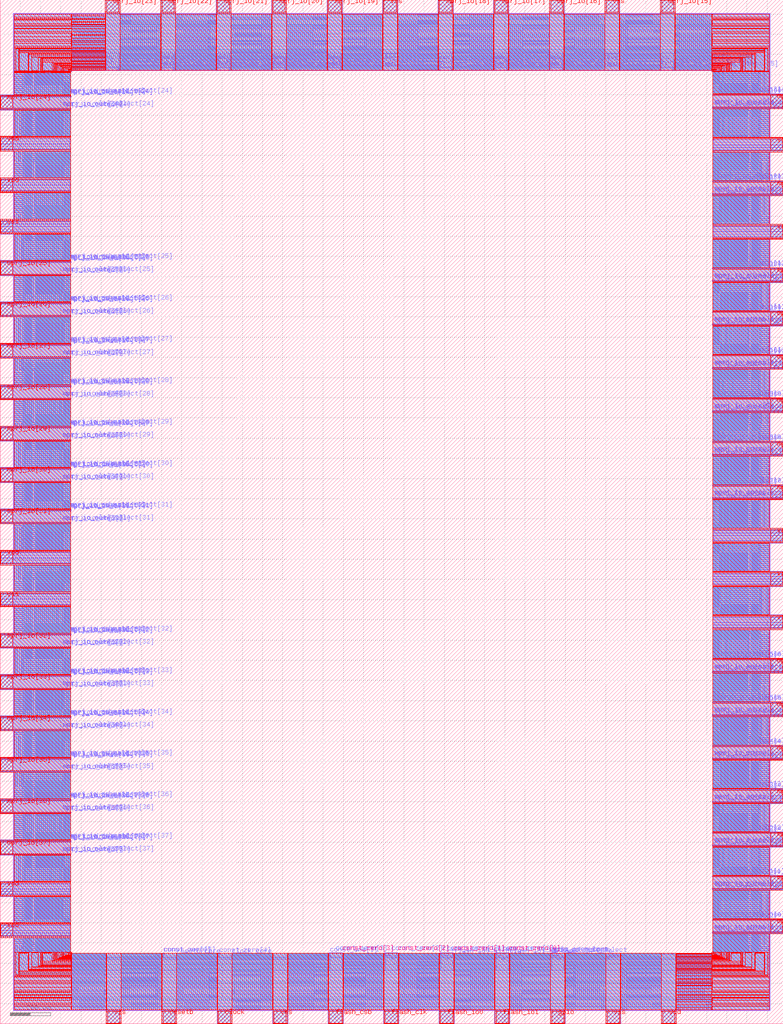
<source format=lef>
VERSION 5.7 ;
  NOWIREEXTENSIONATPIN ON ;
  DIVIDERCHAR "/" ;
  BUSBITCHARS "[]" ;
MACRO chip_io
  CLASS BLOCK ;
  FOREIGN chip_io ;
  ORIGIN 0.000 0.000 ;
  SIZE 3880.000 BY 5070.000 ;
  PIN clock
    PORT
      LAYER Metal5 ;
        RECT 1082.500 2.000 1142.500 62.000 ;
    END
  END clock
  PIN clock_core
    PORT
      LAYER Metal2 ;
        RECT 1145.860 319.750 1146.240 351.000 ;
    END
  END clock_core
  PIN flash_clk
    PORT
      LAYER Metal5 ;
        RECT 1907.500 2.000 1967.500 62.000 ;
    END
  END flash_clk
  PIN flash_clk_core
    PORT
      LAYER Metal2 ;
        RECT 1969.400 264.460 1969.780 351.000 ;
    END
  END flash_clk_core
  PIN flash_clk_oe_core
    PORT
      LAYER Metal2 ;
        RECT 1970.130 266.340 1970.510 351.000 ;
    END
  END flash_clk_oe_core
  PIN flash_csb
    PORT
      LAYER Metal5 ;
        RECT 1632.500 2.000 1692.500 62.000 ;
    END
  END flash_csb
  PIN flash_csb_core
    PORT
      LAYER Metal2 ;
        RECT 1694.400 264.460 1694.780 351.000 ;
    END
  END flash_csb_core
  PIN flash_csb_oe_core
    PORT
      LAYER Metal2 ;
        RECT 1695.130 266.340 1695.510 351.000 ;
    END
  END flash_csb_oe_core
  PIN flash_io0
    PORT
      LAYER Metal5 ;
        RECT 2182.500 2.000 2242.500 62.000 ;
    END
  END flash_io0
  PIN flash_io0_di_core
    PORT
      LAYER Metal2 ;
        RECT 2245.855 350.555 2246.235 351.000 ;
        RECT 2245.855 349.620 2246.240 350.555 ;
        RECT 2245.860 319.900 2246.240 349.620 ;
    END
  END flash_io0_di_core
  PIN flash_io0_do_core
    PORT
      LAYER Metal2 ;
        RECT 2244.400 264.460 2244.780 351.000 ;
    END
  END flash_io0_do_core
  PIN flash_io0_ie_core
    PORT
      LAYER Metal2 ;
        RECT 2186.385 334.920 2186.765 351.000 ;
    END
  END flash_io0_ie_core
  PIN flash_io0_oe_core
    PORT
      LAYER Metal2 ;
        RECT 2245.130 266.340 2245.510 351.000 ;
    END
  END flash_io0_oe_core
  PIN flash_io1
    PORT
      LAYER Metal5 ;
        RECT 2457.500 2.000 2517.500 62.000 ;
    END
  END flash_io1
  PIN flash_io1_di_core
    PORT
      LAYER Metal2 ;
        RECT 2520.860 319.900 2521.240 351.000 ;
    END
  END flash_io1_di_core
  PIN flash_io1_do_core
    PORT
      LAYER Metal2 ;
        RECT 2519.400 264.460 2519.780 351.000 ;
    END
  END flash_io1_do_core
  PIN flash_io1_ie_core
    PORT
      LAYER Metal2 ;
        RECT 2461.385 334.920 2461.765 351.000 ;
    END
  END flash_io1_ie_core
  PIN flash_io1_oe_core
    PORT
      LAYER Metal2 ;
        RECT 2520.130 266.340 2520.510 351.000 ;
    END
  END flash_io1_oe_core
  PIN gpio
    PORT
      LAYER Metal5 ;
        RECT 2732.500 2.000 2792.500 62.000 ;
    END
  END gpio
  PIN gpio_drive_select_core[0]
    PORT
      LAYER Metal2 ;
        RECT 2732.110 264.665 2732.490 351.000 ;
    END
  END gpio_drive_select_core[0]
  PIN gpio_drive_select_core[1]
    PORT
      LAYER Metal2 ;
        RECT 2732.820 264.990 2733.200 350.995 ;
    END
  END gpio_drive_select_core[1]
  PIN gpio_in_core
    PORT
      LAYER Metal2 ;
        RECT 2795.860 319.900 2796.240 351.000 ;
    END
  END gpio_in_core
  PIN gpio_inen_core
    PORT
      LAYER Metal2 ;
        RECT 2736.385 334.920 2736.765 351.000 ;
    END
  END gpio_inen_core
  PIN gpio_out_core
    PORT
      LAYER Metal2 ;
        RECT 2794.400 264.460 2794.780 351.000 ;
    END
  END gpio_out_core
  PIN gpio_outen_core
    PORT
      LAYER Metal2 ;
        RECT 2795.130 266.340 2795.510 351.000 ;
    END
  END gpio_outen_core
  PIN gpio_pd_select
    PORT
      LAYER Metal2 ;
        RECT 2735.330 330.100 2735.710 351.000 ;
    END
  END gpio_pd_select
  PIN gpio_pu_select
    PORT
      LAYER Metal2 ;
        RECT 2730.965 330.420 2731.345 351.000 ;
    END
  END gpio_pu_select
  PIN gpio_schmitt_select
    PORT
      LAYER Metal2 ;
        RECT 2728.360 328.545 2728.740 351.000 ;
    END
  END gpio_schmitt_select
  PIN gpio_slew_select
    PORT
      LAYER Metal2 ;
        RECT 2793.670 265.140 2794.050 351.000 ;
    END
  END gpio_slew_select
  PIN mprj_io[0]
    PORT
      LAYER Metal5 ;
        RECT 3818.000 452.500 3878.000 512.500 ;
    END
  END mprj_io[0]
  PIN mprj_io[10]
    PORT
      LAYER Metal5 ;
        RECT 3818.000 3247.500 3878.000 3307.500 ;
    END
  END mprj_io[10]
  PIN mprj_io[11]
    PORT
      LAYER Metal5 ;
        RECT 3818.000 3462.500 3878.000 3522.500 ;
    END
  END mprj_io[11]
  PIN mprj_io[12]
    PORT
      LAYER Metal5 ;
        RECT 3818.000 3677.500 3878.000 3737.500 ;
    END
  END mprj_io[12]
  PIN mprj_io[13]
    PORT
      LAYER Metal5 ;
        RECT 3818.000 4107.500 3878.000 4167.500 ;
    END
  END mprj_io[13]
  PIN mprj_io[14]
    PORT
      LAYER Metal5 ;
        RECT 3818.000 4537.500 3878.000 4597.500 ;
    END
  END mprj_io[14]
  PIN mprj_io[15]
    PORT
      LAYER Metal5 ;
        RECT 3277.500 5008.000 3337.500 5068.000 ;
    END
  END mprj_io[15]
  PIN mprj_io[16]
    PORT
      LAYER Metal5 ;
        RECT 2727.500 5008.000 2787.500 5068.000 ;
    END
  END mprj_io[16]
  PIN mprj_io[17]
    PORT
      LAYER Metal5 ;
        RECT 2452.500 5008.000 2512.500 5068.000 ;
    END
  END mprj_io[17]
  PIN mprj_io[18]
    PORT
      LAYER Metal5 ;
        RECT 2177.500 5008.000 2237.500 5068.000 ;
    END
  END mprj_io[18]
  PIN mprj_io[19]
    PORT
      LAYER Metal5 ;
        RECT 1627.500 5008.000 1687.500 5068.000 ;
    END
  END mprj_io[19]
  PIN mprj_io[1]
    PORT
      LAYER Metal5 ;
        RECT 3818.000 667.500 3878.000 727.500 ;
    END
  END mprj_io[1]
  PIN mprj_io[20]
    PORT
      LAYER Metal5 ;
        RECT 1352.500 5008.000 1412.500 5068.000 ;
    END
  END mprj_io[20]
  PIN mprj_io[21]
    PORT
      LAYER Metal5 ;
        RECT 1077.500 5008.000 1137.500 5068.000 ;
    END
  END mprj_io[21]
  PIN mprj_io[22]
    PORT
      LAYER Metal5 ;
        RECT 802.500 5008.000 862.500 5068.000 ;
    END
  END mprj_io[22]
  PIN mprj_io[23]
    PORT
      LAYER Metal5 ;
        RECT 527.500 5008.000 587.500 5068.000 ;
    END
  END mprj_io[23]
  PIN mprj_io[24]
    PORT
      LAYER Metal5 ;
        RECT 2.000 4532.500 62.000 4592.500 ;
    END
  END mprj_io[24]
  PIN mprj_io[25]
    PORT
      LAYER Metal5 ;
        RECT 2.000 3712.500 62.000 3772.500 ;
    END
  END mprj_io[25]
  PIN mprj_io[26]
    PORT
      LAYER Metal5 ;
        RECT 2.000 3507.500 62.000 3567.500 ;
    END
  END mprj_io[26]
  PIN mprj_io[27]
    PORT
      LAYER Metal5 ;
        RECT 2.000 3302.500 62.000 3362.500 ;
    END
  END mprj_io[27]
  PIN mprj_io[28]
    PORT
      LAYER Metal5 ;
        RECT 2.000 3097.500 62.000 3157.500 ;
    END
  END mprj_io[28]
  PIN mprj_io[29]
    PORT
      LAYER Metal5 ;
        RECT 2.000 2892.500 62.000 2952.500 ;
    END
  END mprj_io[29]
  PIN mprj_io[2]
    PORT
      LAYER Metal5 ;
        RECT 3818.000 882.500 3878.000 942.500 ;
    END
  END mprj_io[2]
  PIN mprj_io[30]
    PORT
      LAYER Metal5 ;
        RECT 2.000 2687.500 62.000 2747.500 ;
    END
  END mprj_io[30]
  PIN mprj_io[31]
    PORT
      LAYER Metal5 ;
        RECT 2.000 2482.500 62.000 2542.500 ;
    END
  END mprj_io[31]
  PIN mprj_io[32]
    PORT
      LAYER Metal5 ;
        RECT 2.000 1867.500 62.000 1927.500 ;
    END
  END mprj_io[32]
  PIN mprj_io[33]
    PORT
      LAYER Metal5 ;
        RECT 2.000 1662.500 62.000 1722.500 ;
    END
  END mprj_io[33]
  PIN mprj_io[34]
    PORT
      LAYER Metal5 ;
        RECT 2.000 1457.500 62.000 1517.500 ;
    END
  END mprj_io[34]
  PIN mprj_io[35]
    PORT
      LAYER Metal5 ;
        RECT 2.000 1252.500 62.000 1312.500 ;
    END
  END mprj_io[35]
  PIN mprj_io[36]
    PORT
      LAYER Metal5 ;
        RECT 2.000 1047.500 62.000 1107.500 ;
    END
  END mprj_io[36]
  PIN mprj_io[37]
    PORT
      LAYER Metal5 ;
        RECT 2.000 842.500 62.000 902.500 ;
    END
  END mprj_io[37]
  PIN mprj_io[3]
    PORT
      LAYER Metal5 ;
        RECT 3818.000 1097.500 3878.000 1157.500 ;
    END
  END mprj_io[3]
  PIN mprj_io[4]
    PORT
      LAYER Metal5 ;
        RECT 3818.000 1312.500 3878.000 1372.500 ;
    END
  END mprj_io[4]
  PIN mprj_io[5]
    PORT
      LAYER Metal5 ;
        RECT 3818.000 1527.500 3878.000 1587.500 ;
    END
  END mprj_io[5]
  PIN mprj_io[6]
    PORT
      LAYER Metal5 ;
        RECT 3818.000 1742.500 3878.000 1802.500 ;
    END
  END mprj_io[6]
  PIN mprj_io[7]
    PORT
      LAYER Metal5 ;
        RECT 3818.000 2602.500 3878.000 2662.500 ;
    END
  END mprj_io[7]
  PIN mprj_io[8]
    PORT
      LAYER Metal5 ;
        RECT 3818.000 2817.500 3878.000 2877.500 ;
    END
  END mprj_io[8]
  PIN mprj_io[9]
    PORT
      LAYER Metal5 ;
        RECT 3818.000 3032.500 3878.000 3092.500 ;
    END
  END mprj_io[9]
  PIN mprj_io_drive_sel[0]
    PORT
      LAYER Metal2 ;
        RECT 3529.000 452.110 3615.335 452.490 ;
    END
  END mprj_io_drive_sel[0]
  PIN mprj_io_drive_sel[10]
    PORT
      LAYER Metal2 ;
        RECT 3529.000 1527.110 3615.335 1527.490 ;
    END
  END mprj_io_drive_sel[10]
  PIN mprj_io_drive_sel[11]
    PORT
      LAYER Metal2 ;
        RECT 3529.000 1527.820 3615.010 1528.200 ;
    END
  END mprj_io_drive_sel[11]
  PIN mprj_io_drive_sel[12]
    PORT
      LAYER Metal2 ;
        RECT 3529.000 1742.110 3615.335 1742.490 ;
    END
  END mprj_io_drive_sel[12]
  PIN mprj_io_drive_sel[13]
    PORT
      LAYER Metal2 ;
        RECT 3529.000 1742.820 3615.010 1743.200 ;
    END
  END mprj_io_drive_sel[13]
  PIN mprj_io_drive_sel[14]
    PORT
      LAYER Metal2 ;
        RECT 3529.000 2602.110 3615.335 2602.490 ;
    END
  END mprj_io_drive_sel[14]
  PIN mprj_io_drive_sel[15]
    PORT
      LAYER Metal2 ;
        RECT 3529.000 2602.820 3615.010 2603.200 ;
    END
  END mprj_io_drive_sel[15]
  PIN mprj_io_drive_sel[16]
    PORT
      LAYER Metal2 ;
        RECT 3529.000 2817.110 3615.335 2817.490 ;
    END
  END mprj_io_drive_sel[16]
  PIN mprj_io_drive_sel[17]
    PORT
      LAYER Metal2 ;
        RECT 3529.000 2817.820 3615.010 2818.200 ;
    END
  END mprj_io_drive_sel[17]
  PIN mprj_io_drive_sel[18]
    PORT
      LAYER Metal2 ;
        RECT 3529.000 3032.110 3615.335 3032.490 ;
    END
  END mprj_io_drive_sel[18]
  PIN mprj_io_drive_sel[19]
    PORT
      LAYER Metal2 ;
        RECT 3529.000 3032.820 3615.010 3033.200 ;
    END
  END mprj_io_drive_sel[19]
  PIN mprj_io_drive_sel[1]
    PORT
      LAYER Metal2 ;
        RECT 3529.000 452.820 3615.010 453.200 ;
    END
  END mprj_io_drive_sel[1]
  PIN mprj_io_drive_sel[20]
    PORT
      LAYER Metal2 ;
        RECT 3529.000 3247.110 3615.335 3247.490 ;
    END
  END mprj_io_drive_sel[20]
  PIN mprj_io_drive_sel[21]
    PORT
      LAYER Metal2 ;
        RECT 3529.000 3247.820 3615.010 3248.200 ;
    END
  END mprj_io_drive_sel[21]
  PIN mprj_io_drive_sel[22]
    PORT
      LAYER Metal2 ;
        RECT 3529.000 3462.110 3615.335 3462.490 ;
    END
  END mprj_io_drive_sel[22]
  PIN mprj_io_drive_sel[23]
    PORT
      LAYER Metal2 ;
        RECT 3529.000 3462.820 3615.010 3463.200 ;
    END
  END mprj_io_drive_sel[23]
  PIN mprj_io_drive_sel[24]
    PORT
      LAYER Metal2 ;
        RECT 3529.000 3677.110 3615.335 3677.490 ;
    END
  END mprj_io_drive_sel[24]
  PIN mprj_io_drive_sel[25]
    PORT
      LAYER Metal2 ;
        RECT 3529.000 3677.820 3615.010 3678.200 ;
    END
  END mprj_io_drive_sel[25]
  PIN mprj_io_drive_sel[26]
    PORT
      LAYER Metal2 ;
        RECT 3529.000 4107.110 3615.335 4107.490 ;
    END
  END mprj_io_drive_sel[26]
  PIN mprj_io_drive_sel[27]
    PORT
      LAYER Metal2 ;
        RECT 3529.000 4107.820 3615.010 4108.200 ;
    END
  END mprj_io_drive_sel[27]
  PIN mprj_io_drive_sel[28]
    PORT
      LAYER Metal2 ;
        RECT 3529.000 4537.110 3615.335 4537.490 ;
    END
  END mprj_io_drive_sel[28]
  PIN mprj_io_drive_sel[29]
    PORT
      LAYER Metal2 ;
        RECT 3529.000 4537.820 3615.010 4538.200 ;
    END
  END mprj_io_drive_sel[29]
  PIN mprj_io_drive_sel[2]
    PORT
      LAYER Metal2 ;
        RECT 3528.105 667.110 3615.335 667.490 ;
    END
  END mprj_io_drive_sel[2]
  PIN mprj_io_drive_sel[30]
    PORT
      LAYER Metal2 ;
        RECT 3337.510 4719.000 3337.890 4805.335 ;
    END
  END mprj_io_drive_sel[30]
  PIN mprj_io_drive_sel[31]
    PORT
      LAYER Metal2 ;
        RECT 3336.800 4719.000 3337.180 4805.010 ;
    END
  END mprj_io_drive_sel[31]
  PIN mprj_io_drive_sel[32]
    PORT
      LAYER Metal2 ;
        RECT 2787.510 4719.000 2787.890 4805.335 ;
    END
  END mprj_io_drive_sel[32]
  PIN mprj_io_drive_sel[33]
    PORT
      LAYER Metal2 ;
        RECT 2786.800 4719.000 2787.180 4805.010 ;
    END
  END mprj_io_drive_sel[33]
  PIN mprj_io_drive_sel[34]
    PORT
      LAYER Metal2 ;
        RECT 2512.510 4719.000 2512.890 4805.335 ;
    END
  END mprj_io_drive_sel[34]
  PIN mprj_io_drive_sel[35]
    PORT
      LAYER Metal2 ;
        RECT 2511.800 4719.000 2512.180 4805.010 ;
    END
  END mprj_io_drive_sel[35]
  PIN mprj_io_drive_sel[36]
    PORT
      LAYER Metal2 ;
        RECT 2237.510 4719.000 2237.890 4805.335 ;
    END
  END mprj_io_drive_sel[36]
  PIN mprj_io_drive_sel[37]
    PORT
      LAYER Metal2 ;
        RECT 2236.800 4719.000 2237.180 4805.010 ;
    END
  END mprj_io_drive_sel[37]
  PIN mprj_io_drive_sel[38]
    PORT
      LAYER Metal2 ;
        RECT 1687.510 4719.000 1687.890 4805.335 ;
    END
  END mprj_io_drive_sel[38]
  PIN mprj_io_drive_sel[39]
    PORT
      LAYER Metal2 ;
        RECT 1686.800 4719.000 1687.180 4805.010 ;
    END
  END mprj_io_drive_sel[39]
  PIN mprj_io_drive_sel[3]
    PORT
      LAYER Metal2 ;
        RECT 3528.105 667.820 3615.010 668.200 ;
    END
  END mprj_io_drive_sel[3]
  PIN mprj_io_drive_sel[40]
    PORT
      LAYER Metal2 ;
        RECT 1412.510 4719.000 1412.890 4805.335 ;
    END
  END mprj_io_drive_sel[40]
  PIN mprj_io_drive_sel[41]
    PORT
      LAYER Metal2 ;
        RECT 1411.800 4719.000 1412.180 4805.010 ;
    END
  END mprj_io_drive_sel[41]
  PIN mprj_io_drive_sel[42]
    PORT
      LAYER Metal2 ;
        RECT 1137.510 4719.000 1137.890 4805.335 ;
    END
  END mprj_io_drive_sel[42]
  PIN mprj_io_drive_sel[43]
    PORT
      LAYER Metal2 ;
        RECT 1136.800 4719.000 1137.180 4805.010 ;
    END
  END mprj_io_drive_sel[43]
  PIN mprj_io_drive_sel[44]
    PORT
      LAYER Metal2 ;
        RECT 862.510 4719.000 862.890 4805.335 ;
    END
  END mprj_io_drive_sel[44]
  PIN mprj_io_drive_sel[45]
    PORT
      LAYER Metal2 ;
        RECT 861.800 4719.000 862.180 4805.010 ;
    END
  END mprj_io_drive_sel[45]
  PIN mprj_io_drive_sel[46]
    PORT
      LAYER Metal2 ;
        RECT 587.510 4719.000 587.890 4805.335 ;
    END
  END mprj_io_drive_sel[46]
  PIN mprj_io_drive_sel[47]
    PORT
      LAYER Metal2 ;
        RECT 586.800 4719.000 587.180 4805.010 ;
    END
  END mprj_io_drive_sel[47]
  PIN mprj_io_drive_sel[48]
    PORT
      LAYER Metal2 ;
        RECT 264.665 4592.510 351.000 4592.890 ;
    END
  END mprj_io_drive_sel[48]
  PIN mprj_io_drive_sel[49]
    PORT
      LAYER Metal2 ;
        RECT 264.990 4591.800 351.000 4592.180 ;
    END
  END mprj_io_drive_sel[49]
  PIN mprj_io_drive_sel[4]
    PORT
      LAYER Metal2 ;
        RECT 3529.000 882.110 3615.335 882.490 ;
    END
  END mprj_io_drive_sel[4]
  PIN mprj_io_drive_sel[51]
    PORT
      LAYER Metal2 ;
        RECT 264.990 3771.800 351.000 3772.180 ;
    END
  END mprj_io_drive_sel[51]
  PIN mprj_io_drive_sel[50]
    PORT
      LAYER Metal2 ;
        RECT 264.665 3772.510 351.000 3772.890 ;
    END
  END mprj_io_drive_sel[50]
  PIN mprj_io_drive_sel[52]
    PORT
      LAYER Metal2 ;
        RECT 264.665 3567.510 351.000 3567.890 ;
    END
  END mprj_io_drive_sel[52]
  PIN mprj_io_drive_sel[53]
    PORT
      LAYER Metal2 ;
        RECT 264.990 3566.800 351.000 3567.180 ;
    END
  END mprj_io_drive_sel[53]
  PIN mprj_io_drive_sel[54]
    PORT
      LAYER Metal2 ;
        RECT 264.665 3362.510 351.000 3362.890 ;
    END
  END mprj_io_drive_sel[54]
  PIN mprj_io_drive_sel[55]
    PORT
      LAYER Metal2 ;
        RECT 264.990 3361.800 351.000 3362.180 ;
    END
  END mprj_io_drive_sel[55]
  PIN mprj_io_drive_sel[56]
    PORT
      LAYER Metal2 ;
        RECT 264.665 3157.510 351.000 3157.890 ;
    END
  END mprj_io_drive_sel[56]
  PIN mprj_io_drive_sel[57]
    PORT
      LAYER Metal2 ;
        RECT 264.990 3156.800 351.000 3157.180 ;
    END
  END mprj_io_drive_sel[57]
  PIN mprj_io_drive_sel[58]
    PORT
      LAYER Metal2 ;
        RECT 264.665 2952.510 351.000 2952.890 ;
    END
  END mprj_io_drive_sel[58]
  PIN mprj_io_drive_sel[59]
    PORT
      LAYER Metal2 ;
        RECT 264.990 2951.800 351.000 2952.180 ;
    END
  END mprj_io_drive_sel[59]
  PIN mprj_io_drive_sel[5]
    PORT
      LAYER Metal2 ;
        RECT 3529.000 882.820 3615.010 883.200 ;
    END
  END mprj_io_drive_sel[5]
  PIN mprj_io_drive_sel[61]
    PORT
      LAYER Metal2 ;
        RECT 264.990 2746.800 351.000 2747.180 ;
    END
  END mprj_io_drive_sel[61]
  PIN mprj_io_drive_sel[62]
    PORT
      LAYER Metal2 ;
        RECT 264.665 2542.510 351.000 2542.890 ;
    END
  END mprj_io_drive_sel[62]
  PIN mprj_io_drive_sel[63]
    PORT
      LAYER Metal2 ;
        RECT 264.990 2541.800 351.000 2542.180 ;
    END
    PORT
      LAYER Metal2 ;
        RECT 264.665 2747.510 351.000 2747.890 ;
    END
  END mprj_io_drive_sel[63]
  PIN mprj_io_drive_sel[64]
    PORT
      LAYER Metal2 ;
        RECT 264.665 1927.510 351.000 1927.890 ;
    END
  END mprj_io_drive_sel[64]
  PIN mprj_io_drive_sel[65]
    PORT
      LAYER Metal2 ;
        RECT 264.990 1926.800 351.000 1927.180 ;
    END
  END mprj_io_drive_sel[65]
  PIN mprj_io_drive_sel[66]
    PORT
      LAYER Metal2 ;
        RECT 264.665 1722.510 351.000 1722.890 ;
    END
  END mprj_io_drive_sel[66]
  PIN mprj_io_drive_sel[67]
    PORT
      LAYER Metal2 ;
        RECT 264.990 1721.800 351.000 1722.180 ;
    END
  END mprj_io_drive_sel[67]
  PIN mprj_io_drive_sel[68]
    PORT
      LAYER Metal2 ;
        RECT 264.665 1517.510 351.000 1517.890 ;
    END
  END mprj_io_drive_sel[68]
  PIN mprj_io_drive_sel[69]
    PORT
      LAYER Metal2 ;
        RECT 264.990 1516.800 351.000 1517.180 ;
    END
  END mprj_io_drive_sel[69]
  PIN mprj_io_drive_sel[6]
    PORT
      LAYER Metal2 ;
        RECT 3529.000 1097.110 3615.335 1097.490 ;
    END
  END mprj_io_drive_sel[6]
  PIN mprj_io_drive_sel[70]
    PORT
      LAYER Metal2 ;
        RECT 264.665 1312.510 351.000 1312.890 ;
    END
  END mprj_io_drive_sel[70]
  PIN mprj_io_drive_sel[71]
    PORT
      LAYER Metal2 ;
        RECT 264.990 1311.800 351.000 1312.180 ;
    END
  END mprj_io_drive_sel[71]
  PIN mprj_io_drive_sel[72]
    PORT
      LAYER Metal2 ;
        RECT 264.665 1107.510 351.000 1107.890 ;
    END
  END mprj_io_drive_sel[72]
  PIN mprj_io_drive_sel[73]
    PORT
      LAYER Metal2 ;
        RECT 264.990 1106.800 351.000 1107.180 ;
    END
  END mprj_io_drive_sel[73]
  PIN mprj_io_drive_sel[74]
    PORT
      LAYER Metal2 ;
        RECT 264.665 902.510 351.000 902.890 ;
    END
  END mprj_io_drive_sel[74]
  PIN mprj_io_drive_sel[75]
    PORT
      LAYER Metal2 ;
        RECT 264.990 901.800 351.000 902.180 ;
    END
  END mprj_io_drive_sel[75]
  PIN mprj_io_drive_sel[7]
    PORT
      LAYER Metal2 ;
        RECT 3529.000 1097.820 3615.010 1098.200 ;
    END
  END mprj_io_drive_sel[7]
  PIN mprj_io_drive_sel[8]
    PORT
      LAYER Metal2 ;
        RECT 3529.000 1312.110 3615.335 1312.490 ;
    END
  END mprj_io_drive_sel[8]
  PIN mprj_io_drive_sel[9]
    PORT
      LAYER Metal2 ;
        RECT 3529.000 1312.820 3615.010 1313.200 ;
    END
  END mprj_io_drive_sel[9]
  PIN mprj_io_in[0]
    PORT
      LAYER Metal2 ;
        RECT 3529.000 515.860 3560.100 516.240 ;
    END
  END mprj_io_in[0]
  PIN mprj_io_in[10]
    PORT
      LAYER Metal2 ;
        RECT 3529.000 3310.860 3560.100 3311.240 ;
    END
  END mprj_io_in[10]
  PIN mprj_io_in[11]
    PORT
      LAYER Metal2 ;
        RECT 3529.000 3525.860 3560.100 3526.240 ;
    END
  END mprj_io_in[11]
  PIN mprj_io_in[12]
    PORT
      LAYER Metal2 ;
        RECT 3529.000 3740.860 3560.100 3741.240 ;
    END
  END mprj_io_in[12]
  PIN mprj_io_in[13]
    PORT
      LAYER Metal2 ;
        RECT 3529.000 4170.860 3560.100 4171.240 ;
    END
  END mprj_io_in[13]
  PIN mprj_io_in[14]
    PORT
      LAYER Metal2 ;
        RECT 3529.000 4600.860 3560.100 4601.240 ;
    END
  END mprj_io_in[14]
  PIN mprj_io_in[15]
    PORT
      LAYER Metal2 ;
        RECT 3273.760 4719.000 3274.140 4750.100 ;
    END
  END mprj_io_in[15]
  PIN mprj_io_in[16]
    PORT
      LAYER Metal2 ;
        RECT 2723.760 4719.000 2724.140 4750.100 ;
    END
  END mprj_io_in[16]
  PIN mprj_io_in[17]
    PORT
      LAYER Metal2 ;
        RECT 2448.760 4719.000 2449.140 4750.100 ;
    END
  END mprj_io_in[17]
  PIN mprj_io_in[18]
    PORT
      LAYER Metal2 ;
        RECT 2173.760 4719.000 2174.140 4750.100 ;
    END
  END mprj_io_in[18]
  PIN mprj_io_in[19]
    PORT
      LAYER Metal2 ;
        RECT 1623.760 4719.000 1624.140 4750.100 ;
    END
  END mprj_io_in[19]
  PIN mprj_io_in[1]
    PORT
      LAYER Metal2 ;
        RECT 3528.105 730.860 3560.100 731.240 ;
    END
  END mprj_io_in[1]
  PIN mprj_io_in[20]
    PORT
      LAYER Metal2 ;
        RECT 1348.760 4719.000 1349.140 4750.100 ;
    END
  END mprj_io_in[20]
  PIN mprj_io_in[21]
    PORT
      LAYER Metal2 ;
        RECT 1073.760 4719.000 1074.140 4750.100 ;
    END
  END mprj_io_in[21]
  PIN mprj_io_in[22]
    PORT
      LAYER Metal2 ;
        RECT 798.760 4719.000 799.140 4750.100 ;
    END
  END mprj_io_in[22]
  PIN mprj_io_in[23]
    PORT
      LAYER Metal2 ;
        RECT 523.760 4719.000 524.140 4750.100 ;
    END
  END mprj_io_in[23]
  PIN mprj_io_in[24]
    PORT
      LAYER Metal2 ;
        RECT 319.900 4528.760 351.000 4529.140 ;
    END
  END mprj_io_in[24]
  PIN mprj_io_in[25]
    PORT
      LAYER Metal2 ;
        RECT 319.900 3708.760 351.000 3709.140 ;
    END
  END mprj_io_in[25]
  PIN mprj_io_in[26]
    PORT
      LAYER Metal2 ;
        RECT 319.900 3503.760 351.000 3504.140 ;
    END
  END mprj_io_in[26]
  PIN mprj_io_in[27]
    PORT
      LAYER Metal2 ;
        RECT 319.900 3298.760 351.000 3299.140 ;
    END
  END mprj_io_in[27]
  PIN mprj_io_in[28]
    PORT
      LAYER Metal2 ;
        RECT 319.900 3093.760 351.000 3094.140 ;
    END
  END mprj_io_in[28]
  PIN mprj_io_in[29]
    PORT
      LAYER Metal2 ;
        RECT 319.900 2888.760 351.000 2889.140 ;
    END
  END mprj_io_in[29]
  PIN mprj_io_in[2]
    PORT
      LAYER Metal2 ;
        RECT 3529.000 945.860 3560.100 946.240 ;
    END
  END mprj_io_in[2]
  PIN mprj_io_in[30]
    PORT
      LAYER Metal2 ;
        RECT 319.900 2683.760 351.000 2684.140 ;
    END
  END mprj_io_in[30]
  PIN mprj_io_in[31]
    PORT
      LAYER Metal2 ;
        RECT 319.900 2478.760 351.000 2479.140 ;
    END
  END mprj_io_in[31]
  PIN mprj_io_in[32]
    PORT
      LAYER Metal2 ;
        RECT 319.900 1863.760 351.000 1864.140 ;
    END
  END mprj_io_in[32]
  PIN mprj_io_in[33]
    PORT
      LAYER Metal2 ;
        RECT 319.900 1658.760 351.000 1659.140 ;
    END
  END mprj_io_in[33]
  PIN mprj_io_in[34]
    PORT
      LAYER Metal2 ;
        RECT 319.900 1453.760 351.000 1454.140 ;
    END
  END mprj_io_in[34]
  PIN mprj_io_in[35]
    PORT
      LAYER Metal2 ;
        RECT 319.900 1248.760 351.000 1249.140 ;
    END
  END mprj_io_in[35]
  PIN mprj_io_in[36]
    PORT
      LAYER Metal2 ;
        RECT 319.900 1043.760 351.000 1044.140 ;
    END
  END mprj_io_in[36]
  PIN mprj_io_in[37]
    PORT
      LAYER Metal2 ;
        RECT 319.900 838.760 351.000 839.140 ;
    END
  END mprj_io_in[37]
  PIN mprj_io_in[3]
    PORT
      LAYER Metal2 ;
        RECT 3529.000 1160.860 3560.100 1161.240 ;
    END
  END mprj_io_in[3]
  PIN mprj_io_in[4]
    PORT
      LAYER Metal2 ;
        RECT 3529.000 1375.860 3560.100 1376.240 ;
    END
  END mprj_io_in[4]
  PIN mprj_io_in[5]
    PORT
      LAYER Metal2 ;
        RECT 3529.000 1590.860 3560.100 1591.240 ;
    END
  END mprj_io_in[5]
  PIN mprj_io_in[6]
    PORT
      LAYER Metal2 ;
        RECT 3529.000 1805.860 3560.100 1806.240 ;
    END
  END mprj_io_in[6]
  PIN mprj_io_in[7]
    PORT
      LAYER Metal2 ;
        RECT 3529.000 2665.860 3560.100 2666.240 ;
    END
  END mprj_io_in[7]
  PIN mprj_io_in[8]
    PORT
      LAYER Metal2 ;
        RECT 3529.000 2880.860 3560.100 2881.240 ;
    END
  END mprj_io_in[8]
  PIN mprj_io_in[9]
    PORT
      LAYER Metal2 ;
        RECT 3529.000 3095.860 3560.100 3096.240 ;
    END
  END mprj_io_in[9]
  PIN mprj_io_inen[0]
    PORT
      LAYER Metal2 ;
        RECT 3529.000 456.385 3545.080 456.765 ;
    END
  END mprj_io_inen[0]
  PIN mprj_io_inen[10]
    PORT
      LAYER Metal2 ;
        RECT 3529.000 3251.385 3545.080 3251.765 ;
    END
  END mprj_io_inen[10]
  PIN mprj_io_inen[11]
    PORT
      LAYER Metal2 ;
        RECT 3529.000 3466.385 3545.080 3466.765 ;
    END
  END mprj_io_inen[11]
  PIN mprj_io_inen[12]
    PORT
      LAYER Metal2 ;
        RECT 3529.000 3681.385 3545.080 3681.765 ;
    END
  END mprj_io_inen[12]
  PIN mprj_io_inen[13]
    PORT
      LAYER Metal2 ;
        RECT 3529.000 4111.385 3545.080 4111.765 ;
    END
  END mprj_io_inen[13]
  PIN mprj_io_inen[14]
    PORT
      LAYER Metal2 ;
        RECT 3529.000 4541.385 3545.080 4541.765 ;
    END
  END mprj_io_inen[14]
  PIN mprj_io_inen[15]
    PORT
      LAYER Metal2 ;
        RECT 3333.235 4719.000 3333.615 4735.080 ;
    END
  END mprj_io_inen[15]
  PIN mprj_io_inen[16]
    PORT
      LAYER Metal2 ;
        RECT 2783.235 4719.000 2783.615 4735.080 ;
    END
  END mprj_io_inen[16]
  PIN mprj_io_inen[17]
    PORT
      LAYER Metal2 ;
        RECT 2508.235 4719.000 2508.615 4735.080 ;
    END
  END mprj_io_inen[17]
  PIN mprj_io_inen[18]
    PORT
      LAYER Metal2 ;
        RECT 2233.235 4719.000 2233.615 4735.080 ;
    END
  END mprj_io_inen[18]
  PIN mprj_io_inen[19]
    PORT
      LAYER Metal2 ;
        RECT 1683.235 4719.000 1683.615 4735.080 ;
    END
  END mprj_io_inen[19]
  PIN mprj_io_inen[1]
    PORT
      LAYER Metal2 ;
        RECT 3528.105 671.385 3545.080 671.765 ;
    END
  END mprj_io_inen[1]
  PIN mprj_io_inen[20]
    PORT
      LAYER Metal2 ;
        RECT 1408.235 4719.000 1408.615 4735.080 ;
    END
  END mprj_io_inen[20]
  PIN mprj_io_inen[21]
    PORT
      LAYER Metal2 ;
        RECT 1133.235 4719.000 1133.615 4735.080 ;
    END
  END mprj_io_inen[21]
  PIN mprj_io_inen[22]
    PORT
      LAYER Metal2 ;
        RECT 858.235 4719.000 858.615 4735.080 ;
    END
  END mprj_io_inen[22]
  PIN mprj_io_inen[23]
    PORT
      LAYER Metal2 ;
        RECT 583.235 4719.000 583.615 4735.080 ;
    END
  END mprj_io_inen[23]
  PIN mprj_io_inen[24]
    PORT
      LAYER Metal2 ;
        RECT 334.920 4588.235 351.000 4588.615 ;
    END
  END mprj_io_inen[24]
  PIN mprj_io_inen[25]
    PORT
      LAYER Metal2 ;
        RECT 334.920 3768.235 351.000 3768.615 ;
    END
  END mprj_io_inen[25]
  PIN mprj_io_inen[26]
    PORT
      LAYER Metal2 ;
        RECT 334.920 3563.235 351.000 3563.615 ;
    END
  END mprj_io_inen[26]
  PIN mprj_io_inen[27]
    PORT
      LAYER Metal2 ;
        RECT 334.920 3358.235 351.000 3358.615 ;
    END
  END mprj_io_inen[27]
  PIN mprj_io_inen[28]
    PORT
      LAYER Metal2 ;
        RECT 334.920 3153.235 351.000 3153.615 ;
    END
  END mprj_io_inen[28]
  PIN mprj_io_inen[29]
    PORT
      LAYER Metal2 ;
        RECT 334.920 2948.235 351.000 2948.615 ;
    END
  END mprj_io_inen[29]
  PIN mprj_io_inen[2]
    PORT
      LAYER Metal2 ;
        RECT 3529.000 886.385 3545.080 886.765 ;
    END
  END mprj_io_inen[2]
  PIN mprj_io_inen[30]
    PORT
      LAYER Metal2 ;
        RECT 334.920 2743.235 351.000 2743.615 ;
    END
  END mprj_io_inen[30]
  PIN mprj_io_inen[31]
    PORT
      LAYER Metal2 ;
        RECT 334.920 2538.235 351.000 2538.615 ;
    END
  END mprj_io_inen[31]
  PIN mprj_io_inen[32]
    PORT
      LAYER Metal2 ;
        RECT 334.920 1923.235 351.000 1923.615 ;
    END
  END mprj_io_inen[32]
  PIN mprj_io_inen[33]
    PORT
      LAYER Metal2 ;
        RECT 334.920 1718.235 351.000 1718.615 ;
    END
  END mprj_io_inen[33]
  PIN mprj_io_inen[34]
    PORT
      LAYER Metal2 ;
        RECT 334.920 1513.235 351.000 1513.615 ;
    END
  END mprj_io_inen[34]
  PIN mprj_io_inen[35]
    PORT
      LAYER Metal2 ;
        RECT 334.920 1308.235 351.000 1308.615 ;
    END
  END mprj_io_inen[35]
  PIN mprj_io_inen[36]
    PORT
      LAYER Metal2 ;
        RECT 334.920 1103.235 351.000 1103.615 ;
    END
  END mprj_io_inen[36]
  PIN mprj_io_inen[37]
    PORT
      LAYER Metal2 ;
        RECT 334.920 898.235 351.000 898.615 ;
    END
  END mprj_io_inen[37]
  PIN mprj_io_inen[3]
    PORT
      LAYER Metal2 ;
        RECT 3529.000 1101.385 3545.080 1101.765 ;
    END
  END mprj_io_inen[3]
  PIN mprj_io_inen[4]
    PORT
      LAYER Metal2 ;
        RECT 3529.000 1316.385 3545.080 1316.765 ;
    END
  END mprj_io_inen[4]
  PIN mprj_io_inen[5]
    PORT
      LAYER Metal2 ;
        RECT 3529.000 1531.385 3545.080 1531.765 ;
    END
  END mprj_io_inen[5]
  PIN mprj_io_inen[6]
    PORT
      LAYER Metal2 ;
        RECT 3529.000 1746.385 3545.080 1746.765 ;
    END
  END mprj_io_inen[6]
  PIN mprj_io_inen[7]
    PORT
      LAYER Metal2 ;
        RECT 3529.000 2606.385 3545.080 2606.765 ;
    END
  END mprj_io_inen[7]
  PIN mprj_io_inen[8]
    PORT
      LAYER Metal2 ;
        RECT 3529.000 2821.385 3545.080 2821.765 ;
    END
  END mprj_io_inen[8]
  PIN mprj_io_inen[9]
    PORT
      LAYER Metal2 ;
        RECT 3529.000 3036.385 3545.080 3036.765 ;
    END
  END mprj_io_inen[9]
  PIN mprj_io_out[0]
    PORT
      LAYER Metal2 ;
        RECT 3529.000 514.400 3615.540 514.780 ;
    END
  END mprj_io_out[0]
  PIN mprj_io_out[10]
    PORT
      LAYER Metal2 ;
        RECT 3529.000 3309.400 3615.540 3309.780 ;
    END
  END mprj_io_out[10]
  PIN mprj_io_out[11]
    PORT
      LAYER Metal2 ;
        RECT 3529.000 3524.400 3615.540 3524.780 ;
    END
  END mprj_io_out[11]
  PIN mprj_io_out[12]
    PORT
      LAYER Metal2 ;
        RECT 3529.000 3739.400 3615.540 3739.780 ;
    END
  END mprj_io_out[12]
  PIN mprj_io_out[13]
    PORT
      LAYER Metal2 ;
        RECT 3529.000 4169.400 3615.540 4169.780 ;
    END
  END mprj_io_out[13]
  PIN mprj_io_out[14]
    PORT
      LAYER Metal2 ;
        RECT 3529.000 4599.400 3615.540 4599.780 ;
    END
  END mprj_io_out[14]
  PIN mprj_io_out[15]
    PORT
      LAYER Metal2 ;
        RECT 3275.220 4719.000 3275.600 4805.540 ;
    END
  END mprj_io_out[15]
  PIN mprj_io_out[16]
    PORT
      LAYER Metal2 ;
        RECT 2725.220 4719.000 2725.600 4805.540 ;
    END
  END mprj_io_out[16]
  PIN mprj_io_out[17]
    PORT
      LAYER Metal2 ;
        RECT 2450.220 4719.000 2450.600 4805.540 ;
    END
  END mprj_io_out[17]
  PIN mprj_io_out[18]
    PORT
      LAYER Metal2 ;
        RECT 2175.220 4719.000 2175.600 4805.540 ;
    END
  END mprj_io_out[18]
  PIN mprj_io_out[19]
    PORT
      LAYER Metal2 ;
        RECT 1625.220 4719.000 1625.600 4805.540 ;
    END
  END mprj_io_out[19]
  PIN mprj_io_out[1]
    PORT
      LAYER Metal2 ;
        RECT 3528.105 729.400 3615.540 729.780 ;
    END
  END mprj_io_out[1]
  PIN mprj_io_out[20]
    PORT
      LAYER Metal2 ;
        RECT 1350.220 4719.000 1350.600 4805.540 ;
    END
  END mprj_io_out[20]
  PIN mprj_io_out[21]
    PORT
      LAYER Metal2 ;
        RECT 1075.220 4719.000 1075.600 4805.540 ;
    END
  END mprj_io_out[21]
  PIN mprj_io_out[22]
    PORT
      LAYER Metal2 ;
        RECT 800.220 4719.000 800.600 4805.540 ;
    END
  END mprj_io_out[22]
  PIN mprj_io_out[23]
    PORT
      LAYER Metal2 ;
        RECT 525.220 4719.000 525.600 4805.540 ;
    END
  END mprj_io_out[23]
  PIN mprj_io_out[24]
    PORT
      LAYER Metal2 ;
        RECT 264.460 4530.220 351.000 4530.600 ;
    END
  END mprj_io_out[24]
  PIN mprj_io_out[25]
    PORT
      LAYER Metal2 ;
        RECT 264.460 3710.220 351.000 3710.600 ;
    END
  END mprj_io_out[25]
  PIN mprj_io_out[26]
    PORT
      LAYER Metal2 ;
        RECT 264.460 3505.220 351.000 3505.600 ;
    END
  END mprj_io_out[26]
  PIN mprj_io_out[27]
    PORT
      LAYER Metal2 ;
        RECT 264.460 3300.220 351.000 3300.600 ;
    END
  END mprj_io_out[27]
  PIN mprj_io_out[28]
    PORT
      LAYER Metal2 ;
        RECT 264.460 3095.220 351.000 3095.600 ;
    END
  END mprj_io_out[28]
  PIN mprj_io_out[29]
    PORT
      LAYER Metal2 ;
        RECT 264.460 2890.220 351.000 2890.600 ;
    END
  END mprj_io_out[29]
  PIN mprj_io_out[2]
    PORT
      LAYER Metal2 ;
        RECT 3529.000 944.400 3615.540 944.780 ;
    END
  END mprj_io_out[2]
  PIN mprj_io_out[30]
    PORT
      LAYER Metal2 ;
        RECT 264.460 2685.220 351.000 2685.600 ;
    END
  END mprj_io_out[30]
  PIN mprj_io_out[31]
    PORT
      LAYER Metal2 ;
        RECT 264.460 2480.220 351.000 2480.600 ;
    END
  END mprj_io_out[31]
  PIN mprj_io_out[32]
    PORT
      LAYER Metal2 ;
        RECT 264.460 1865.220 351.000 1865.600 ;
    END
  END mprj_io_out[32]
  PIN mprj_io_out[33]
    PORT
      LAYER Metal2 ;
        RECT 264.460 1660.220 351.000 1660.600 ;
    END
  END mprj_io_out[33]
  PIN mprj_io_out[34]
    PORT
      LAYER Metal2 ;
        RECT 264.460 1455.220 351.000 1455.600 ;
    END
  END mprj_io_out[34]
  PIN mprj_io_out[35]
    PORT
      LAYER Metal2 ;
        RECT 264.460 1250.220 351.000 1250.600 ;
    END
  END mprj_io_out[35]
  PIN mprj_io_out[36]
    PORT
      LAYER Metal2 ;
        RECT 264.460 1045.220 351.000 1045.600 ;
    END
  END mprj_io_out[36]
  PIN mprj_io_out[37]
    PORT
      LAYER Metal2 ;
        RECT 264.460 840.220 351.000 840.600 ;
    END
  END mprj_io_out[37]
  PIN mprj_io_out[3]
    PORT
      LAYER Metal2 ;
        RECT 3529.000 1159.400 3615.540 1159.780 ;
    END
  END mprj_io_out[3]
  PIN mprj_io_out[4]
    PORT
      LAYER Metal2 ;
        RECT 3529.000 1374.400 3615.540 1374.780 ;
    END
  END mprj_io_out[4]
  PIN mprj_io_out[5]
    PORT
      LAYER Metal2 ;
        RECT 3529.000 1589.400 3615.540 1589.780 ;
    END
  END mprj_io_out[5]
  PIN mprj_io_out[6]
    PORT
      LAYER Metal2 ;
        RECT 3529.000 1804.400 3615.540 1804.780 ;
    END
  END mprj_io_out[6]
  PIN mprj_io_out[7]
    PORT
      LAYER Metal2 ;
        RECT 3529.000 2664.400 3615.540 2664.780 ;
    END
  END mprj_io_out[7]
  PIN mprj_io_out[8]
    PORT
      LAYER Metal2 ;
        RECT 3529.000 2879.400 3615.540 2879.780 ;
    END
  END mprj_io_out[8]
  PIN mprj_io_out[9]
    PORT
      LAYER Metal2 ;
        RECT 3529.000 3094.400 3615.540 3094.780 ;
    END
  END mprj_io_out[9]
  PIN mprj_io_outen[0]
    PORT
      LAYER Metal2 ;
        RECT 3529.000 515.130 3613.660 515.510 ;
    END
  END mprj_io_outen[0]
  PIN mprj_io_outen[10]
    PORT
      LAYER Metal2 ;
        RECT 3529.000 3310.130 3613.660 3310.510 ;
    END
  END mprj_io_outen[10]
  PIN mprj_io_outen[11]
    PORT
      LAYER Metal2 ;
        RECT 3529.000 3525.130 3613.660 3525.510 ;
    END
  END mprj_io_outen[11]
  PIN mprj_io_outen[12]
    PORT
      LAYER Metal2 ;
        RECT 3529.000 3740.130 3613.660 3740.510 ;
    END
  END mprj_io_outen[12]
  PIN mprj_io_outen[13]
    PORT
      LAYER Metal2 ;
        RECT 3529.000 4170.130 3613.660 4170.510 ;
    END
  END mprj_io_outen[13]
  PIN mprj_io_outen[14]
    PORT
      LAYER Metal2 ;
        RECT 3529.000 4600.130 3613.660 4600.510 ;
    END
  END mprj_io_outen[14]
  PIN mprj_io_outen[15]
    PORT
      LAYER Metal2 ;
        RECT 3274.490 4719.000 3274.870 4803.660 ;
    END
  END mprj_io_outen[15]
  PIN mprj_io_outen[16]
    PORT
      LAYER Metal2 ;
        RECT 2724.490 4719.000 2724.870 4803.660 ;
    END
  END mprj_io_outen[16]
  PIN mprj_io_outen[17]
    PORT
      LAYER Metal2 ;
        RECT 2449.490 4719.000 2449.870 4803.660 ;
    END
  END mprj_io_outen[17]
  PIN mprj_io_outen[18]
    PORT
      LAYER Metal2 ;
        RECT 2174.490 4719.000 2174.870 4803.660 ;
    END
  END mprj_io_outen[18]
  PIN mprj_io_outen[19]
    PORT
      LAYER Metal2 ;
        RECT 1624.490 4719.000 1624.870 4803.660 ;
    END
  END mprj_io_outen[19]
  PIN mprj_io_outen[1]
    PORT
      LAYER Metal2 ;
        RECT 3528.105 730.130 3613.660 730.510 ;
    END
  END mprj_io_outen[1]
  PIN mprj_io_outen[20]
    PORT
      LAYER Metal2 ;
        RECT 1349.490 4719.000 1349.870 4803.660 ;
    END
  END mprj_io_outen[20]
  PIN mprj_io_outen[21]
    PORT
      LAYER Metal2 ;
        RECT 1074.490 4719.000 1074.870 4803.660 ;
    END
  END mprj_io_outen[21]
  PIN mprj_io_outen[22]
    PORT
      LAYER Metal2 ;
        RECT 799.490 4719.000 799.870 4803.660 ;
    END
  END mprj_io_outen[22]
  PIN mprj_io_outen[23]
    PORT
      LAYER Metal2 ;
        RECT 524.490 4719.000 524.870 4803.660 ;
    END
  END mprj_io_outen[23]
  PIN mprj_io_outen[24]
    PORT
      LAYER Metal2 ;
        RECT 266.340 4529.490 351.000 4529.870 ;
    END
  END mprj_io_outen[24]
  PIN mprj_io_outen[25]
    PORT
      LAYER Metal2 ;
        RECT 266.340 3709.490 351.000 3709.870 ;
    END
  END mprj_io_outen[25]
  PIN mprj_io_outen[26]
    PORT
      LAYER Metal2 ;
        RECT 266.340 3504.490 351.000 3504.870 ;
    END
  END mprj_io_outen[26]
  PIN mprj_io_outen[27]
    PORT
      LAYER Metal2 ;
        RECT 266.340 3299.490 351.000 3299.870 ;
    END
  END mprj_io_outen[27]
  PIN mprj_io_outen[28]
    PORT
      LAYER Metal2 ;
        RECT 266.340 3094.490 351.000 3094.870 ;
    END
  END mprj_io_outen[28]
  PIN mprj_io_outen[29]
    PORT
      LAYER Metal2 ;
        RECT 266.340 2889.490 351.000 2889.870 ;
    END
  END mprj_io_outen[29]
  PIN mprj_io_outen[2]
    PORT
      LAYER Metal2 ;
        RECT 3529.000 945.130 3613.660 945.510 ;
    END
  END mprj_io_outen[2]
  PIN mprj_io_outen[30]
    PORT
      LAYER Metal2 ;
        RECT 266.340 2684.490 351.000 2684.870 ;
    END
  END mprj_io_outen[30]
  PIN mprj_io_outen[31]
    PORT
      LAYER Metal2 ;
        RECT 266.340 2479.490 351.000 2479.870 ;
    END
  END mprj_io_outen[31]
  PIN mprj_io_outen[32]
    PORT
      LAYER Metal2 ;
        RECT 266.340 1864.490 351.000 1864.870 ;
    END
  END mprj_io_outen[32]
  PIN mprj_io_outen[33]
    PORT
      LAYER Metal2 ;
        RECT 266.340 1659.490 351.000 1659.870 ;
    END
  END mprj_io_outen[33]
  PIN mprj_io_outen[34]
    PORT
      LAYER Metal2 ;
        RECT 266.340 1454.490 351.000 1454.870 ;
    END
  END mprj_io_outen[34]
  PIN mprj_io_outen[35]
    PORT
      LAYER Metal2 ;
        RECT 266.340 1249.490 351.000 1249.870 ;
    END
  END mprj_io_outen[35]
  PIN mprj_io_outen[36]
    PORT
      LAYER Metal2 ;
        RECT 266.340 1044.490 351.000 1044.870 ;
    END
  END mprj_io_outen[36]
  PIN mprj_io_outen[37]
    PORT
      LAYER Metal2 ;
        RECT 266.340 839.490 351.000 839.870 ;
    END
  END mprj_io_outen[37]
  PIN mprj_io_outen[3]
    PORT
      LAYER Metal2 ;
        RECT 3529.000 1160.130 3613.660 1160.510 ;
    END
  END mprj_io_outen[3]
  PIN mprj_io_outen[4]
    PORT
      LAYER Metal2 ;
        RECT 3529.000 1375.130 3613.660 1375.510 ;
    END
  END mprj_io_outen[4]
  PIN mprj_io_outen[5]
    PORT
      LAYER Metal2 ;
        RECT 3529.000 1590.130 3613.660 1590.510 ;
    END
  END mprj_io_outen[5]
  PIN mprj_io_outen[6]
    PORT
      LAYER Metal2 ;
        RECT 3529.000 1805.130 3613.660 1805.510 ;
    END
  END mprj_io_outen[6]
  PIN mprj_io_outen[7]
    PORT
      LAYER Metal2 ;
        RECT 3529.000 2665.130 3613.660 2665.510 ;
    END
  END mprj_io_outen[7]
  PIN mprj_io_outen[8]
    PORT
      LAYER Metal2 ;
        RECT 3529.000 2880.130 3613.660 2880.510 ;
    END
  END mprj_io_outen[8]
  PIN mprj_io_outen[9]
    PORT
      LAYER Metal2 ;
        RECT 3529.000 3095.130 3613.660 3095.510 ;
    END
  END mprj_io_outen[9]
  PIN mprj_io_pd_select[0]
    PORT
      LAYER Metal2 ;
        RECT 3529.000 455.330 3549.900 455.710 ;
    END
  END mprj_io_pd_select[0]
  PIN mprj_io_pd_select[10]
    PORT
      LAYER Metal2 ;
        RECT 3529.000 3250.330 3549.900 3250.710 ;
    END
  END mprj_io_pd_select[10]
  PIN mprj_io_pd_select[11]
    PORT
      LAYER Metal2 ;
        RECT 3529.000 3465.330 3549.900 3465.710 ;
    END
  END mprj_io_pd_select[11]
  PIN mprj_io_pd_select[12]
    PORT
      LAYER Metal2 ;
        RECT 3529.000 3680.330 3549.900 3680.710 ;
    END
  END mprj_io_pd_select[12]
  PIN mprj_io_pd_select[13]
    PORT
      LAYER Metal2 ;
        RECT 3529.000 4110.330 3549.900 4110.710 ;
    END
  END mprj_io_pd_select[13]
  PIN mprj_io_pd_select[14]
    PORT
      LAYER Metal2 ;
        RECT 3529.000 4540.330 3549.900 4540.710 ;
    END
  END mprj_io_pd_select[14]
  PIN mprj_io_pd_select[15]
    PORT
      LAYER Metal2 ;
        RECT 3334.290 4719.000 3334.670 4739.900 ;
    END
  END mprj_io_pd_select[15]
  PIN mprj_io_pd_select[16]
    PORT
      LAYER Metal2 ;
        RECT 2784.290 4719.000 2784.670 4739.900 ;
    END
  END mprj_io_pd_select[16]
  PIN mprj_io_pd_select[17]
    PORT
      LAYER Metal2 ;
        RECT 2509.290 4719.000 2509.670 4739.900 ;
    END
  END mprj_io_pd_select[17]
  PIN mprj_io_pd_select[18]
    PORT
      LAYER Metal2 ;
        RECT 2234.290 4719.000 2234.670 4739.900 ;
    END
  END mprj_io_pd_select[18]
  PIN mprj_io_pd_select[19]
    PORT
      LAYER Metal2 ;
        RECT 1684.290 4719.000 1684.670 4739.900 ;
    END
  END mprj_io_pd_select[19]
  PIN mprj_io_pd_select[1]
    PORT
      LAYER Metal2 ;
        RECT 3528.105 670.330 3549.900 670.710 ;
    END
  END mprj_io_pd_select[1]
  PIN mprj_io_pd_select[20]
    PORT
      LAYER Metal2 ;
        RECT 1409.290 4719.000 1409.670 4739.900 ;
    END
  END mprj_io_pd_select[20]
  PIN mprj_io_pd_select[21]
    PORT
      LAYER Metal2 ;
        RECT 1134.290 4719.000 1134.670 4739.900 ;
    END
  END mprj_io_pd_select[21]
  PIN mprj_io_pd_select[22]
    PORT
      LAYER Metal2 ;
        RECT 859.290 4719.000 859.670 4739.900 ;
    END
  END mprj_io_pd_select[22]
  PIN mprj_io_pd_select[23]
    PORT
      LAYER Metal2 ;
        RECT 584.290 4719.000 584.670 4739.900 ;
    END
  END mprj_io_pd_select[23]
  PIN mprj_io_pd_select[24]
    PORT
      LAYER Metal2 ;
        RECT 330.100 4589.290 351.000 4589.670 ;
    END
  END mprj_io_pd_select[24]
  PIN mprj_io_pd_select[25]
    PORT
      LAYER Metal2 ;
        RECT 330.100 3769.290 351.000 3769.670 ;
    END
  END mprj_io_pd_select[25]
  PIN mprj_io_pd_select[26]
    PORT
      LAYER Metal2 ;
        RECT 330.100 3564.290 351.000 3564.670 ;
    END
  END mprj_io_pd_select[26]
  PIN mprj_io_pd_select[27]
    PORT
      LAYER Metal2 ;
        RECT 330.100 3359.290 351.000 3359.670 ;
    END
  END mprj_io_pd_select[27]
  PIN mprj_io_pd_select[28]
    PORT
      LAYER Metal2 ;
        RECT 330.100 3154.290 351.000 3154.670 ;
    END
  END mprj_io_pd_select[28]
  PIN mprj_io_pd_select[29]
    PORT
      LAYER Metal2 ;
        RECT 330.100 2949.290 351.000 2949.670 ;
    END
  END mprj_io_pd_select[29]
  PIN mprj_io_pd_select[2]
    PORT
      LAYER Metal2 ;
        RECT 3529.000 885.330 3549.900 885.710 ;
    END
  END mprj_io_pd_select[2]
  PIN mprj_io_pd_select[30]
    PORT
      LAYER Metal2 ;
        RECT 330.100 2744.290 351.000 2744.670 ;
    END
  END mprj_io_pd_select[30]
  PIN mprj_io_pd_select[31]
    PORT
      LAYER Metal2 ;
        RECT 330.100 2539.290 351.000 2539.670 ;
    END
  END mprj_io_pd_select[31]
  PIN mprj_io_pd_select[32]
    PORT
      LAYER Metal2 ;
        RECT 330.100 1924.290 351.000 1924.670 ;
    END
  END mprj_io_pd_select[32]
  PIN mprj_io_pd_select[33]
    PORT
      LAYER Metal2 ;
        RECT 330.100 1719.290 351.000 1719.670 ;
    END
  END mprj_io_pd_select[33]
  PIN mprj_io_pd_select[34]
    PORT
      LAYER Metal2 ;
        RECT 330.100 1514.290 351.000 1514.670 ;
    END
  END mprj_io_pd_select[34]
  PIN mprj_io_pd_select[35]
    PORT
      LAYER Metal2 ;
        RECT 330.100 1309.290 351.000 1309.670 ;
    END
  END mprj_io_pd_select[35]
  PIN mprj_io_pd_select[36]
    PORT
      LAYER Metal2 ;
        RECT 330.100 1104.290 351.000 1104.670 ;
    END
  END mprj_io_pd_select[36]
  PIN mprj_io_pd_select[37]
    PORT
      LAYER Metal2 ;
        RECT 330.100 899.290 351.000 899.670 ;
    END
  END mprj_io_pd_select[37]
  PIN mprj_io_pd_select[3]
    PORT
      LAYER Metal2 ;
        RECT 3529.000 1100.330 3549.900 1100.710 ;
    END
  END mprj_io_pd_select[3]
  PIN mprj_io_pd_select[4]
    PORT
      LAYER Metal2 ;
        RECT 3529.000 1315.330 3549.900 1315.710 ;
    END
  END mprj_io_pd_select[4]
  PIN mprj_io_pd_select[5]
    PORT
      LAYER Metal2 ;
        RECT 3529.000 1530.330 3549.900 1530.710 ;
    END
  END mprj_io_pd_select[5]
  PIN mprj_io_pd_select[6]
    PORT
      LAYER Metal2 ;
        RECT 3529.000 1745.330 3549.900 1745.710 ;
    END
  END mprj_io_pd_select[6]
  PIN mprj_io_pd_select[7]
    PORT
      LAYER Metal2 ;
        RECT 3529.000 2605.330 3549.900 2605.710 ;
    END
  END mprj_io_pd_select[7]
  PIN mprj_io_pd_select[8]
    PORT
      LAYER Metal2 ;
        RECT 3529.000 2820.330 3549.900 2820.710 ;
    END
  END mprj_io_pd_select[8]
  PIN mprj_io_pd_select[9]
    PORT
      LAYER Metal2 ;
        RECT 3529.000 3035.330 3549.900 3035.710 ;
    END
  END mprj_io_pd_select[9]
  PIN mprj_io_pu_select[0]
    PORT
      LAYER Metal2 ;
        RECT 3529.000 450.965 3549.580 451.345 ;
    END
  END mprj_io_pu_select[0]
  PIN mprj_io_pu_select[10]
    PORT
      LAYER Metal2 ;
        RECT 3529.000 3245.965 3549.580 3246.345 ;
    END
  END mprj_io_pu_select[10]
  PIN mprj_io_pu_select[11]
    PORT
      LAYER Metal2 ;
        RECT 3529.000 3460.965 3549.580 3461.345 ;
    END
  END mprj_io_pu_select[11]
  PIN mprj_io_pu_select[12]
    PORT
      LAYER Metal2 ;
        RECT 3529.000 3675.965 3549.580 3676.345 ;
    END
  END mprj_io_pu_select[12]
  PIN mprj_io_pu_select[13]
    PORT
      LAYER Metal2 ;
        RECT 3529.000 4105.965 3549.580 4106.345 ;
    END
  END mprj_io_pu_select[13]
  PIN mprj_io_pu_select[14]
    PORT
      LAYER Metal2 ;
        RECT 3529.000 4535.965 3549.580 4536.345 ;
    END
  END mprj_io_pu_select[14]
  PIN mprj_io_pu_select[15]
    PORT
      LAYER Metal2 ;
        RECT 3338.655 4719.000 3339.035 4739.580 ;
    END
  END mprj_io_pu_select[15]
  PIN mprj_io_pu_select[16]
    PORT
      LAYER Metal2 ;
        RECT 2788.655 4719.000 2789.035 4739.580 ;
    END
  END mprj_io_pu_select[16]
  PIN mprj_io_pu_select[17]
    PORT
      LAYER Metal2 ;
        RECT 2513.655 4719.000 2514.035 4739.580 ;
    END
  END mprj_io_pu_select[17]
  PIN mprj_io_pu_select[18]
    PORT
      LAYER Metal2 ;
        RECT 2238.655 4719.000 2239.035 4739.580 ;
    END
  END mprj_io_pu_select[18]
  PIN mprj_io_pu_select[19]
    PORT
      LAYER Metal2 ;
        RECT 1688.655 4719.000 1689.035 4739.580 ;
    END
  END mprj_io_pu_select[19]
  PIN mprj_io_pu_select[1]
    PORT
      LAYER Metal2 ;
        RECT 3528.105 665.965 3549.580 666.345 ;
    END
  END mprj_io_pu_select[1]
  PIN mprj_io_pu_select[20]
    PORT
      LAYER Metal2 ;
        RECT 1413.655 4719.000 1414.035 4739.580 ;
    END
  END mprj_io_pu_select[20]
  PIN mprj_io_pu_select[21]
    PORT
      LAYER Metal2 ;
        RECT 1138.655 4719.000 1139.035 4739.580 ;
    END
  END mprj_io_pu_select[21]
  PIN mprj_io_pu_select[22]
    PORT
      LAYER Metal2 ;
        RECT 863.655 4719.000 864.035 4739.580 ;
    END
  END mprj_io_pu_select[22]
  PIN mprj_io_pu_select[23]
    PORT
      LAYER Metal2 ;
        RECT 588.655 4719.000 589.035 4739.580 ;
    END
  END mprj_io_pu_select[23]
  PIN mprj_io_pu_select[24]
    PORT
      LAYER Metal2 ;
        RECT 330.420 4593.655 351.000 4594.035 ;
    END
  END mprj_io_pu_select[24]
  PIN mprj_io_pu_select[25]
    PORT
      LAYER Metal2 ;
        RECT 330.420 3773.655 351.000 3774.035 ;
    END
  END mprj_io_pu_select[25]
  PIN mprj_io_pu_select[26]
    PORT
      LAYER Metal2 ;
        RECT 330.420 3568.655 351.000 3569.035 ;
    END
  END mprj_io_pu_select[26]
  PIN mprj_io_pu_select[27]
    PORT
      LAYER Metal2 ;
        RECT 330.420 3363.655 351.000 3364.035 ;
    END
  END mprj_io_pu_select[27]
  PIN mprj_io_pu_select[28]
    PORT
      LAYER Metal2 ;
        RECT 330.420 3158.655 351.000 3159.035 ;
    END
  END mprj_io_pu_select[28]
  PIN mprj_io_pu_select[29]
    PORT
      LAYER Metal2 ;
        RECT 330.420 2953.655 351.000 2954.035 ;
    END
  END mprj_io_pu_select[29]
  PIN mprj_io_pu_select[2]
    PORT
      LAYER Metal2 ;
        RECT 3529.000 880.965 3549.580 881.345 ;
    END
  END mprj_io_pu_select[2]
  PIN mprj_io_pu_select[30]
    PORT
      LAYER Metal2 ;
        RECT 330.420 2748.655 351.000 2749.035 ;
    END
  END mprj_io_pu_select[30]
  PIN mprj_io_pu_select[31]
    PORT
      LAYER Metal2 ;
        RECT 330.420 2543.655 351.000 2544.035 ;
    END
  END mprj_io_pu_select[31]
  PIN mprj_io_pu_select[32]
    PORT
      LAYER Metal2 ;
        RECT 330.420 1928.655 351.000 1929.035 ;
    END
  END mprj_io_pu_select[32]
  PIN mprj_io_pu_select[33]
    PORT
      LAYER Metal2 ;
        RECT 330.420 1723.655 351.000 1724.035 ;
    END
  END mprj_io_pu_select[33]
  PIN mprj_io_pu_select[34]
    PORT
      LAYER Metal2 ;
        RECT 330.420 1518.655 351.000 1519.035 ;
    END
  END mprj_io_pu_select[34]
  PIN mprj_io_pu_select[35]
    PORT
      LAYER Metal2 ;
        RECT 330.420 1313.655 351.000 1314.035 ;
    END
  END mprj_io_pu_select[35]
  PIN mprj_io_pu_select[36]
    PORT
      LAYER Metal2 ;
        RECT 330.420 1108.655 351.000 1109.035 ;
    END
  END mprj_io_pu_select[36]
  PIN mprj_io_pu_select[37]
    PORT
      LAYER Metal2 ;
        RECT 330.420 903.655 351.000 904.035 ;
    END
  END mprj_io_pu_select[37]
  PIN mprj_io_pu_select[3]
    PORT
      LAYER Metal2 ;
        RECT 3529.000 1095.965 3549.580 1096.345 ;
    END
  END mprj_io_pu_select[3]
  PIN mprj_io_pu_select[4]
    PORT
      LAYER Metal2 ;
        RECT 3529.000 1310.965 3549.580 1311.345 ;
    END
  END mprj_io_pu_select[4]
  PIN mprj_io_pu_select[5]
    PORT
      LAYER Metal2 ;
        RECT 3529.000 1525.965 3549.580 1526.345 ;
    END
  END mprj_io_pu_select[5]
  PIN mprj_io_pu_select[6]
    PORT
      LAYER Metal2 ;
        RECT 3529.000 1740.965 3549.580 1741.345 ;
    END
  END mprj_io_pu_select[6]
  PIN mprj_io_pu_select[7]
    PORT
      LAYER Metal2 ;
        RECT 3529.000 2600.965 3549.580 2601.345 ;
    END
  END mprj_io_pu_select[7]
  PIN mprj_io_pu_select[8]
    PORT
      LAYER Metal2 ;
        RECT 3529.000 2815.965 3549.580 2816.345 ;
    END
  END mprj_io_pu_select[8]
  PIN mprj_io_pu_select[9]
    PORT
      LAYER Metal2 ;
        RECT 3529.000 3030.965 3549.580 3031.345 ;
    END
  END mprj_io_pu_select[9]
  PIN mprj_io_schmitt_select[0]
    PORT
      LAYER Metal2 ;
        RECT 3529.000 448.360 3551.455 448.740 ;
    END
  END mprj_io_schmitt_select[0]
  PIN mprj_io_schmitt_select[10]
    PORT
      LAYER Metal2 ;
        RECT 3529.000 3243.360 3551.455 3243.740 ;
    END
  END mprj_io_schmitt_select[10]
  PIN mprj_io_schmitt_select[11]
    PORT
      LAYER Metal2 ;
        RECT 3529.000 3458.360 3551.455 3458.740 ;
    END
  END mprj_io_schmitt_select[11]
  PIN mprj_io_schmitt_select[12]
    PORT
      LAYER Metal2 ;
        RECT 3529.000 3673.360 3551.455 3673.740 ;
    END
  END mprj_io_schmitt_select[12]
  PIN mprj_io_schmitt_select[13]
    PORT
      LAYER Metal2 ;
        RECT 3529.000 4103.360 3551.455 4103.740 ;
    END
  END mprj_io_schmitt_select[13]
  PIN mprj_io_schmitt_select[14]
    PORT
      LAYER Metal2 ;
        RECT 3529.000 4533.360 3551.455 4533.740 ;
    END
  END mprj_io_schmitt_select[14]
  PIN mprj_io_schmitt_select[15]
    PORT
      LAYER Metal2 ;
        RECT 3341.260 4719.000 3341.640 4741.455 ;
    END
  END mprj_io_schmitt_select[15]
  PIN mprj_io_schmitt_select[16]
    PORT
      LAYER Metal2 ;
        RECT 2791.260 4719.000 2791.640 4741.455 ;
    END
  END mprj_io_schmitt_select[16]
  PIN mprj_io_schmitt_select[17]
    PORT
      LAYER Metal2 ;
        RECT 2516.260 4719.000 2516.640 4741.455 ;
    END
  END mprj_io_schmitt_select[17]
  PIN mprj_io_schmitt_select[18]
    PORT
      LAYER Metal2 ;
        RECT 2241.260 4719.000 2241.640 4741.455 ;
    END
  END mprj_io_schmitt_select[18]
  PIN mprj_io_schmitt_select[19]
    PORT
      LAYER Metal2 ;
        RECT 1691.260 4719.000 1691.640 4741.455 ;
    END
  END mprj_io_schmitt_select[19]
  PIN mprj_io_schmitt_select[1]
    PORT
      LAYER Metal2 ;
        RECT 3528.105 663.360 3551.455 663.740 ;
    END
  END mprj_io_schmitt_select[1]
  PIN mprj_io_schmitt_select[20]
    PORT
      LAYER Metal2 ;
        RECT 1416.260 4719.000 1416.640 4741.455 ;
    END
  END mprj_io_schmitt_select[20]
  PIN mprj_io_schmitt_select[21]
    PORT
      LAYER Metal2 ;
        RECT 1141.260 4719.000 1141.640 4741.455 ;
    END
  END mprj_io_schmitt_select[21]
  PIN mprj_io_schmitt_select[22]
    PORT
      LAYER Metal2 ;
        RECT 866.260 4719.000 866.640 4741.455 ;
    END
  END mprj_io_schmitt_select[22]
  PIN mprj_io_schmitt_select[23]
    PORT
      LAYER Metal2 ;
        RECT 591.260 4719.000 591.640 4741.455 ;
    END
  END mprj_io_schmitt_select[23]
  PIN mprj_io_schmitt_select[24]
    PORT
      LAYER Metal2 ;
        RECT 328.545 4596.260 351.000 4596.640 ;
    END
  END mprj_io_schmitt_select[24]
  PIN mprj_io_schmitt_select[25]
    PORT
      LAYER Metal2 ;
        RECT 328.545 3776.260 351.000 3776.640 ;
    END
  END mprj_io_schmitt_select[25]
  PIN mprj_io_schmitt_select[26]
    PORT
      LAYER Metal2 ;
        RECT 328.545 3571.260 351.000 3571.640 ;
    END
  END mprj_io_schmitt_select[26]
  PIN mprj_io_schmitt_select[27]
    PORT
      LAYER Metal2 ;
        RECT 328.545 3366.260 351.000 3366.640 ;
    END
  END mprj_io_schmitt_select[27]
  PIN mprj_io_schmitt_select[28]
    PORT
      LAYER Metal2 ;
        RECT 328.545 3161.260 351.000 3161.640 ;
    END
  END mprj_io_schmitt_select[28]
  PIN mprj_io_schmitt_select[29]
    PORT
      LAYER Metal2 ;
        RECT 328.545 2956.260 351.000 2956.640 ;
    END
  END mprj_io_schmitt_select[29]
  PIN mprj_io_schmitt_select[2]
    PORT
      LAYER Metal2 ;
        RECT 3529.000 878.360 3551.455 878.740 ;
    END
  END mprj_io_schmitt_select[2]
  PIN mprj_io_schmitt_select[30]
    PORT
      LAYER Metal2 ;
        RECT 328.545 2751.260 351.000 2751.640 ;
    END
  END mprj_io_schmitt_select[30]
  PIN mprj_io_schmitt_select[31]
    PORT
      LAYER Metal2 ;
        RECT 328.545 2546.260 351.000 2546.640 ;
    END
  END mprj_io_schmitt_select[31]
  PIN mprj_io_schmitt_select[32]
    PORT
      LAYER Metal2 ;
        RECT 328.545 1931.260 351.000 1931.640 ;
    END
  END mprj_io_schmitt_select[32]
  PIN mprj_io_schmitt_select[33]
    PORT
      LAYER Metal2 ;
        RECT 328.545 1726.260 351.000 1726.640 ;
    END
  END mprj_io_schmitt_select[33]
  PIN mprj_io_schmitt_select[34]
    PORT
      LAYER Metal2 ;
        RECT 328.545 1521.260 351.000 1521.640 ;
    END
  END mprj_io_schmitt_select[34]
  PIN mprj_io_schmitt_select[35]
    PORT
      LAYER Metal2 ;
        RECT 328.545 1316.260 351.000 1316.640 ;
    END
  END mprj_io_schmitt_select[35]
  PIN mprj_io_schmitt_select[36]
    PORT
      LAYER Metal2 ;
        RECT 328.545 1111.260 351.000 1111.640 ;
    END
  END mprj_io_schmitt_select[36]
  PIN mprj_io_schmitt_select[37]
    PORT
      LAYER Metal2 ;
        RECT 328.545 906.260 351.000 906.640 ;
    END
  END mprj_io_schmitt_select[37]
  PIN mprj_io_schmitt_select[3]
    PORT
      LAYER Metal2 ;
        RECT 3529.000 1093.360 3551.455 1093.740 ;
    END
  END mprj_io_schmitt_select[3]
  PIN mprj_io_schmitt_select[4]
    PORT
      LAYER Metal2 ;
        RECT 3529.000 1308.360 3551.455 1308.740 ;
    END
  END mprj_io_schmitt_select[4]
  PIN mprj_io_schmitt_select[5]
    PORT
      LAYER Metal2 ;
        RECT 3529.000 1523.360 3551.455 1523.740 ;
    END
  END mprj_io_schmitt_select[5]
  PIN mprj_io_schmitt_select[6]
    PORT
      LAYER Metal2 ;
        RECT 3529.000 1738.360 3551.455 1738.740 ;
    END
  END mprj_io_schmitt_select[6]
  PIN mprj_io_schmitt_select[7]
    PORT
      LAYER Metal2 ;
        RECT 3529.000 2598.360 3551.455 2598.740 ;
    END
  END mprj_io_schmitt_select[7]
  PIN mprj_io_schmitt_select[8]
    PORT
      LAYER Metal2 ;
        RECT 3529.000 2813.360 3551.455 2813.740 ;
    END
  END mprj_io_schmitt_select[8]
  PIN mprj_io_schmitt_select[9]
    PORT
      LAYER Metal2 ;
        RECT 3529.000 3028.360 3551.455 3028.740 ;
    END
  END mprj_io_schmitt_select[9]
  PIN mprj_io_slew_select[0]
    PORT
      LAYER Metal2 ;
        RECT 3529.000 513.670 3614.860 514.050 ;
    END
  END mprj_io_slew_select[0]
  PIN mprj_io_slew_select[10]
    PORT
      LAYER Metal2 ;
        RECT 3529.000 3308.670 3614.860 3309.050 ;
    END
  END mprj_io_slew_select[10]
  PIN mprj_io_slew_select[11]
    PORT
      LAYER Metal2 ;
        RECT 3529.000 3523.670 3614.860 3524.050 ;
    END
  END mprj_io_slew_select[11]
  PIN mprj_io_slew_select[12]
    PORT
      LAYER Metal2 ;
        RECT 3529.000 3738.670 3614.860 3739.050 ;
    END
  END mprj_io_slew_select[12]
  PIN mprj_io_slew_select[13]
    PORT
      LAYER Metal2 ;
        RECT 3529.000 4168.670 3614.860 4169.050 ;
    END
  END mprj_io_slew_select[13]
  PIN mprj_io_slew_select[14]
    PORT
      LAYER Metal2 ;
        RECT 3529.000 4598.670 3614.860 4599.050 ;
    END
  END mprj_io_slew_select[14]
  PIN mprj_io_slew_select[15]
    PORT
      LAYER Metal2 ;
        RECT 3275.950 4719.000 3276.330 4804.860 ;
    END
  END mprj_io_slew_select[15]
  PIN mprj_io_slew_select[16]
    PORT
      LAYER Metal2 ;
        RECT 2725.950 4719.000 2726.330 4804.860 ;
    END
  END mprj_io_slew_select[16]
  PIN mprj_io_slew_select[17]
    PORT
      LAYER Metal2 ;
        RECT 2450.950 4719.000 2451.330 4804.860 ;
    END
  END mprj_io_slew_select[17]
  PIN mprj_io_slew_select[18]
    PORT
      LAYER Metal2 ;
        RECT 2175.950 4719.000 2176.330 4804.860 ;
    END
  END mprj_io_slew_select[18]
  PIN mprj_io_slew_select[19]
    PORT
      LAYER Metal2 ;
        RECT 1625.950 4719.000 1626.330 4804.860 ;
    END
  END mprj_io_slew_select[19]
  PIN mprj_io_slew_select[1]
    PORT
      LAYER Metal2 ;
        RECT 3528.105 728.670 3614.860 729.050 ;
    END
  END mprj_io_slew_select[1]
  PIN mprj_io_slew_select[20]
    PORT
      LAYER Metal2 ;
        RECT 1350.950 4719.000 1351.330 4804.860 ;
    END
  END mprj_io_slew_select[20]
  PIN mprj_io_slew_select[21]
    PORT
      LAYER Metal2 ;
        RECT 1075.950 4719.000 1076.330 4804.860 ;
    END
  END mprj_io_slew_select[21]
  PIN mprj_io_slew_select[22]
    PORT
      LAYER Metal2 ;
        RECT 800.950 4719.000 801.330 4804.860 ;
    END
  END mprj_io_slew_select[22]
  PIN mprj_io_slew_select[23]
    PORT
      LAYER Metal2 ;
        RECT 525.950 4719.000 526.330 4804.860 ;
    END
  END mprj_io_slew_select[23]
  PIN mprj_io_slew_select[24]
    PORT
      LAYER Metal2 ;
        RECT 265.140 4530.950 351.000 4531.330 ;
    END
  END mprj_io_slew_select[24]
  PIN mprj_io_slew_select[25]
    PORT
      LAYER Metal2 ;
        RECT 265.140 3710.950 351.000 3711.330 ;
    END
  END mprj_io_slew_select[25]
  PIN mprj_io_slew_select[26]
    PORT
      LAYER Metal2 ;
        RECT 265.140 3505.950 351.000 3506.330 ;
    END
  END mprj_io_slew_select[26]
  PIN mprj_io_slew_select[27]
    PORT
      LAYER Metal2 ;
        RECT 265.140 3300.950 351.000 3301.330 ;
    END
  END mprj_io_slew_select[27]
  PIN mprj_io_slew_select[28]
    PORT
      LAYER Metal2 ;
        RECT 265.140 3095.950 351.000 3096.330 ;
    END
  END mprj_io_slew_select[28]
  PIN mprj_io_slew_select[29]
    PORT
      LAYER Metal2 ;
        RECT 265.140 2890.950 351.000 2891.330 ;
    END
  END mprj_io_slew_select[29]
  PIN mprj_io_slew_select[2]
    PORT
      LAYER Metal2 ;
        RECT 3529.000 943.670 3614.860 944.050 ;
    END
  END mprj_io_slew_select[2]
  PIN mprj_io_slew_select[30]
    PORT
      LAYER Metal2 ;
        RECT 265.140 2685.950 351.000 2686.330 ;
    END
  END mprj_io_slew_select[30]
  PIN mprj_io_slew_select[31]
    PORT
      LAYER Metal2 ;
        RECT 265.140 2480.950 351.000 2481.330 ;
    END
  END mprj_io_slew_select[31]
  PIN mprj_io_slew_select[32]
    PORT
      LAYER Metal2 ;
        RECT 265.140 1865.950 351.000 1866.330 ;
    END
  END mprj_io_slew_select[32]
  PIN mprj_io_slew_select[33]
    PORT
      LAYER Metal2 ;
        RECT 265.140 1660.950 351.000 1661.330 ;
    END
  END mprj_io_slew_select[33]
  PIN mprj_io_slew_select[34]
    PORT
      LAYER Metal2 ;
        RECT 265.140 1455.950 351.000 1456.330 ;
    END
  END mprj_io_slew_select[34]
  PIN mprj_io_slew_select[35]
    PORT
      LAYER Metal2 ;
        RECT 265.140 1250.950 351.000 1251.330 ;
    END
  END mprj_io_slew_select[35]
  PIN mprj_io_slew_select[36]
    PORT
      LAYER Metal2 ;
        RECT 265.140 1045.950 351.000 1046.330 ;
    END
  END mprj_io_slew_select[36]
  PIN mprj_io_slew_select[37]
    PORT
      LAYER Metal2 ;
        RECT 265.140 840.950 351.000 841.330 ;
    END
  END mprj_io_slew_select[37]
  PIN mprj_io_slew_select[3]
    PORT
      LAYER Metal2 ;
        RECT 3529.000 1158.670 3614.860 1159.050 ;
    END
  END mprj_io_slew_select[3]
  PIN mprj_io_slew_select[4]
    PORT
      LAYER Metal2 ;
        RECT 3529.000 1373.670 3614.860 1374.050 ;
    END
  END mprj_io_slew_select[4]
  PIN mprj_io_slew_select[5]
    PORT
      LAYER Metal2 ;
        RECT 3529.000 1588.670 3614.860 1589.050 ;
    END
  END mprj_io_slew_select[5]
  PIN mprj_io_slew_select[6]
    PORT
      LAYER Metal2 ;
        RECT 3529.000 1803.670 3614.860 1804.050 ;
    END
  END mprj_io_slew_select[6]
  PIN mprj_io_slew_select[7]
    PORT
      LAYER Metal2 ;
        RECT 3529.000 2663.670 3614.860 2664.050 ;
    END
  END mprj_io_slew_select[7]
  PIN mprj_io_slew_select[8]
    PORT
      LAYER Metal2 ;
        RECT 3529.000 2878.670 3614.860 2879.050 ;
    END
  END mprj_io_slew_select[8]
  PIN mprj_io_slew_select[9]
    PORT
      LAYER Metal2 ;
        RECT 3529.000 3093.670 3614.860 3094.050 ;
    END
  END mprj_io_slew_select[9]
  PIN resetb
    PORT
      LAYER Metal5 ;
        RECT 807.500 2.000 867.500 62.000 ;
    END
  END resetb
  PIN resetb_core
    PORT
      LAYER Metal2 ;
        RECT 870.860 319.750 871.240 351.000 ;
    END
  END resetb_core
  PIN vdd
    PORT
      LAYER Metal5 ;
        RECT 3282.500 2.000 3342.500 62.000 ;
    END
    PORT
      LAYER Metal5 ;
        RECT 2.000 4327.500 62.000 4387.500 ;
    END
    PORT
      LAYER Metal5 ;
        RECT 2.000 4122.500 62.000 4182.500 ;
    END
    PORT
      LAYER Metal5 ;
        RECT 2.000 2277.500 62.000 2337.500 ;
    END
    PORT
      LAYER Metal5 ;
        RECT 2.000 637.500 62.000 697.500 ;
    END
    PORT
      LAYER Metal5 ;
        RECT 2.000 432.500 62.000 492.500 ;
    END
    PORT
      LAYER Metal5 ;
        RECT 3818.000 2387.500 3878.000 2447.500 ;
    END
    PORT
      LAYER Metal5 ;
        RECT 3818.000 3892.500 3878.000 3952.500 ;
    END
    PORT
      LAYER Metal5 ;
        RECT 3818.000 4322.500 3878.000 4382.500 ;
    END
  END vdd
  PIN vss
    PORT
      LAYER Metal5 ;
        RECT 532.500 2.000 592.500 62.000 ;
    END
    PORT
      LAYER Metal5 ;
        RECT 1357.500 2.000 1417.500 62.000 ;
    END
    PORT
      LAYER Metal5 ;
        RECT 3007.500 2.000 3067.500 62.000 ;
    END
    PORT
      LAYER Metal5 ;
        RECT 2.000 3917.500 62.000 3977.500 ;
    END
    PORT
      LAYER Metal5 ;
        RECT 2.000 2072.500 62.000 2132.500 ;
    END
    PORT
      LAYER Metal5 ;
        RECT 3818.000 1957.500 3878.000 2017.500 ;
    END
    PORT
      LAYER Metal5 ;
        RECT 3818.000 2172.500 3878.000 2232.500 ;
    END
    PORT
      LAYER Metal5 ;
        RECT 3002.500 5008.000 3062.500 5068.000 ;
    END
    PORT
      LAYER Metal5 ;
        RECT 1902.500 5008.000 1962.500 5068.000 ;
    END
  END vss
  PIN const_one[0]
    PORT
      LAYER Metal2 ;
        RECT 805.965 330.270 806.345 351.125 ;
    END
  END const_one[0]
  PIN const_zero[5]
    PORT
      LAYER Metal2 ;
        RECT 810.330 329.950 810.710 351.125 ;
    END
  END const_zero[5]
  PIN const_zero[4]
    PORT
      LAYER Metal2 ;
        RECT 1080.965 350.390 1081.345 350.995 ;
        RECT 1080.965 350.010 1085.710 350.390 ;
        RECT 1080.965 330.270 1081.345 350.010 ;
        RECT 1085.330 329.950 1085.710 350.010 ;
    END
  END const_zero[4]
  PIN const_zero[3]
    PORT
      LAYER Metal2 ;
        RECT 1628.360 328.545 1628.740 350.565 ;
        RECT 1632.110 264.665 1632.490 350.565 ;
        RECT 1632.820 264.990 1633.200 350.565 ;
        RECT 1635.330 330.100 1635.710 350.565 ;
        RECT 1636.385 334.920 1636.765 350.565 ;
        RECT 1693.665 350.485 1694.050 351.010 ;
        RECT 1693.130 350.115 1694.050 350.485 ;
        RECT 1693.665 349.620 1694.050 350.115 ;
        RECT 1693.670 265.140 1694.050 349.620 ;
      LAYER Via2 ;
        RECT 1628.390 350.160 1628.670 350.440 ;
        RECT 1632.145 350.160 1632.425 350.440 ;
        RECT 1632.850 350.160 1633.130 350.440 ;
        RECT 1635.365 350.160 1635.645 350.440 ;
        RECT 1636.435 350.160 1636.715 350.440 ;
        RECT 1693.170 350.160 1693.450 350.440 ;
      LAYER Metal3 ;
        RECT 1628.275 350.160 1693.530 350.440 ;
    END
  END const_zero[3]
  PIN const_zero[2]
    PORT
      LAYER Metal2 ;
        RECT 1903.360 328.545 1903.740 350.565 ;
        RECT 1905.965 330.420 1906.345 350.565 ;
        RECT 1907.110 264.665 1907.490 350.565 ;
        RECT 1907.820 264.990 1908.200 350.565 ;
        RECT 1910.330 330.100 1910.710 350.565 ;
        RECT 1911.385 334.920 1911.765 350.565 ;
        RECT 1968.670 350.485 1969.050 350.990 ;
        RECT 1968.130 350.115 1969.050 350.485 ;
        RECT 1968.670 265.140 1969.050 350.115 ;
      LAYER Via2 ;
        RECT 1903.390 350.160 1903.670 350.440 ;
        RECT 1906.015 350.160 1906.295 350.440 ;
        RECT 1907.145 350.160 1907.425 350.440 ;
        RECT 1907.850 350.160 1908.130 350.440 ;
        RECT 1910.365 350.160 1910.645 350.440 ;
        RECT 1911.435 350.160 1911.715 350.440 ;
        RECT 1968.170 350.160 1968.450 350.440 ;
      LAYER Metal3 ;
        RECT 1903.275 350.160 1968.550 350.440 ;
    END
  END const_zero[2]
  PIN const_zero[1]
    PORT
      LAYER Metal2 ;
        RECT 2178.360 328.545 2178.740 350.565 ;
        RECT 2180.965 330.420 2181.345 350.565 ;
        RECT 2182.110 264.665 2182.490 350.565 ;
        RECT 2182.820 264.990 2183.200 350.565 ;
        RECT 2185.330 330.100 2185.710 350.565 ;
        RECT 2243.670 350.485 2244.050 350.990 ;
        RECT 2243.130 350.115 2244.050 350.485 ;
        RECT 2243.670 265.140 2244.050 350.115 ;
      LAYER Via2 ;
        RECT 2178.390 350.160 2178.670 350.440 ;
        RECT 2181.015 350.160 2181.295 350.440 ;
        RECT 2182.145 350.160 2182.425 350.440 ;
        RECT 2182.850 350.160 2183.130 350.440 ;
        RECT 2185.365 350.160 2185.645 350.440 ;
        RECT 2243.170 350.160 2243.450 350.440 ;
      LAYER Metal3 ;
        RECT 2178.275 350.160 2243.545 350.440 ;
    END
  END const_zero[1]
  PIN const_zero[0]
    PORT
      LAYER Metal2 ;
        RECT 2453.360 328.545 2453.740 350.565 ;
        RECT 2455.965 330.420 2456.345 350.565 ;
        RECT 2457.110 264.665 2457.490 350.565 ;
        RECT 2457.820 264.990 2458.200 350.565 ;
        RECT 2460.330 330.100 2460.710 350.565 ;
        RECT 2518.670 350.485 2519.050 350.990 ;
        RECT 2518.130 350.115 2519.050 350.485 ;
        RECT 2518.670 265.140 2519.050 350.115 ;
      LAYER Via2 ;
        RECT 2453.390 350.160 2453.670 350.440 ;
        RECT 2456.015 350.160 2456.295 350.440 ;
        RECT 2457.145 350.160 2457.425 350.440 ;
        RECT 2457.850 350.160 2458.130 350.440 ;
        RECT 2460.365 350.160 2460.645 350.440 ;
        RECT 2518.170 350.160 2518.450 350.440 ;
      LAYER Metal3 ;
        RECT 2453.275 350.160 2518.615 350.440 ;
    END
  END const_zero[0]
  PIN const_one[1]
    PORT
      LAYER Metal2 ;
        RECT 1630.965 330.420 1631.345 350.780 ;
    END
  END const_one[1]
  OBS
      LAYER Metal1 ;
        RECT 65.540 4720.215 3814.460 5004.460 ;
        RECT 65.540 4715.000 355.000 4720.215 ;
        RECT 3525.000 4715.000 3814.460 4720.215 ;
        RECT 65.540 355.000 349.785 4715.000 ;
        RECT 3530.215 355.000 3814.460 4715.000 ;
        RECT 65.540 349.785 355.000 355.000 ;
        RECT 3525.000 349.785 3814.460 355.000 ;
        RECT 65.540 65.540 3814.460 349.785 ;
      LAYER Metal2 ;
        RECT 68.030 4715.550 354.505 5002.030 ;
        RECT 355.000 5001.945 360.000 5002.650 ;
        RECT 520.000 5001.945 595.000 5070.000 ;
        RECT 795.000 5001.945 870.000 5070.000 ;
        RECT 1070.000 5001.945 1145.000 5070.000 ;
        RECT 1345.000 5001.945 1420.000 5070.000 ;
        RECT 1620.000 5001.945 1695.000 5070.000 ;
        RECT 1895.000 5001.945 1970.000 5070.000 ;
        RECT 2170.000 5001.945 2245.000 5070.000 ;
        RECT 2445.000 5001.945 2520.000 5070.000 ;
        RECT 2720.000 5001.945 2795.000 5070.000 ;
        RECT 2995.000 5001.945 3070.000 5070.000 ;
        RECT 3270.000 5001.945 3345.000 5070.000 ;
        RECT 355.000 4805.840 3525.000 5001.945 ;
        RECT 355.000 4803.960 524.920 4805.840 ;
        RECT 525.900 4805.635 799.920 4805.840 ;
        RECT 525.900 4805.310 587.210 4805.635 ;
        RECT 525.900 4805.160 586.500 4805.310 ;
        RECT 355.000 4750.400 524.190 4803.960 ;
        RECT 355.000 4721.900 523.460 4750.400 ;
        RECT 355.000 4721.700 360.000 4721.900 ;
        RECT 520.000 4721.625 523.460 4721.900 ;
        RECT 526.630 4740.200 586.500 4805.160 ;
        RECT 526.630 4735.380 583.990 4740.200 ;
        RECT 526.630 4721.625 582.935 4735.380 ;
        RECT 583.915 4721.625 583.990 4735.380 ;
        RECT 584.970 4721.625 586.500 4740.200 ;
        RECT 588.190 4803.960 799.920 4805.635 ;
        RECT 800.900 4805.635 1074.920 4805.840 ;
        RECT 800.900 4805.310 862.210 4805.635 ;
        RECT 800.900 4805.160 861.500 4805.310 ;
        RECT 588.190 4750.400 799.190 4803.960 ;
        RECT 588.190 4741.755 798.460 4750.400 ;
        RECT 588.190 4739.880 590.960 4741.755 ;
        RECT 588.190 4721.625 588.355 4739.880 ;
        RECT 589.335 4721.625 590.960 4739.880 ;
        RECT 591.940 4721.900 798.460 4741.755 ;
        RECT 591.940 4721.625 595.000 4721.900 ;
        RECT 795.000 4721.625 798.460 4721.900 ;
        RECT 801.630 4740.200 861.500 4805.160 ;
        RECT 801.630 4735.380 858.990 4740.200 ;
        RECT 801.630 4721.625 857.935 4735.380 ;
        RECT 858.915 4721.625 858.990 4735.380 ;
        RECT 859.970 4721.625 861.500 4740.200 ;
        RECT 863.190 4803.960 1074.920 4805.635 ;
        RECT 1075.900 4805.635 1349.920 4805.840 ;
        RECT 1075.900 4805.310 1137.210 4805.635 ;
        RECT 1075.900 4805.160 1136.500 4805.310 ;
        RECT 863.190 4750.400 1074.190 4803.960 ;
        RECT 863.190 4741.755 1073.460 4750.400 ;
        RECT 863.190 4739.880 865.960 4741.755 ;
        RECT 863.190 4721.625 863.355 4739.880 ;
        RECT 864.335 4721.625 865.960 4739.880 ;
        RECT 866.940 4721.900 1073.460 4741.755 ;
        RECT 866.940 4721.625 870.000 4721.900 ;
        RECT 1070.000 4721.625 1073.460 4721.900 ;
        RECT 1076.630 4740.200 1136.500 4805.160 ;
        RECT 1076.630 4735.380 1133.990 4740.200 ;
        RECT 1076.630 4721.625 1132.935 4735.380 ;
        RECT 1133.915 4721.625 1133.990 4735.380 ;
        RECT 1134.970 4721.625 1136.500 4740.200 ;
        RECT 1138.190 4803.960 1349.920 4805.635 ;
        RECT 1350.900 4805.635 1624.920 4805.840 ;
        RECT 1350.900 4805.310 1412.210 4805.635 ;
        RECT 1350.900 4805.160 1411.500 4805.310 ;
        RECT 1138.190 4750.400 1349.190 4803.960 ;
        RECT 1138.190 4741.755 1348.460 4750.400 ;
        RECT 1138.190 4739.880 1140.960 4741.755 ;
        RECT 1138.190 4721.625 1138.355 4739.880 ;
        RECT 1139.335 4721.625 1140.960 4739.880 ;
        RECT 1141.940 4721.900 1348.460 4741.755 ;
        RECT 1141.940 4721.625 1145.000 4721.900 ;
        RECT 1345.000 4721.625 1348.460 4721.900 ;
        RECT 1351.630 4740.200 1411.500 4805.160 ;
        RECT 1351.630 4735.380 1408.990 4740.200 ;
        RECT 1351.630 4721.625 1407.935 4735.380 ;
        RECT 1408.915 4721.625 1408.990 4735.380 ;
        RECT 1409.970 4721.625 1411.500 4740.200 ;
        RECT 1413.190 4803.960 1624.920 4805.635 ;
        RECT 1625.900 4805.635 2174.920 4805.840 ;
        RECT 1625.900 4805.310 1687.210 4805.635 ;
        RECT 1625.900 4805.160 1686.500 4805.310 ;
        RECT 1413.190 4750.400 1624.190 4803.960 ;
        RECT 1413.190 4741.755 1623.460 4750.400 ;
        RECT 1413.190 4739.880 1415.960 4741.755 ;
        RECT 1413.190 4721.625 1413.355 4739.880 ;
        RECT 1414.335 4721.625 1415.960 4739.880 ;
        RECT 1416.940 4721.900 1623.460 4741.755 ;
        RECT 1416.940 4721.625 1420.000 4721.900 ;
        RECT 1620.000 4721.625 1623.460 4721.900 ;
        RECT 1626.630 4740.200 1686.500 4805.160 ;
        RECT 1626.630 4735.380 1683.990 4740.200 ;
        RECT 1626.630 4721.625 1682.935 4735.380 ;
        RECT 1683.915 4721.625 1683.990 4735.380 ;
        RECT 1684.970 4721.625 1686.500 4740.200 ;
        RECT 1688.190 4803.960 2174.920 4805.635 ;
        RECT 2175.900 4805.635 2449.920 4805.840 ;
        RECT 2175.900 4805.310 2237.210 4805.635 ;
        RECT 2175.900 4805.160 2236.500 4805.310 ;
        RECT 1688.190 4750.400 2174.190 4803.960 ;
        RECT 1688.190 4741.755 2173.460 4750.400 ;
        RECT 1688.190 4739.880 1690.960 4741.755 ;
        RECT 1688.190 4721.625 1688.355 4739.880 ;
        RECT 1689.335 4721.625 1690.960 4739.880 ;
        RECT 1691.940 4721.900 2173.460 4741.755 ;
        RECT 1691.940 4721.625 1695.000 4721.900 ;
        RECT 1895.000 4721.300 1970.000 4721.900 ;
        RECT 2170.000 4721.625 2173.460 4721.900 ;
        RECT 2176.630 4740.200 2236.500 4805.160 ;
        RECT 2176.630 4735.380 2233.990 4740.200 ;
        RECT 2176.630 4721.625 2232.935 4735.380 ;
        RECT 2233.915 4721.625 2233.990 4735.380 ;
        RECT 2234.970 4721.625 2236.500 4740.200 ;
        RECT 2238.190 4803.960 2449.920 4805.635 ;
        RECT 2450.900 4805.635 2724.920 4805.840 ;
        RECT 2450.900 4805.310 2512.210 4805.635 ;
        RECT 2450.900 4805.160 2511.500 4805.310 ;
        RECT 2238.190 4750.400 2449.190 4803.960 ;
        RECT 2238.190 4741.755 2448.460 4750.400 ;
        RECT 2238.190 4739.880 2240.960 4741.755 ;
        RECT 2238.190 4721.625 2238.355 4739.880 ;
        RECT 2239.335 4721.625 2240.960 4739.880 ;
        RECT 2241.940 4721.900 2448.460 4741.755 ;
        RECT 2241.940 4721.625 2245.000 4721.900 ;
        RECT 2445.000 4721.625 2448.460 4721.900 ;
        RECT 2451.630 4740.200 2511.500 4805.160 ;
        RECT 2451.630 4735.380 2508.990 4740.200 ;
        RECT 2451.630 4721.625 2507.935 4735.380 ;
        RECT 2508.915 4721.625 2508.990 4735.380 ;
        RECT 2509.970 4721.625 2511.500 4740.200 ;
        RECT 2513.190 4803.960 2724.920 4805.635 ;
        RECT 2725.900 4805.635 3274.920 4805.840 ;
        RECT 2725.900 4805.310 2787.210 4805.635 ;
        RECT 2725.900 4805.160 2786.500 4805.310 ;
        RECT 2513.190 4750.400 2724.190 4803.960 ;
        RECT 2513.190 4741.755 2723.460 4750.400 ;
        RECT 2513.190 4739.880 2515.960 4741.755 ;
        RECT 2513.190 4721.625 2513.355 4739.880 ;
        RECT 2514.335 4721.625 2515.960 4739.880 ;
        RECT 2516.940 4721.900 2723.460 4741.755 ;
        RECT 2516.940 4721.625 2520.000 4721.900 ;
        RECT 2720.000 4721.625 2723.460 4721.900 ;
        RECT 2726.630 4740.200 2786.500 4805.160 ;
        RECT 2726.630 4735.380 2783.990 4740.200 ;
        RECT 2726.630 4721.625 2782.935 4735.380 ;
        RECT 2783.915 4721.625 2783.990 4735.380 ;
        RECT 2784.970 4721.625 2786.500 4740.200 ;
        RECT 2788.190 4803.960 3274.920 4805.635 ;
        RECT 3275.900 4805.635 3525.000 4805.840 ;
        RECT 3275.900 4805.310 3337.210 4805.635 ;
        RECT 3275.900 4805.160 3336.500 4805.310 ;
        RECT 2788.190 4750.400 3274.190 4803.960 ;
        RECT 2788.190 4741.755 3273.460 4750.400 ;
        RECT 2788.190 4739.880 2790.960 4741.755 ;
        RECT 2788.190 4721.625 2788.355 4739.880 ;
        RECT 2789.335 4721.625 2790.960 4739.880 ;
        RECT 2791.940 4721.900 3273.460 4741.755 ;
        RECT 2791.940 4721.625 2795.000 4721.900 ;
        RECT 1895.000 4721.000 1896.060 4721.300 ;
        RECT 1906.160 4721.000 1908.460 4721.300 ;
        RECT 1919.310 4721.000 1920.310 4721.300 ;
        RECT 1931.160 4721.000 1933.840 4721.300 ;
        RECT 1944.690 4721.000 1945.690 4721.300 ;
        RECT 1956.540 4721.000 1958.840 4721.300 ;
        RECT 1968.940 4721.000 1970.000 4721.300 ;
        RECT 2995.000 4721.300 3070.000 4721.900 ;
        RECT 3270.000 4721.625 3273.460 4721.900 ;
        RECT 3276.630 4740.200 3336.500 4805.160 ;
        RECT 3276.630 4735.380 3333.990 4740.200 ;
        RECT 3276.630 4721.625 3332.935 4735.380 ;
        RECT 3333.915 4721.625 3333.990 4735.380 ;
        RECT 3334.970 4721.625 3336.500 4740.200 ;
        RECT 3338.190 4741.755 3525.000 4805.635 ;
        RECT 3338.190 4739.880 3340.960 4741.755 ;
        RECT 3338.190 4721.625 3338.355 4739.880 ;
        RECT 3339.335 4721.625 3340.960 4739.880 ;
        RECT 3341.940 4721.900 3525.000 4741.755 ;
        RECT 3341.940 4721.625 3345.000 4721.900 ;
        RECT 2995.000 4721.000 2996.060 4721.300 ;
        RECT 3006.160 4721.000 3008.460 4721.300 ;
        RECT 3019.310 4721.000 3020.310 4721.300 ;
        RECT 3031.160 4721.000 3033.840 4721.300 ;
        RECT 3044.690 4721.000 3045.690 4721.300 ;
        RECT 3056.540 4721.000 3058.840 4721.300 ;
        RECT 3068.940 4721.000 3070.000 4721.300 ;
      LAYER Metal2 ;
        RECT 1896.360 4720.000 1905.860 4721.000 ;
        RECT 1908.760 4720.000 1919.010 4721.000 ;
        RECT 1920.610 4720.000 1930.860 4721.000 ;
        RECT 1934.140 4720.000 1944.390 4721.000 ;
        RECT 1945.990 4720.000 1956.240 4721.000 ;
        RECT 1959.140 4720.000 1968.640 4721.000 ;
        RECT 2996.360 4720.000 3005.860 4721.000 ;
        RECT 3008.760 4720.000 3019.010 4721.000 ;
        RECT 3020.610 4720.000 3030.860 4721.000 ;
        RECT 3034.140 4720.000 3044.390 4721.000 ;
        RECT 3045.990 4720.000 3056.240 4721.000 ;
        RECT 3059.140 4720.000 3068.640 4721.000 ;
      LAYER Metal2 ;
        RECT 3525.495 4715.550 3811.970 5002.030 ;
        RECT 67.350 4710.000 348.300 4715.000 ;
        RECT 68.055 4600.000 348.100 4710.000 ;
        RECT 3531.900 4605.000 3811.945 4715.000 ;
        RECT 3531.625 4601.540 3880.000 4605.000 ;
        RECT 3560.400 4600.810 3880.000 4601.540 ;
        RECT 3613.960 4600.080 3880.000 4600.810 ;
        RECT 0.000 4596.940 348.375 4600.000 ;
        RECT 3615.840 4599.100 3880.000 4600.080 ;
        RECT 3615.160 4598.370 3880.000 4599.100 ;
        RECT 0.000 4595.960 328.245 4596.940 ;
        RECT 0.000 4594.335 348.375 4595.960 ;
        RECT 0.000 4593.355 330.120 4594.335 ;
        RECT 0.000 4593.190 348.375 4593.355 ;
        RECT 0.000 4592.210 264.365 4593.190 ;
        RECT 0.000 4591.500 264.690 4592.210 ;
        RECT 0.000 4589.970 348.375 4591.500 ;
        RECT 0.000 4588.990 329.800 4589.970 ;
        RECT 0.000 4588.915 348.375 4588.990 ;
        RECT 0.000 4587.935 334.620 4588.915 ;
        RECT 0.000 4531.630 348.375 4587.935 ;
        RECT 3531.625 4542.065 3880.000 4598.370 ;
        RECT 3545.380 4541.085 3880.000 4542.065 ;
        RECT 3531.625 4541.010 3880.000 4541.085 ;
        RECT 3550.200 4540.030 3880.000 4541.010 ;
        RECT 3531.625 4538.500 3880.000 4540.030 ;
        RECT 3615.310 4537.790 3880.000 4538.500 ;
        RECT 3615.635 4536.810 3880.000 4537.790 ;
        RECT 3531.625 4536.645 3880.000 4536.810 ;
        RECT 3549.880 4535.665 3880.000 4536.645 ;
        RECT 3531.625 4534.040 3880.000 4535.665 ;
        RECT 3551.755 4533.060 3880.000 4534.040 ;
        RECT 0.000 4530.900 264.840 4531.630 ;
        RECT 0.000 4529.920 264.160 4530.900 ;
        RECT 3531.625 4530.000 3880.000 4533.060 ;
        RECT 0.000 4529.190 266.040 4529.920 ;
        RECT 0.000 4528.460 319.600 4529.190 ;
        RECT 0.000 4525.000 348.375 4528.460 ;
        RECT 68.055 4395.000 348.100 4525.000 ;
        RECT 0.000 4393.940 348.390 4395.000 ;
        RECT 0.000 4383.840 345.045 4393.940 ;
      LAYER Metal2 ;
        RECT 345.345 4384.140 350.000 4393.640 ;
      LAYER Metal2 ;
        RECT 3531.900 4390.000 3811.945 4530.000 ;
        RECT 3531.610 4388.940 3880.000 4390.000 ;
        RECT 0.000 4381.540 348.390 4383.840 ;
        RECT 0.000 4370.690 345.045 4381.540 ;
      LAYER Metal2 ;
        RECT 345.345 4370.990 350.000 4381.240 ;
        RECT 3530.000 4379.140 3534.655 4388.640 ;
      LAYER Metal2 ;
        RECT 3534.955 4378.840 3880.000 4388.940 ;
        RECT 3531.610 4376.540 3880.000 4378.840 ;
        RECT 0.000 4369.690 348.390 4370.690 ;
        RECT 0.000 4358.840 345.045 4369.690 ;
      LAYER Metal2 ;
        RECT 345.345 4359.140 350.000 4369.390 ;
        RECT 3530.000 4365.990 3534.655 4376.240 ;
      LAYER Metal2 ;
        RECT 3534.955 4365.690 3880.000 4376.540 ;
        RECT 3531.610 4364.690 3880.000 4365.690 ;
        RECT 0.000 4356.160 348.390 4358.840 ;
        RECT 0.000 4345.310 345.045 4356.160 ;
      LAYER Metal2 ;
        RECT 345.345 4345.610 350.000 4355.860 ;
        RECT 3530.000 4354.140 3534.655 4364.390 ;
      LAYER Metal2 ;
        RECT 3534.955 4353.840 3880.000 4364.690 ;
        RECT 3531.610 4351.160 3880.000 4353.840 ;
        RECT 0.000 4344.310 348.390 4345.310 ;
        RECT 0.000 4333.460 345.045 4344.310 ;
      LAYER Metal2 ;
        RECT 345.345 4333.760 350.000 4344.010 ;
        RECT 3530.000 4340.610 3534.655 4350.860 ;
      LAYER Metal2 ;
        RECT 3534.955 4340.310 3880.000 4351.160 ;
        RECT 3531.610 4339.310 3880.000 4340.310 ;
        RECT 0.000 4331.160 348.390 4333.460 ;
        RECT 0.000 4321.060 345.045 4331.160 ;
      LAYER Metal2 ;
        RECT 345.345 4321.360 350.000 4330.860 ;
        RECT 3530.000 4328.760 3534.655 4339.010 ;
      LAYER Metal2 ;
        RECT 3534.955 4328.460 3880.000 4339.310 ;
        RECT 3531.610 4326.160 3880.000 4328.460 ;
        RECT 0.000 4320.000 348.390 4321.060 ;
        RECT 68.055 4190.000 348.100 4320.000 ;
      LAYER Metal2 ;
        RECT 3530.000 4316.360 3534.655 4325.860 ;
      LAYER Metal2 ;
        RECT 3534.955 4316.060 3880.000 4326.160 ;
        RECT 3531.610 4315.000 3880.000 4316.060 ;
        RECT 0.000 4188.940 348.390 4190.000 ;
        RECT 0.000 4178.840 345.045 4188.940 ;
      LAYER Metal2 ;
        RECT 345.345 4179.140 350.000 4188.640 ;
      LAYER Metal2 ;
        RECT 0.000 4176.540 348.390 4178.840 ;
        RECT 0.000 4165.690 345.045 4176.540 ;
      LAYER Metal2 ;
        RECT 345.345 4165.990 350.000 4176.240 ;
      LAYER Metal2 ;
        RECT 3531.900 4175.000 3811.945 4315.000 ;
        RECT 3531.625 4171.540 3880.000 4175.000 ;
        RECT 3560.400 4170.810 3880.000 4171.540 ;
        RECT 3613.960 4170.080 3880.000 4170.810 ;
        RECT 3615.840 4169.100 3880.000 4170.080 ;
        RECT 3615.160 4168.370 3880.000 4169.100 ;
        RECT 0.000 4164.690 348.390 4165.690 ;
        RECT 0.000 4153.840 345.045 4164.690 ;
      LAYER Metal2 ;
        RECT 345.345 4154.140 350.000 4164.390 ;
      LAYER Metal2 ;
        RECT 0.000 4151.160 348.390 4153.840 ;
        RECT 0.000 4140.310 345.045 4151.160 ;
      LAYER Metal2 ;
        RECT 345.345 4140.610 350.000 4150.860 ;
      LAYER Metal2 ;
        RECT 0.000 4139.310 348.390 4140.310 ;
        RECT 0.000 4128.460 345.045 4139.310 ;
      LAYER Metal2 ;
        RECT 345.345 4128.760 350.000 4139.010 ;
      LAYER Metal2 ;
        RECT 0.000 4126.160 348.390 4128.460 ;
        RECT 0.000 4116.060 345.045 4126.160 ;
      LAYER Metal2 ;
        RECT 345.345 4116.360 350.000 4125.860 ;
      LAYER Metal2 ;
        RECT 0.000 4115.000 348.390 4116.060 ;
        RECT 68.055 3985.000 348.100 4115.000 ;
        RECT 3531.625 4112.065 3880.000 4168.370 ;
        RECT 3545.380 4111.085 3880.000 4112.065 ;
        RECT 3531.625 4111.010 3880.000 4111.085 ;
        RECT 3550.200 4110.030 3880.000 4111.010 ;
        RECT 3531.625 4108.500 3880.000 4110.030 ;
        RECT 3615.310 4107.790 3880.000 4108.500 ;
        RECT 3615.635 4106.810 3880.000 4107.790 ;
        RECT 3531.625 4106.645 3880.000 4106.810 ;
        RECT 3549.880 4105.665 3880.000 4106.645 ;
        RECT 3531.625 4104.040 3880.000 4105.665 ;
        RECT 3551.755 4103.060 3880.000 4104.040 ;
        RECT 3531.625 4100.000 3880.000 4103.060 ;
        RECT 0.000 3983.940 349.000 3985.000 ;
        RECT 0.000 3973.840 348.700 3983.940 ;
      LAYER Metal2 ;
        RECT 349.000 3974.140 350.000 3983.640 ;
      LAYER Metal2 ;
        RECT 0.000 3971.540 349.000 3973.840 ;
        RECT 0.000 3960.690 348.700 3971.540 ;
      LAYER Metal2 ;
        RECT 349.000 3960.990 350.000 3971.240 ;
      LAYER Metal2 ;
        RECT 0.000 3959.690 349.000 3960.690 ;
        RECT 3531.900 3960.000 3811.945 4100.000 ;
        RECT 0.000 3948.840 348.700 3959.690 ;
      LAYER Metal2 ;
        RECT 349.000 3949.140 350.000 3959.390 ;
      LAYER Metal2 ;
        RECT 3531.610 3958.940 3880.000 3960.000 ;
      LAYER Metal2 ;
        RECT 3530.000 3949.140 3534.655 3958.640 ;
      LAYER Metal2 ;
        RECT 3534.955 3948.840 3880.000 3958.940 ;
        RECT 0.000 3946.160 349.000 3948.840 ;
        RECT 3531.610 3946.540 3880.000 3948.840 ;
        RECT 0.000 3935.310 348.700 3946.160 ;
      LAYER Metal2 ;
        RECT 349.000 3935.610 350.000 3945.860 ;
        RECT 3530.000 3935.990 3534.655 3946.240 ;
      LAYER Metal2 ;
        RECT 3534.955 3935.690 3880.000 3946.540 ;
        RECT 0.000 3934.310 349.000 3935.310 ;
        RECT 3531.610 3934.690 3880.000 3935.690 ;
        RECT 0.000 3923.460 348.700 3934.310 ;
      LAYER Metal2 ;
        RECT 349.000 3923.760 350.000 3934.010 ;
        RECT 3530.000 3924.140 3534.655 3934.390 ;
      LAYER Metal2 ;
        RECT 3534.955 3923.840 3880.000 3934.690 ;
        RECT 0.000 3921.160 349.000 3923.460 ;
        RECT 3531.610 3921.160 3880.000 3923.840 ;
        RECT 0.000 3911.060 348.700 3921.160 ;
      LAYER Metal2 ;
        RECT 349.000 3911.360 350.000 3920.860 ;
      LAYER Metal2 ;
        RECT 0.000 3910.000 349.000 3911.060 ;
      LAYER Metal2 ;
        RECT 3530.000 3910.610 3534.655 3920.860 ;
      LAYER Metal2 ;
        RECT 3534.955 3910.310 3880.000 3921.160 ;
        RECT 68.055 3780.000 348.100 3910.000 ;
        RECT 3531.610 3909.310 3880.000 3910.310 ;
      LAYER Metal2 ;
        RECT 3530.000 3898.760 3534.655 3909.010 ;
      LAYER Metal2 ;
        RECT 3534.955 3898.460 3880.000 3909.310 ;
        RECT 3531.610 3896.160 3880.000 3898.460 ;
      LAYER Metal2 ;
        RECT 3530.000 3886.360 3534.655 3895.860 ;
      LAYER Metal2 ;
        RECT 3534.955 3886.060 3880.000 3896.160 ;
        RECT 3531.610 3885.000 3880.000 3886.060 ;
        RECT 0.000 3776.940 348.375 3780.000 ;
        RECT 0.000 3775.960 328.245 3776.940 ;
        RECT 0.000 3774.335 348.375 3775.960 ;
        RECT 0.000 3773.355 330.120 3774.335 ;
        RECT 0.000 3773.190 348.375 3773.355 ;
        RECT 0.000 3772.210 264.365 3773.190 ;
        RECT 0.000 3771.500 264.690 3772.210 ;
        RECT 0.000 3769.970 348.375 3771.500 ;
        RECT 0.000 3768.990 329.800 3769.970 ;
        RECT 0.000 3768.915 348.375 3768.990 ;
        RECT 0.000 3767.935 334.620 3768.915 ;
        RECT 0.000 3711.630 348.375 3767.935 ;
        RECT 3531.900 3745.000 3811.945 3885.000 ;
        RECT 3531.625 3741.540 3880.000 3745.000 ;
        RECT 3560.400 3740.810 3880.000 3741.540 ;
        RECT 3613.960 3740.080 3880.000 3740.810 ;
        RECT 3615.840 3739.100 3880.000 3740.080 ;
        RECT 3615.160 3738.370 3880.000 3739.100 ;
        RECT 0.000 3710.900 264.840 3711.630 ;
        RECT 0.000 3709.920 264.160 3710.900 ;
        RECT 0.000 3709.190 266.040 3709.920 ;
        RECT 0.000 3708.460 319.600 3709.190 ;
        RECT 0.000 3705.000 348.375 3708.460 ;
        RECT 68.055 3575.000 348.100 3705.000 ;
        RECT 3531.625 3682.065 3880.000 3738.370 ;
        RECT 3545.380 3681.085 3880.000 3682.065 ;
        RECT 3531.625 3681.010 3880.000 3681.085 ;
        RECT 3550.200 3680.030 3880.000 3681.010 ;
        RECT 3531.625 3678.500 3880.000 3680.030 ;
        RECT 3615.310 3677.790 3880.000 3678.500 ;
        RECT 3615.635 3676.810 3880.000 3677.790 ;
        RECT 3531.625 3676.645 3880.000 3676.810 ;
        RECT 3549.880 3675.665 3880.000 3676.645 ;
        RECT 3531.625 3674.040 3880.000 3675.665 ;
        RECT 3551.755 3673.060 3880.000 3674.040 ;
        RECT 3531.625 3670.000 3880.000 3673.060 ;
        RECT 0.000 3571.940 348.375 3575.000 ;
        RECT 0.000 3570.960 328.245 3571.940 ;
        RECT 0.000 3569.335 348.375 3570.960 ;
        RECT 0.000 3568.355 330.120 3569.335 ;
        RECT 0.000 3568.190 348.375 3568.355 ;
        RECT 0.000 3567.210 264.365 3568.190 ;
        RECT 0.000 3566.500 264.690 3567.210 ;
        RECT 0.000 3564.970 348.375 3566.500 ;
        RECT 0.000 3563.990 329.800 3564.970 ;
        RECT 0.000 3563.915 348.375 3563.990 ;
        RECT 0.000 3562.935 334.620 3563.915 ;
        RECT 0.000 3506.630 348.375 3562.935 ;
        RECT 3531.900 3530.000 3811.945 3670.000 ;
        RECT 3531.625 3526.540 3880.000 3530.000 ;
        RECT 3560.400 3525.810 3880.000 3526.540 ;
        RECT 3613.960 3525.080 3880.000 3525.810 ;
        RECT 3615.840 3524.100 3880.000 3525.080 ;
        RECT 3615.160 3523.370 3880.000 3524.100 ;
        RECT 0.000 3505.900 264.840 3506.630 ;
        RECT 0.000 3504.920 264.160 3505.900 ;
        RECT 0.000 3504.190 266.040 3504.920 ;
        RECT 0.000 3503.460 319.600 3504.190 ;
        RECT 0.000 3500.000 348.375 3503.460 ;
        RECT 68.055 3370.000 348.100 3500.000 ;
        RECT 3531.625 3467.065 3880.000 3523.370 ;
        RECT 3545.380 3466.085 3880.000 3467.065 ;
        RECT 3531.625 3466.010 3880.000 3466.085 ;
        RECT 3550.200 3465.030 3880.000 3466.010 ;
        RECT 3531.625 3463.500 3880.000 3465.030 ;
        RECT 3615.310 3462.790 3880.000 3463.500 ;
        RECT 3615.635 3461.810 3880.000 3462.790 ;
        RECT 3531.625 3461.645 3880.000 3461.810 ;
        RECT 3549.880 3460.665 3880.000 3461.645 ;
        RECT 3531.625 3459.040 3880.000 3460.665 ;
        RECT 3551.755 3458.060 3880.000 3459.040 ;
        RECT 3531.625 3455.000 3880.000 3458.060 ;
        RECT 0.000 3366.940 348.375 3370.000 ;
        RECT 0.000 3365.960 328.245 3366.940 ;
        RECT 0.000 3364.335 348.375 3365.960 ;
        RECT 0.000 3363.355 330.120 3364.335 ;
        RECT 0.000 3363.190 348.375 3363.355 ;
        RECT 0.000 3362.210 264.365 3363.190 ;
        RECT 0.000 3361.500 264.690 3362.210 ;
        RECT 0.000 3359.970 348.375 3361.500 ;
        RECT 0.000 3358.990 329.800 3359.970 ;
        RECT 0.000 3358.915 348.375 3358.990 ;
        RECT 0.000 3357.935 334.620 3358.915 ;
        RECT 0.000 3301.630 348.375 3357.935 ;
        RECT 3531.900 3315.000 3811.945 3455.000 ;
        RECT 3531.625 3311.540 3880.000 3315.000 ;
        RECT 3560.400 3310.810 3880.000 3311.540 ;
        RECT 3613.960 3310.080 3880.000 3310.810 ;
        RECT 3615.840 3309.100 3880.000 3310.080 ;
        RECT 3615.160 3308.370 3880.000 3309.100 ;
        RECT 0.000 3300.900 264.840 3301.630 ;
        RECT 0.000 3299.920 264.160 3300.900 ;
        RECT 0.000 3299.190 266.040 3299.920 ;
        RECT 0.000 3298.460 319.600 3299.190 ;
        RECT 0.000 3295.000 348.375 3298.460 ;
        RECT 68.055 3165.000 348.100 3295.000 ;
        RECT 3531.625 3252.065 3880.000 3308.370 ;
        RECT 3545.380 3251.085 3880.000 3252.065 ;
        RECT 3531.625 3251.010 3880.000 3251.085 ;
        RECT 3550.200 3250.030 3880.000 3251.010 ;
        RECT 3531.625 3248.500 3880.000 3250.030 ;
        RECT 3615.310 3247.790 3880.000 3248.500 ;
        RECT 3615.635 3246.810 3880.000 3247.790 ;
        RECT 3531.625 3246.645 3880.000 3246.810 ;
        RECT 3549.880 3245.665 3880.000 3246.645 ;
        RECT 3531.625 3244.040 3880.000 3245.665 ;
        RECT 3551.755 3243.060 3880.000 3244.040 ;
        RECT 3531.625 3240.000 3880.000 3243.060 ;
        RECT 0.000 3161.940 348.375 3165.000 ;
        RECT 0.000 3160.960 328.245 3161.940 ;
        RECT 0.000 3159.335 348.375 3160.960 ;
        RECT 0.000 3158.355 330.120 3159.335 ;
        RECT 0.000 3158.190 348.375 3158.355 ;
        RECT 0.000 3157.210 264.365 3158.190 ;
        RECT 0.000 3156.500 264.690 3157.210 ;
        RECT 0.000 3154.970 348.375 3156.500 ;
        RECT 0.000 3153.990 329.800 3154.970 ;
        RECT 0.000 3153.915 348.375 3153.990 ;
        RECT 0.000 3152.935 334.620 3153.915 ;
        RECT 0.000 3096.630 348.375 3152.935 ;
        RECT 3531.900 3100.000 3811.945 3240.000 ;
        RECT 0.000 3095.900 264.840 3096.630 ;
        RECT 3531.625 3096.540 3880.000 3100.000 ;
        RECT 0.000 3094.920 264.160 3095.900 ;
        RECT 3560.400 3095.810 3880.000 3096.540 ;
        RECT 3613.960 3095.080 3880.000 3095.810 ;
        RECT 0.000 3094.190 266.040 3094.920 ;
        RECT 0.000 3093.460 319.600 3094.190 ;
        RECT 3615.840 3094.100 3880.000 3095.080 ;
        RECT 0.000 3090.000 348.375 3093.460 ;
        RECT 3615.160 3093.370 3880.000 3094.100 ;
        RECT 68.055 2960.000 348.100 3090.000 ;
        RECT 3531.625 3037.065 3880.000 3093.370 ;
        RECT 3545.380 3036.085 3880.000 3037.065 ;
        RECT 3531.625 3036.010 3880.000 3036.085 ;
        RECT 3550.200 3035.030 3880.000 3036.010 ;
        RECT 3531.625 3033.500 3880.000 3035.030 ;
        RECT 3615.310 3032.790 3880.000 3033.500 ;
        RECT 3615.635 3031.810 3880.000 3032.790 ;
        RECT 3531.625 3031.645 3880.000 3031.810 ;
        RECT 3549.880 3030.665 3880.000 3031.645 ;
        RECT 3531.625 3029.040 3880.000 3030.665 ;
        RECT 3551.755 3028.060 3880.000 3029.040 ;
        RECT 3531.625 3025.000 3880.000 3028.060 ;
        RECT 0.000 2956.940 348.375 2960.000 ;
        RECT 0.000 2955.960 328.245 2956.940 ;
        RECT 0.000 2954.335 348.375 2955.960 ;
        RECT 0.000 2953.355 330.120 2954.335 ;
        RECT 0.000 2953.190 348.375 2953.355 ;
        RECT 0.000 2952.210 264.365 2953.190 ;
        RECT 0.000 2951.500 264.690 2952.210 ;
        RECT 0.000 2949.970 348.375 2951.500 ;
        RECT 0.000 2948.990 329.800 2949.970 ;
        RECT 0.000 2948.915 348.375 2948.990 ;
        RECT 0.000 2947.935 334.620 2948.915 ;
        RECT 0.000 2891.630 348.375 2947.935 ;
        RECT 0.000 2890.900 264.840 2891.630 ;
        RECT 0.000 2889.920 264.160 2890.900 ;
        RECT 0.000 2889.190 266.040 2889.920 ;
        RECT 0.000 2888.460 319.600 2889.190 ;
        RECT 0.000 2885.000 348.375 2888.460 ;
        RECT 3531.900 2885.000 3811.945 3025.000 ;
        RECT 68.055 2755.000 348.100 2885.000 ;
        RECT 3531.625 2881.540 3880.000 2885.000 ;
        RECT 3560.400 2880.810 3880.000 2881.540 ;
        RECT 3613.960 2880.080 3880.000 2880.810 ;
        RECT 3615.840 2879.100 3880.000 2880.080 ;
        RECT 3615.160 2878.370 3880.000 2879.100 ;
        RECT 3531.625 2822.065 3880.000 2878.370 ;
        RECT 3545.380 2821.085 3880.000 2822.065 ;
        RECT 3531.625 2821.010 3880.000 2821.085 ;
        RECT 3550.200 2820.030 3880.000 2821.010 ;
        RECT 3531.625 2818.500 3880.000 2820.030 ;
        RECT 3615.310 2817.790 3880.000 2818.500 ;
        RECT 3615.635 2816.810 3880.000 2817.790 ;
        RECT 3531.625 2816.645 3880.000 2816.810 ;
        RECT 3549.880 2815.665 3880.000 2816.645 ;
        RECT 3531.625 2814.040 3880.000 2815.665 ;
        RECT 3551.755 2813.060 3880.000 2814.040 ;
        RECT 3531.625 2810.000 3880.000 2813.060 ;
        RECT 0.000 2751.940 348.375 2755.000 ;
        RECT 0.000 2750.960 328.245 2751.940 ;
        RECT 0.000 2749.335 348.375 2750.960 ;
        RECT 0.000 2748.355 330.120 2749.335 ;
        RECT 0.000 2748.190 348.375 2748.355 ;
        RECT 0.000 2747.210 264.365 2748.190 ;
        RECT 0.000 2746.500 264.690 2747.210 ;
        RECT 0.000 2744.970 348.375 2746.500 ;
        RECT 0.000 2743.990 329.800 2744.970 ;
        RECT 0.000 2743.915 348.375 2743.990 ;
        RECT 0.000 2742.935 334.620 2743.915 ;
        RECT 0.000 2686.630 348.375 2742.935 ;
        RECT 0.000 2685.900 264.840 2686.630 ;
        RECT 0.000 2684.920 264.160 2685.900 ;
        RECT 0.000 2684.190 266.040 2684.920 ;
        RECT 0.000 2683.460 319.600 2684.190 ;
        RECT 0.000 2680.000 348.375 2683.460 ;
        RECT 68.055 2550.000 348.100 2680.000 ;
        RECT 3531.900 2670.000 3811.945 2810.000 ;
        RECT 3531.625 2666.540 3880.000 2670.000 ;
        RECT 3560.400 2665.810 3880.000 2666.540 ;
        RECT 3613.960 2665.080 3880.000 2665.810 ;
        RECT 3615.840 2664.100 3880.000 2665.080 ;
        RECT 3615.160 2663.370 3880.000 2664.100 ;
        RECT 3531.625 2607.065 3880.000 2663.370 ;
        RECT 3545.380 2606.085 3880.000 2607.065 ;
        RECT 3531.625 2606.010 3880.000 2606.085 ;
        RECT 3550.200 2605.030 3880.000 2606.010 ;
        RECT 3531.625 2603.500 3880.000 2605.030 ;
        RECT 3615.310 2602.790 3880.000 2603.500 ;
        RECT 3615.635 2601.810 3880.000 2602.790 ;
        RECT 3531.625 2601.645 3880.000 2601.810 ;
        RECT 3549.880 2600.665 3880.000 2601.645 ;
        RECT 3531.625 2599.040 3880.000 2600.665 ;
        RECT 3551.755 2598.060 3880.000 2599.040 ;
        RECT 3531.625 2595.000 3880.000 2598.060 ;
        RECT 0.000 2546.940 348.375 2550.000 ;
        RECT 0.000 2545.960 328.245 2546.940 ;
        RECT 0.000 2544.335 348.375 2545.960 ;
        RECT 0.000 2543.355 330.120 2544.335 ;
        RECT 0.000 2543.190 348.375 2543.355 ;
        RECT 0.000 2542.210 264.365 2543.190 ;
        RECT 0.000 2541.500 264.690 2542.210 ;
        RECT 0.000 2539.970 348.375 2541.500 ;
        RECT 0.000 2538.990 329.800 2539.970 ;
        RECT 0.000 2538.915 348.375 2538.990 ;
        RECT 0.000 2537.935 334.620 2538.915 ;
        RECT 0.000 2481.630 348.375 2537.935 ;
        RECT 0.000 2480.900 264.840 2481.630 ;
        RECT 0.000 2479.920 264.160 2480.900 ;
        RECT 0.000 2479.190 266.040 2479.920 ;
        RECT 0.000 2478.460 319.600 2479.190 ;
        RECT 0.000 2475.000 348.375 2478.460 ;
        RECT 68.055 2345.000 348.100 2475.000 ;
        RECT 3531.900 2455.000 3811.945 2595.000 ;
        RECT 3531.610 2453.940 3880.000 2455.000 ;
      LAYER Metal2 ;
        RECT 3530.000 2444.140 3534.655 2453.640 ;
      LAYER Metal2 ;
        RECT 3534.955 2443.840 3880.000 2453.940 ;
        RECT 3531.610 2441.540 3880.000 2443.840 ;
      LAYER Metal2 ;
        RECT 3530.000 2430.990 3534.655 2441.240 ;
      LAYER Metal2 ;
        RECT 3534.955 2430.690 3880.000 2441.540 ;
        RECT 3531.610 2429.690 3880.000 2430.690 ;
      LAYER Metal2 ;
        RECT 3530.000 2419.140 3534.655 2429.390 ;
      LAYER Metal2 ;
        RECT 3534.955 2418.840 3880.000 2429.690 ;
        RECT 3531.610 2416.160 3880.000 2418.840 ;
      LAYER Metal2 ;
        RECT 3530.000 2405.610 3534.655 2415.860 ;
      LAYER Metal2 ;
        RECT 3534.955 2405.310 3880.000 2416.160 ;
        RECT 3531.610 2404.310 3880.000 2405.310 ;
      LAYER Metal2 ;
        RECT 3530.000 2393.760 3534.655 2404.010 ;
      LAYER Metal2 ;
        RECT 3534.955 2393.460 3880.000 2404.310 ;
        RECT 3531.610 2391.160 3880.000 2393.460 ;
      LAYER Metal2 ;
        RECT 3530.000 2381.360 3534.655 2390.860 ;
      LAYER Metal2 ;
        RECT 3534.955 2381.060 3880.000 2391.160 ;
        RECT 3531.610 2380.000 3880.000 2381.060 ;
        RECT 0.000 2343.940 348.390 2345.000 ;
        RECT 0.000 2333.840 345.045 2343.940 ;
      LAYER Metal2 ;
        RECT 345.345 2334.140 350.000 2343.640 ;
      LAYER Metal2 ;
        RECT 0.000 2331.540 348.390 2333.840 ;
        RECT 0.000 2320.690 345.045 2331.540 ;
      LAYER Metal2 ;
        RECT 345.345 2320.990 350.000 2331.240 ;
      LAYER Metal2 ;
        RECT 0.000 2319.690 348.390 2320.690 ;
        RECT 0.000 2308.840 345.045 2319.690 ;
      LAYER Metal2 ;
        RECT 345.345 2309.140 350.000 2319.390 ;
      LAYER Metal2 ;
        RECT 0.000 2306.160 348.390 2308.840 ;
        RECT 0.000 2295.310 345.045 2306.160 ;
      LAYER Metal2 ;
        RECT 345.345 2295.610 350.000 2305.860 ;
      LAYER Metal2 ;
        RECT 0.000 2294.310 348.390 2295.310 ;
        RECT 0.000 2283.460 345.045 2294.310 ;
      LAYER Metal2 ;
        RECT 345.345 2283.760 350.000 2294.010 ;
      LAYER Metal2 ;
        RECT 0.000 2281.160 348.390 2283.460 ;
        RECT 0.000 2271.060 345.045 2281.160 ;
      LAYER Metal2 ;
        RECT 345.345 2271.360 350.000 2280.860 ;
      LAYER Metal2 ;
        RECT 0.000 2270.000 348.390 2271.060 ;
        RECT 68.055 2140.000 348.100 2270.000 ;
        RECT 3531.900 2240.000 3811.945 2380.000 ;
        RECT 3531.000 2238.940 3880.000 2240.000 ;
      LAYER Metal2 ;
        RECT 3530.000 2229.140 3531.000 2238.640 ;
      LAYER Metal2 ;
        RECT 3531.300 2228.840 3880.000 2238.940 ;
        RECT 3531.000 2226.540 3880.000 2228.840 ;
      LAYER Metal2 ;
        RECT 3530.000 2215.990 3531.000 2226.240 ;
      LAYER Metal2 ;
        RECT 3531.300 2215.690 3880.000 2226.540 ;
        RECT 3531.000 2214.690 3880.000 2215.690 ;
      LAYER Metal2 ;
        RECT 3530.000 2204.140 3531.000 2214.390 ;
      LAYER Metal2 ;
        RECT 3531.300 2203.840 3880.000 2214.690 ;
        RECT 3531.000 2201.160 3880.000 2203.840 ;
      LAYER Metal2 ;
        RECT 3530.000 2190.610 3531.000 2200.860 ;
      LAYER Metal2 ;
        RECT 3531.300 2190.310 3880.000 2201.160 ;
        RECT 3531.000 2189.310 3880.000 2190.310 ;
      LAYER Metal2 ;
        RECT 3530.000 2178.760 3531.000 2189.010 ;
      LAYER Metal2 ;
        RECT 3531.300 2178.460 3880.000 2189.310 ;
        RECT 3531.000 2176.160 3880.000 2178.460 ;
      LAYER Metal2 ;
        RECT 3530.000 2166.360 3531.000 2175.860 ;
      LAYER Metal2 ;
        RECT 3531.300 2166.060 3880.000 2176.160 ;
        RECT 3531.000 2165.000 3880.000 2166.060 ;
        RECT 0.000 2138.940 349.000 2140.000 ;
        RECT 0.000 2128.840 348.700 2138.940 ;
      LAYER Metal2 ;
        RECT 349.000 2129.140 350.000 2138.640 ;
      LAYER Metal2 ;
        RECT 0.000 2126.540 349.000 2128.840 ;
        RECT 0.000 2115.690 348.700 2126.540 ;
      LAYER Metal2 ;
        RECT 349.000 2115.990 350.000 2126.240 ;
      LAYER Metal2 ;
        RECT 0.000 2114.690 349.000 2115.690 ;
        RECT 0.000 2103.840 348.700 2114.690 ;
      LAYER Metal2 ;
        RECT 349.000 2104.140 350.000 2114.390 ;
      LAYER Metal2 ;
        RECT 0.000 2101.160 349.000 2103.840 ;
        RECT 0.000 2090.310 348.700 2101.160 ;
      LAYER Metal2 ;
        RECT 349.000 2090.610 350.000 2100.860 ;
      LAYER Metal2 ;
        RECT 0.000 2089.310 349.000 2090.310 ;
        RECT 0.000 2078.460 348.700 2089.310 ;
      LAYER Metal2 ;
        RECT 349.000 2078.760 350.000 2089.010 ;
      LAYER Metal2 ;
        RECT 0.000 2076.160 349.000 2078.460 ;
        RECT 0.000 2066.060 348.700 2076.160 ;
      LAYER Metal2 ;
        RECT 349.000 2066.360 350.000 2075.860 ;
      LAYER Metal2 ;
        RECT 0.000 2065.000 349.000 2066.060 ;
        RECT 68.055 1935.000 348.100 2065.000 ;
        RECT 3531.900 2025.000 3811.945 2165.000 ;
        RECT 3531.000 2023.940 3880.000 2025.000 ;
      LAYER Metal2 ;
        RECT 3530.000 2014.140 3531.000 2023.640 ;
      LAYER Metal2 ;
        RECT 3531.300 2013.840 3880.000 2023.940 ;
        RECT 3531.000 2011.540 3880.000 2013.840 ;
      LAYER Metal2 ;
        RECT 3530.000 2000.990 3531.000 2011.240 ;
      LAYER Metal2 ;
        RECT 3531.300 2000.690 3880.000 2011.540 ;
        RECT 3531.000 1999.690 3880.000 2000.690 ;
      LAYER Metal2 ;
        RECT 3530.000 1989.140 3531.000 1999.390 ;
      LAYER Metal2 ;
        RECT 3531.300 1988.840 3880.000 1999.690 ;
        RECT 3531.000 1986.160 3880.000 1988.840 ;
      LAYER Metal2 ;
        RECT 3530.000 1975.610 3531.000 1985.860 ;
      LAYER Metal2 ;
        RECT 3531.300 1975.310 3880.000 1986.160 ;
        RECT 3531.000 1974.310 3880.000 1975.310 ;
      LAYER Metal2 ;
        RECT 3530.000 1963.760 3531.000 1974.010 ;
      LAYER Metal2 ;
        RECT 3531.300 1963.460 3880.000 1974.310 ;
        RECT 3531.000 1961.160 3880.000 1963.460 ;
      LAYER Metal2 ;
        RECT 3530.000 1951.360 3531.000 1960.860 ;
      LAYER Metal2 ;
        RECT 3531.300 1951.060 3880.000 1961.160 ;
        RECT 3531.000 1950.000 3880.000 1951.060 ;
        RECT 0.000 1931.940 348.375 1935.000 ;
        RECT 0.000 1930.960 328.245 1931.940 ;
        RECT 0.000 1929.335 348.375 1930.960 ;
        RECT 0.000 1928.355 330.120 1929.335 ;
        RECT 0.000 1928.190 348.375 1928.355 ;
        RECT 0.000 1927.210 264.365 1928.190 ;
        RECT 0.000 1926.500 264.690 1927.210 ;
        RECT 0.000 1924.970 348.375 1926.500 ;
        RECT 0.000 1923.990 329.800 1924.970 ;
        RECT 0.000 1923.915 348.375 1923.990 ;
        RECT 0.000 1922.935 334.620 1923.915 ;
        RECT 0.000 1866.630 348.375 1922.935 ;
        RECT 0.000 1865.900 264.840 1866.630 ;
        RECT 0.000 1864.920 264.160 1865.900 ;
        RECT 0.000 1864.190 266.040 1864.920 ;
        RECT 0.000 1863.460 319.600 1864.190 ;
        RECT 0.000 1860.000 348.375 1863.460 ;
        RECT 68.055 1730.000 348.100 1860.000 ;
        RECT 3531.900 1810.000 3811.945 1950.000 ;
        RECT 3531.625 1806.540 3880.000 1810.000 ;
        RECT 3560.400 1805.810 3880.000 1806.540 ;
        RECT 3613.960 1805.080 3880.000 1805.810 ;
        RECT 3615.840 1804.100 3880.000 1805.080 ;
        RECT 3615.160 1803.370 3880.000 1804.100 ;
        RECT 3531.625 1747.065 3880.000 1803.370 ;
        RECT 3545.380 1746.085 3880.000 1747.065 ;
        RECT 3531.625 1746.010 3880.000 1746.085 ;
        RECT 3550.200 1745.030 3880.000 1746.010 ;
        RECT 3531.625 1743.500 3880.000 1745.030 ;
        RECT 3615.310 1742.790 3880.000 1743.500 ;
        RECT 3615.635 1741.810 3880.000 1742.790 ;
        RECT 3531.625 1741.645 3880.000 1741.810 ;
        RECT 3549.880 1740.665 3880.000 1741.645 ;
        RECT 3531.625 1739.040 3880.000 1740.665 ;
        RECT 3551.755 1738.060 3880.000 1739.040 ;
        RECT 3531.625 1735.000 3880.000 1738.060 ;
        RECT 0.000 1726.940 348.375 1730.000 ;
        RECT 0.000 1725.960 328.245 1726.940 ;
        RECT 0.000 1724.335 348.375 1725.960 ;
        RECT 0.000 1723.355 330.120 1724.335 ;
        RECT 0.000 1723.190 348.375 1723.355 ;
        RECT 0.000 1722.210 264.365 1723.190 ;
        RECT 0.000 1721.500 264.690 1722.210 ;
        RECT 0.000 1719.970 348.375 1721.500 ;
        RECT 0.000 1718.990 329.800 1719.970 ;
        RECT 0.000 1718.915 348.375 1718.990 ;
        RECT 0.000 1717.935 334.620 1718.915 ;
        RECT 0.000 1661.630 348.375 1717.935 ;
        RECT 0.000 1660.900 264.840 1661.630 ;
        RECT 0.000 1659.920 264.160 1660.900 ;
        RECT 0.000 1659.190 266.040 1659.920 ;
        RECT 0.000 1658.460 319.600 1659.190 ;
        RECT 0.000 1655.000 348.375 1658.460 ;
        RECT 68.055 1525.000 348.100 1655.000 ;
        RECT 3531.900 1595.000 3811.945 1735.000 ;
        RECT 3531.625 1591.540 3880.000 1595.000 ;
        RECT 3560.400 1590.810 3880.000 1591.540 ;
        RECT 3613.960 1590.080 3880.000 1590.810 ;
        RECT 3615.840 1589.100 3880.000 1590.080 ;
        RECT 3615.160 1588.370 3880.000 1589.100 ;
        RECT 3531.625 1532.065 3880.000 1588.370 ;
        RECT 3545.380 1531.085 3880.000 1532.065 ;
        RECT 3531.625 1531.010 3880.000 1531.085 ;
        RECT 3550.200 1530.030 3880.000 1531.010 ;
        RECT 3531.625 1528.500 3880.000 1530.030 ;
        RECT 3615.310 1527.790 3880.000 1528.500 ;
        RECT 3615.635 1526.810 3880.000 1527.790 ;
        RECT 3531.625 1526.645 3880.000 1526.810 ;
        RECT 3549.880 1525.665 3880.000 1526.645 ;
        RECT 0.000 1521.940 348.375 1525.000 ;
        RECT 3531.625 1524.040 3880.000 1525.665 ;
        RECT 3551.755 1523.060 3880.000 1524.040 ;
        RECT 0.000 1520.960 328.245 1521.940 ;
        RECT 0.000 1519.335 348.375 1520.960 ;
        RECT 3531.625 1520.000 3880.000 1523.060 ;
        RECT 0.000 1518.355 330.120 1519.335 ;
        RECT 0.000 1518.190 348.375 1518.355 ;
        RECT 0.000 1517.210 264.365 1518.190 ;
        RECT 0.000 1516.500 264.690 1517.210 ;
        RECT 0.000 1514.970 348.375 1516.500 ;
        RECT 0.000 1513.990 329.800 1514.970 ;
        RECT 0.000 1513.915 348.375 1513.990 ;
        RECT 0.000 1512.935 334.620 1513.915 ;
        RECT 0.000 1456.630 348.375 1512.935 ;
        RECT 0.000 1455.900 264.840 1456.630 ;
        RECT 0.000 1454.920 264.160 1455.900 ;
        RECT 0.000 1454.190 266.040 1454.920 ;
        RECT 0.000 1453.460 319.600 1454.190 ;
        RECT 0.000 1450.000 348.375 1453.460 ;
        RECT 68.055 1320.000 348.100 1450.000 ;
        RECT 3531.900 1380.000 3811.945 1520.000 ;
        RECT 3531.625 1376.540 3880.000 1380.000 ;
        RECT 3560.400 1375.810 3880.000 1376.540 ;
        RECT 3613.960 1375.080 3880.000 1375.810 ;
        RECT 3615.840 1374.100 3880.000 1375.080 ;
        RECT 3615.160 1373.370 3880.000 1374.100 ;
        RECT 0.000 1316.940 348.375 1320.000 ;
        RECT 3531.625 1317.065 3880.000 1373.370 ;
        RECT 0.000 1315.960 328.245 1316.940 ;
        RECT 3545.380 1316.085 3880.000 1317.065 ;
        RECT 3531.625 1316.010 3880.000 1316.085 ;
        RECT 0.000 1314.335 348.375 1315.960 ;
        RECT 3550.200 1315.030 3880.000 1316.010 ;
        RECT 0.000 1313.355 330.120 1314.335 ;
        RECT 3531.625 1313.500 3880.000 1315.030 ;
        RECT 0.000 1313.190 348.375 1313.355 ;
        RECT 0.000 1312.210 264.365 1313.190 ;
        RECT 3615.310 1312.790 3880.000 1313.500 ;
        RECT 0.000 1311.500 264.690 1312.210 ;
        RECT 3615.635 1311.810 3880.000 1312.790 ;
        RECT 3531.625 1311.645 3880.000 1311.810 ;
        RECT 0.000 1309.970 348.375 1311.500 ;
        RECT 3549.880 1310.665 3880.000 1311.645 ;
        RECT 0.000 1308.990 329.800 1309.970 ;
        RECT 3531.625 1309.040 3880.000 1310.665 ;
        RECT 0.000 1308.915 348.375 1308.990 ;
        RECT 0.000 1307.935 334.620 1308.915 ;
        RECT 3551.755 1308.060 3880.000 1309.040 ;
        RECT 0.000 1251.630 348.375 1307.935 ;
        RECT 3531.625 1305.000 3880.000 1308.060 ;
        RECT 0.000 1250.900 264.840 1251.630 ;
        RECT 0.000 1249.920 264.160 1250.900 ;
        RECT 0.000 1249.190 266.040 1249.920 ;
        RECT 0.000 1248.460 319.600 1249.190 ;
        RECT 0.000 1245.000 348.375 1248.460 ;
        RECT 68.055 1115.000 348.100 1245.000 ;
        RECT 3531.900 1165.000 3811.945 1305.000 ;
        RECT 3531.625 1161.540 3880.000 1165.000 ;
        RECT 3560.400 1160.810 3880.000 1161.540 ;
        RECT 3613.960 1160.080 3880.000 1160.810 ;
        RECT 3615.840 1159.100 3880.000 1160.080 ;
        RECT 3615.160 1158.370 3880.000 1159.100 ;
        RECT 0.000 1111.940 348.375 1115.000 ;
        RECT 0.000 1110.960 328.245 1111.940 ;
        RECT 0.000 1109.335 348.375 1110.960 ;
        RECT 0.000 1108.355 330.120 1109.335 ;
        RECT 0.000 1108.190 348.375 1108.355 ;
        RECT 0.000 1107.210 264.365 1108.190 ;
        RECT 0.000 1106.500 264.690 1107.210 ;
        RECT 0.000 1104.970 348.375 1106.500 ;
        RECT 0.000 1103.990 329.800 1104.970 ;
        RECT 0.000 1103.915 348.375 1103.990 ;
        RECT 0.000 1102.935 334.620 1103.915 ;
        RECT 0.000 1046.630 348.375 1102.935 ;
        RECT 3531.625 1102.065 3880.000 1158.370 ;
        RECT 3545.380 1101.085 3880.000 1102.065 ;
        RECT 3531.625 1101.010 3880.000 1101.085 ;
        RECT 3550.200 1100.030 3880.000 1101.010 ;
        RECT 3531.625 1098.500 3880.000 1100.030 ;
        RECT 3615.310 1097.790 3880.000 1098.500 ;
        RECT 3615.635 1096.810 3880.000 1097.790 ;
        RECT 3531.625 1096.645 3880.000 1096.810 ;
        RECT 3549.880 1095.665 3880.000 1096.645 ;
        RECT 3531.625 1094.040 3880.000 1095.665 ;
        RECT 3551.755 1093.060 3880.000 1094.040 ;
        RECT 3531.625 1090.000 3880.000 1093.060 ;
        RECT 0.000 1045.900 264.840 1046.630 ;
        RECT 0.000 1044.920 264.160 1045.900 ;
        RECT 0.000 1044.190 266.040 1044.920 ;
        RECT 0.000 1043.460 319.600 1044.190 ;
        RECT 0.000 1040.000 348.375 1043.460 ;
        RECT 68.055 910.000 348.100 1040.000 ;
        RECT 3531.900 950.000 3811.945 1090.000 ;
        RECT 3531.625 946.540 3880.000 950.000 ;
        RECT 3560.400 945.810 3880.000 946.540 ;
        RECT 3613.960 945.080 3880.000 945.810 ;
        RECT 3615.840 944.100 3880.000 945.080 ;
        RECT 3615.160 943.370 3880.000 944.100 ;
        RECT 0.000 906.940 348.375 910.000 ;
        RECT 0.000 905.960 328.245 906.940 ;
        RECT 0.000 904.335 348.375 905.960 ;
        RECT 0.000 903.355 330.120 904.335 ;
        RECT 0.000 903.190 348.375 903.355 ;
        RECT 0.000 902.210 264.365 903.190 ;
        RECT 0.000 901.500 264.690 902.210 ;
        RECT 0.000 899.970 348.375 901.500 ;
        RECT 0.000 898.990 329.800 899.970 ;
        RECT 0.000 898.915 348.375 898.990 ;
        RECT 0.000 897.935 334.620 898.915 ;
        RECT 0.000 841.630 348.375 897.935 ;
        RECT 3531.625 887.065 3880.000 943.370 ;
        RECT 3545.380 886.085 3880.000 887.065 ;
        RECT 3531.625 886.010 3880.000 886.085 ;
        RECT 3550.200 885.030 3880.000 886.010 ;
        RECT 3531.625 883.500 3880.000 885.030 ;
        RECT 3615.310 882.790 3880.000 883.500 ;
        RECT 3615.635 881.810 3880.000 882.790 ;
        RECT 3531.625 881.645 3880.000 881.810 ;
        RECT 3549.880 880.665 3880.000 881.645 ;
        RECT 3531.625 879.040 3880.000 880.665 ;
        RECT 3551.755 878.060 3880.000 879.040 ;
        RECT 3531.625 875.000 3880.000 878.060 ;
        RECT 0.000 840.900 264.840 841.630 ;
        RECT 0.000 839.920 264.160 840.900 ;
        RECT 0.000 839.190 266.040 839.920 ;
        RECT 0.000 838.460 319.600 839.190 ;
        RECT 0.000 835.000 348.375 838.460 ;
        RECT 68.055 705.000 348.100 835.000 ;
        RECT 3531.900 735.000 3811.945 875.000 ;
        RECT 3531.625 731.540 3880.000 735.000 ;
        RECT 3560.400 730.810 3880.000 731.540 ;
        RECT 3613.960 730.080 3880.000 730.810 ;
        RECT 3615.840 729.100 3880.000 730.080 ;
        RECT 3615.160 728.370 3880.000 729.100 ;
        RECT 0.000 703.940 348.390 705.000 ;
        RECT 0.000 693.840 345.045 703.940 ;
      LAYER Metal2 ;
        RECT 345.345 694.140 350.000 703.640 ;
      LAYER Metal2 ;
        RECT 0.000 691.540 348.390 693.840 ;
        RECT 0.000 680.690 345.045 691.540 ;
      LAYER Metal2 ;
        RECT 345.345 680.990 350.000 691.240 ;
      LAYER Metal2 ;
        RECT 0.000 679.690 348.390 680.690 ;
        RECT 0.000 668.840 345.045 679.690 ;
      LAYER Metal2 ;
        RECT 345.345 669.140 350.000 679.390 ;
      LAYER Metal2 ;
        RECT 3531.625 672.065 3880.000 728.370 ;
        RECT 3545.380 671.085 3880.000 672.065 ;
        RECT 3531.625 671.010 3880.000 671.085 ;
        RECT 3550.200 670.030 3880.000 671.010 ;
        RECT 0.000 666.160 348.390 668.840 ;
        RECT 3531.625 668.500 3880.000 670.030 ;
        RECT 3615.310 667.790 3880.000 668.500 ;
        RECT 3615.635 666.810 3880.000 667.790 ;
        RECT 3531.625 666.645 3880.000 666.810 ;
        RECT 0.000 655.310 345.045 666.160 ;
      LAYER Metal2 ;
        RECT 345.345 655.610 350.000 665.860 ;
      LAYER Metal2 ;
        RECT 3549.880 665.665 3880.000 666.645 ;
        RECT 3531.625 664.040 3880.000 665.665 ;
        RECT 3551.755 663.060 3880.000 664.040 ;
        RECT 3531.625 660.000 3880.000 663.060 ;
        RECT 0.000 654.310 348.390 655.310 ;
        RECT 0.000 643.460 345.045 654.310 ;
      LAYER Metal2 ;
        RECT 345.345 643.760 350.000 654.010 ;
      LAYER Metal2 ;
        RECT 0.000 641.160 348.390 643.460 ;
        RECT 0.000 631.060 345.045 641.160 ;
      LAYER Metal2 ;
        RECT 345.345 631.360 350.000 640.860 ;
      LAYER Metal2 ;
        RECT 0.000 630.000 348.390 631.060 ;
        RECT 68.055 500.000 348.100 630.000 ;
        RECT 3531.900 520.000 3811.945 660.000 ;
        RECT 3531.625 516.540 3880.000 520.000 ;
        RECT 3560.400 515.810 3880.000 516.540 ;
        RECT 3613.960 515.080 3880.000 515.810 ;
        RECT 3615.840 514.100 3880.000 515.080 ;
        RECT 3615.160 513.370 3880.000 514.100 ;
        RECT 0.000 498.940 348.390 500.000 ;
        RECT 0.000 488.840 345.045 498.940 ;
      LAYER Metal2 ;
        RECT 345.345 489.140 350.000 498.640 ;
      LAYER Metal2 ;
        RECT 0.000 486.540 348.390 488.840 ;
        RECT 0.000 475.690 345.045 486.540 ;
      LAYER Metal2 ;
        RECT 345.345 475.990 350.000 486.240 ;
      LAYER Metal2 ;
        RECT 0.000 474.690 348.390 475.690 ;
        RECT 0.000 463.840 345.045 474.690 ;
      LAYER Metal2 ;
        RECT 345.345 464.140 350.000 474.390 ;
      LAYER Metal2 ;
        RECT 0.000 461.160 348.390 463.840 ;
        RECT 0.000 450.310 345.045 461.160 ;
      LAYER Metal2 ;
        RECT 345.345 450.610 350.000 460.860 ;
      LAYER Metal2 ;
        RECT 3531.625 457.065 3880.000 513.370 ;
        RECT 3545.380 456.085 3880.000 457.065 ;
        RECT 3531.625 456.010 3880.000 456.085 ;
        RECT 3550.200 455.030 3880.000 456.010 ;
        RECT 3531.625 453.500 3880.000 455.030 ;
        RECT 3615.310 452.790 3880.000 453.500 ;
        RECT 3615.635 451.810 3880.000 452.790 ;
        RECT 3531.625 451.645 3880.000 451.810 ;
        RECT 3549.880 450.665 3880.000 451.645 ;
        RECT 0.000 449.310 348.390 450.310 ;
        RECT 0.000 438.460 345.045 449.310 ;
        RECT 3531.625 449.040 3880.000 450.665 ;
      LAYER Metal2 ;
        RECT 345.345 438.760 350.000 449.010 ;
      LAYER Metal2 ;
        RECT 3551.755 448.060 3880.000 449.040 ;
        RECT 3531.625 445.000 3880.000 448.060 ;
        RECT 0.000 436.160 348.390 438.460 ;
        RECT 0.000 426.060 345.045 436.160 ;
      LAYER Metal2 ;
        RECT 345.345 426.360 350.000 435.860 ;
      LAYER Metal2 ;
        RECT 0.000 425.000 348.390 426.060 ;
        RECT 68.055 355.000 348.100 425.000 ;
        RECT 3531.900 355.000 3811.945 445.000 ;
        RECT 68.030 67.970 354.505 354.450 ;
      LAYER Metal2 ;
        RECT 526.360 349.000 535.860 350.000 ;
        RECT 538.760 349.000 549.010 350.000 ;
        RECT 550.610 349.000 560.860 350.000 ;
        RECT 564.140 349.000 574.390 350.000 ;
        RECT 575.990 349.000 586.240 350.000 ;
        RECT 589.140 349.000 598.640 350.000 ;
        RECT 1351.360 349.000 1360.860 350.000 ;
        RECT 1363.760 349.000 1374.010 350.000 ;
        RECT 1375.610 349.000 1385.860 350.000 ;
        RECT 1389.140 349.000 1399.390 350.000 ;
        RECT 1400.990 349.000 1411.240 350.000 ;
        RECT 1414.140 349.000 1423.640 350.000 ;
      LAYER Metal2 ;
        RECT 525.000 348.700 526.060 349.000 ;
        RECT 536.160 348.700 538.460 349.000 ;
        RECT 549.310 348.700 550.310 349.000 ;
        RECT 561.160 348.700 563.840 349.000 ;
        RECT 574.690 348.700 575.690 349.000 ;
        RECT 586.540 348.700 588.840 349.000 ;
        RECT 598.940 348.700 600.000 349.000 ;
        RECT 525.000 348.100 600.000 348.700 ;
        RECT 1350.000 348.700 1351.060 349.000 ;
        RECT 1361.160 348.700 1363.460 349.000 ;
        RECT 1374.310 348.700 1375.310 349.000 ;
        RECT 1386.160 348.700 1388.840 349.000 ;
        RECT 1399.690 348.700 1400.690 349.000 ;
        RECT 1411.540 348.700 1413.840 349.000 ;
        RECT 1423.940 348.700 1425.000 349.000 ;
        RECT 800.000 348.100 805.665 348.695 ;
        RECT 355.000 329.970 805.665 348.100 ;
        RECT 806.645 329.970 810.030 348.695 ;
        RECT 355.000 329.650 810.030 329.970 ;
        RECT 811.010 329.650 870.560 348.695 ;
        RECT 355.000 319.450 870.560 329.650 ;
        RECT 871.540 348.100 875.000 348.695 ;
        RECT 1075.000 348.100 1080.665 348.695 ;
        RECT 871.540 329.970 1080.665 348.100 ;
        RECT 1081.645 329.970 1085.030 348.695 ;
        RECT 871.540 329.650 1085.030 329.970 ;
        RECT 1086.010 329.650 1145.560 348.695 ;
        RECT 871.540 319.450 1145.560 329.650 ;
        RECT 1146.540 348.100 1150.000 348.695 ;
        RECT 1350.000 348.100 1425.000 348.700 ;
        RECT 1625.000 348.100 1628.060 348.375 ;
        RECT 1146.540 328.245 1628.060 348.100 ;
        RECT 1629.040 330.120 1630.665 348.375 ;
        RECT 1631.645 330.120 1631.810 348.375 ;
        RECT 1629.040 328.245 1631.810 330.120 ;
        RECT 1146.540 319.450 1631.810 328.245 ;
        RECT 355.000 264.365 1631.810 319.450 ;
        RECT 1633.500 329.800 1635.030 348.375 ;
        RECT 1636.010 334.620 1636.085 348.375 ;
        RECT 1637.065 334.620 1693.370 348.375 ;
        RECT 1636.010 329.800 1693.370 334.620 ;
        RECT 1633.500 264.840 1693.370 329.800 ;
      LAYER Metal2 ;
        RECT 1695.860 319.900 1696.240 350.000 ;
      LAYER Metal2 ;
        RECT 1696.540 348.100 1700.000 348.375 ;
        RECT 1900.000 348.100 1903.060 348.375 ;
        RECT 1696.540 328.245 1903.060 348.100 ;
        RECT 1904.040 330.120 1905.665 348.375 ;
        RECT 1906.645 330.120 1906.810 348.375 ;
        RECT 1904.040 328.245 1906.810 330.120 ;
        RECT 1696.540 319.600 1906.810 328.245 ;
        RECT 1695.810 266.040 1906.810 319.600 ;
        RECT 1633.500 264.690 1694.100 264.840 ;
        RECT 1632.790 264.365 1694.100 264.690 ;
        RECT 355.000 264.160 1694.100 264.365 ;
        RECT 1695.080 264.365 1906.810 266.040 ;
        RECT 1908.500 329.800 1910.030 348.375 ;
        RECT 1911.010 334.620 1911.085 348.375 ;
        RECT 1912.065 334.620 1968.370 348.375 ;
        RECT 1911.010 329.800 1968.370 334.620 ;
        RECT 1908.500 264.840 1968.370 329.800 ;
      LAYER Metal2 ;
        RECT 1970.860 319.900 1971.240 350.000 ;
        RECT 3001.360 349.000 3010.860 350.000 ;
        RECT 3013.760 349.000 3024.010 350.000 ;
        RECT 3025.610 349.000 3035.860 350.000 ;
        RECT 3039.140 349.000 3049.390 350.000 ;
        RECT 3050.990 349.000 3061.240 350.000 ;
        RECT 3064.140 349.000 3073.640 350.000 ;
      LAYER Metal2 ;
        RECT 3000.000 348.700 3001.060 349.000 ;
        RECT 3011.160 348.700 3013.460 349.000 ;
        RECT 3024.310 348.700 3025.310 349.000 ;
        RECT 3036.160 348.700 3038.840 349.000 ;
        RECT 3049.690 348.700 3050.690 349.000 ;
        RECT 3061.540 348.700 3063.840 349.000 ;
        RECT 3073.940 348.700 3075.000 349.000 ;
        RECT 1971.540 348.100 1975.000 348.375 ;
        RECT 2175.000 348.100 2178.060 348.375 ;
        RECT 1971.540 328.245 2178.060 348.100 ;
        RECT 2179.040 330.120 2180.665 348.375 ;
        RECT 2181.645 330.120 2181.810 348.375 ;
        RECT 2179.040 328.245 2181.810 330.120 ;
        RECT 1971.540 319.600 2181.810 328.245 ;
        RECT 1970.810 266.040 2181.810 319.600 ;
        RECT 1908.500 264.690 1969.100 264.840 ;
        RECT 1907.790 264.365 1969.100 264.690 ;
        RECT 1695.080 264.160 1969.100 264.365 ;
        RECT 1970.080 264.365 2181.810 266.040 ;
        RECT 2183.500 329.800 2185.030 348.375 ;
        RECT 2186.010 334.620 2186.085 348.375 ;
        RECT 2187.065 334.620 2243.370 348.375 ;
        RECT 2186.010 329.800 2243.370 334.620 ;
        RECT 2183.500 264.840 2243.370 329.800 ;
        RECT 2246.540 348.100 2250.000 348.375 ;
        RECT 2450.000 348.100 2453.060 348.375 ;
        RECT 2246.540 328.245 2453.060 348.100 ;
        RECT 2454.040 330.120 2455.665 348.375 ;
        RECT 2456.645 330.120 2456.810 348.375 ;
        RECT 2454.040 328.245 2456.810 330.120 ;
        RECT 2246.540 319.600 2456.810 328.245 ;
        RECT 2245.810 266.040 2456.810 319.600 ;
        RECT 2183.500 264.690 2244.100 264.840 ;
        RECT 2182.790 264.365 2244.100 264.690 ;
        RECT 1970.080 264.160 2244.100 264.365 ;
        RECT 2245.080 264.365 2456.810 266.040 ;
        RECT 2458.500 329.800 2460.030 348.375 ;
        RECT 2461.010 334.620 2461.085 348.375 ;
        RECT 2462.065 334.620 2518.370 348.375 ;
        RECT 2461.010 329.800 2518.370 334.620 ;
        RECT 2458.500 264.840 2518.370 329.800 ;
        RECT 2521.540 348.100 2525.000 348.375 ;
        RECT 2725.000 348.100 2728.060 348.375 ;
        RECT 2521.540 328.245 2728.060 348.100 ;
        RECT 2729.040 330.120 2730.665 348.375 ;
        RECT 2731.645 330.120 2731.810 348.375 ;
        RECT 2729.040 328.245 2731.810 330.120 ;
        RECT 2521.540 319.600 2731.810 328.245 ;
        RECT 2520.810 266.040 2731.810 319.600 ;
        RECT 2458.500 264.690 2519.100 264.840 ;
        RECT 2457.790 264.365 2519.100 264.690 ;
        RECT 2245.080 264.160 2519.100 264.365 ;
        RECT 2520.080 264.365 2731.810 266.040 ;
        RECT 2733.500 329.800 2735.030 348.375 ;
        RECT 2736.010 334.620 2736.085 348.375 ;
        RECT 2737.065 334.620 2793.370 348.375 ;
        RECT 2736.010 329.800 2793.370 334.620 ;
        RECT 2733.500 264.840 2793.370 329.800 ;
        RECT 2796.540 348.100 2800.000 348.375 ;
        RECT 3000.000 348.100 3075.000 348.700 ;
        RECT 3275.000 348.100 3276.060 348.390 ;
        RECT 2796.540 345.045 3276.060 348.100 ;
      LAYER Metal2 ;
        RECT 3276.360 345.345 3285.860 350.000 ;
      LAYER Metal2 ;
        RECT 3286.160 345.045 3288.460 348.390 ;
      LAYER Metal2 ;
        RECT 3288.760 345.345 3299.010 350.000 ;
      LAYER Metal2 ;
        RECT 3299.310 345.045 3300.310 348.390 ;
      LAYER Metal2 ;
        RECT 3300.610 345.345 3310.860 350.000 ;
      LAYER Metal2 ;
        RECT 3311.160 345.045 3313.840 348.390 ;
      LAYER Metal2 ;
        RECT 3314.140 345.345 3324.390 350.000 ;
      LAYER Metal2 ;
        RECT 3324.690 345.045 3325.690 348.390 ;
      LAYER Metal2 ;
        RECT 3325.990 345.345 3336.240 350.000 ;
      LAYER Metal2 ;
        RECT 3336.540 345.045 3338.840 348.390 ;
      LAYER Metal2 ;
        RECT 3339.140 345.345 3348.640 350.000 ;
      LAYER Metal2 ;
        RECT 3348.940 348.100 3350.000 348.390 ;
        RECT 3520.000 348.100 3525.000 348.300 ;
        RECT 3348.940 345.045 3525.000 348.100 ;
        RECT 2796.540 319.600 3525.000 345.045 ;
        RECT 2795.810 266.040 3525.000 319.600 ;
        RECT 2733.500 264.690 2794.100 264.840 ;
        RECT 2732.790 264.365 2794.100 264.690 ;
        RECT 2520.080 264.160 2794.100 264.365 ;
        RECT 2795.080 264.160 3525.000 266.040 ;
        RECT 355.000 68.055 3525.000 264.160 ;
        RECT 525.000 0.000 600.000 68.055 ;
        RECT 800.000 0.000 875.000 68.055 ;
        RECT 1075.000 0.000 1150.000 68.055 ;
        RECT 1350.000 0.000 1425.000 68.055 ;
        RECT 1625.000 0.000 1700.000 68.055 ;
        RECT 1900.000 0.000 1975.000 68.055 ;
        RECT 2175.000 0.000 2250.000 68.055 ;
        RECT 2450.000 0.000 2525.000 68.055 ;
        RECT 2725.000 0.000 2800.000 68.055 ;
        RECT 3000.000 0.000 3075.000 68.055 ;
        RECT 3275.000 0.000 3350.000 68.055 ;
        RECT 3520.000 67.350 3525.000 68.055 ;
        RECT 3525.495 67.970 3811.970 354.450 ;
      LAYER Metal3 ;
        RECT 521.000 5000.300 594.335 5070.000 ;
        RECT 796.000 5000.300 869.335 5070.000 ;
        RECT 1071.000 5000.300 1144.335 5070.000 ;
        RECT 1346.000 5000.300 1419.335 5070.000 ;
        RECT 1621.000 5000.300 1694.335 5070.000 ;
        RECT 1896.000 5000.300 1969.000 5070.000 ;
        RECT 2171.000 5000.300 2244.335 5070.000 ;
        RECT 2446.000 5000.300 2519.335 5070.000 ;
        RECT 2721.000 5000.300 2794.335 5070.000 ;
        RECT 2996.000 5000.300 3069.000 5070.000 ;
        RECT 3271.000 5000.300 3344.335 5070.000 ;
        RECT 70.000 4984.700 353.700 5000.000 ;
      LAYER Metal3 ;
        RECT 354.000 4985.000 355.000 5000.000 ;
      LAYER Metal3 ;
        RECT 355.000 4991.555 360.000 5000.000 ;
        RECT 355.000 4990.945 357.295 4991.555 ;
      LAYER Metal3 ;
        RECT 357.595 4991.245 357.605 4991.255 ;
      LAYER Metal3 ;
        RECT 357.905 4990.945 360.000 4991.555 ;
        RECT 355.000 4984.700 360.000 4990.945 ;
      LAYER Metal3 ;
        RECT 360.000 4985.000 361.000 5000.000 ;
      LAYER Metal3 ;
        RECT 361.300 4991.620 370.000 5000.000 ;
        RECT 361.300 4990.680 362.465 4991.620 ;
      LAYER Metal3 ;
        RECT 370.000 4991.320 371.000 5000.000 ;
        RECT 362.765 4990.980 371.000 4991.320 ;
      LAYER Metal3 ;
        RECT 361.300 4984.700 370.000 4990.680 ;
      LAYER Metal3 ;
        RECT 370.000 4985.000 371.000 4990.980 ;
      LAYER Metal3 ;
        RECT 371.300 4991.620 380.000 5000.000 ;
        RECT 371.300 4990.680 372.465 4991.620 ;
      LAYER Metal3 ;
        RECT 380.000 4991.320 381.000 5000.000 ;
        RECT 372.765 4990.980 381.000 4991.320 ;
      LAYER Metal3 ;
        RECT 371.300 4984.700 380.000 4990.680 ;
      LAYER Metal3 ;
        RECT 380.000 4985.000 381.000 4990.980 ;
      LAYER Metal3 ;
        RECT 381.300 4991.620 390.000 5000.000 ;
        RECT 381.300 4990.680 382.465 4991.620 ;
      LAYER Metal3 ;
        RECT 390.000 4991.320 391.000 5000.000 ;
        RECT 382.765 4990.980 391.000 4991.320 ;
      LAYER Metal3 ;
        RECT 381.300 4984.700 390.000 4990.680 ;
      LAYER Metal3 ;
        RECT 390.000 4985.000 391.000 4990.980 ;
      LAYER Metal3 ;
        RECT 391.300 4991.620 400.000 5000.000 ;
        RECT 391.300 4990.680 392.465 4991.620 ;
      LAYER Metal3 ;
        RECT 400.000 4991.320 401.000 5000.000 ;
        RECT 392.765 4990.980 401.000 4991.320 ;
      LAYER Metal3 ;
        RECT 391.300 4984.700 400.000 4990.680 ;
      LAYER Metal3 ;
        RECT 400.000 4985.000 401.000 4990.980 ;
      LAYER Metal3 ;
        RECT 401.300 4991.620 410.000 5000.000 ;
        RECT 401.300 4990.680 402.465 4991.620 ;
      LAYER Metal3 ;
        RECT 410.000 4991.320 411.000 5000.000 ;
        RECT 402.765 4990.980 411.000 4991.320 ;
      LAYER Metal3 ;
        RECT 401.300 4984.700 410.000 4990.680 ;
      LAYER Metal3 ;
        RECT 410.000 4985.000 411.000 4990.980 ;
      LAYER Metal3 ;
        RECT 411.300 4991.620 420.000 5000.000 ;
        RECT 411.300 4990.680 412.465 4991.620 ;
      LAYER Metal3 ;
        RECT 420.000 4991.320 421.000 5000.000 ;
        RECT 412.765 4990.980 421.000 4991.320 ;
      LAYER Metal3 ;
        RECT 411.300 4984.700 420.000 4990.680 ;
      LAYER Metal3 ;
        RECT 420.000 4985.000 421.000 4990.980 ;
      LAYER Metal3 ;
        RECT 421.300 4991.620 430.000 5000.000 ;
        RECT 421.300 4990.680 422.465 4991.620 ;
      LAYER Metal3 ;
        RECT 430.000 4991.320 431.000 5000.000 ;
        RECT 422.765 4990.980 431.000 4991.320 ;
      LAYER Metal3 ;
        RECT 421.300 4984.700 430.000 4990.680 ;
      LAYER Metal3 ;
        RECT 430.000 4985.000 431.000 4990.980 ;
      LAYER Metal3 ;
        RECT 431.300 4991.620 440.000 5000.000 ;
        RECT 431.300 4990.680 432.465 4991.620 ;
      LAYER Metal3 ;
        RECT 440.000 4991.320 441.000 5000.000 ;
        RECT 432.765 4990.980 441.000 4991.320 ;
      LAYER Metal3 ;
        RECT 431.300 4984.700 440.000 4990.680 ;
      LAYER Metal3 ;
        RECT 440.000 4985.000 441.000 4990.980 ;
      LAYER Metal3 ;
        RECT 441.300 4991.620 450.000 5000.000 ;
        RECT 441.300 4990.680 442.465 4991.620 ;
      LAYER Metal3 ;
        RECT 450.000 4991.320 451.000 5000.000 ;
        RECT 442.765 4990.980 451.000 4991.320 ;
      LAYER Metal3 ;
        RECT 441.300 4984.700 450.000 4990.680 ;
      LAYER Metal3 ;
        RECT 450.000 4985.000 451.000 4990.980 ;
      LAYER Metal3 ;
        RECT 451.300 4991.620 460.000 5000.000 ;
        RECT 451.300 4990.680 452.465 4991.620 ;
      LAYER Metal3 ;
        RECT 460.000 4991.320 461.000 5000.000 ;
        RECT 452.765 4990.980 461.000 4991.320 ;
      LAYER Metal3 ;
        RECT 451.300 4984.700 460.000 4990.680 ;
      LAYER Metal3 ;
        RECT 460.000 4985.000 461.000 4990.980 ;
      LAYER Metal3 ;
        RECT 461.300 4991.620 470.000 5000.000 ;
        RECT 461.300 4990.680 462.465 4991.620 ;
      LAYER Metal3 ;
        RECT 470.000 4991.320 471.000 5000.000 ;
        RECT 462.765 4990.980 471.000 4991.320 ;
      LAYER Metal3 ;
        RECT 461.300 4984.700 470.000 4990.680 ;
      LAYER Metal3 ;
        RECT 470.000 4985.000 471.000 4990.980 ;
      LAYER Metal3 ;
        RECT 471.300 4991.620 480.000 5000.000 ;
        RECT 471.300 4990.680 472.465 4991.620 ;
      LAYER Metal3 ;
        RECT 480.000 4991.320 481.000 5000.000 ;
        RECT 472.765 4990.980 481.000 4991.320 ;
      LAYER Metal3 ;
        RECT 471.300 4984.700 480.000 4990.680 ;
      LAYER Metal3 ;
        RECT 480.000 4985.000 481.000 4990.980 ;
      LAYER Metal3 ;
        RECT 481.300 4991.620 490.000 5000.000 ;
        RECT 481.300 4990.680 482.465 4991.620 ;
      LAYER Metal3 ;
        RECT 490.000 4991.320 491.000 5000.000 ;
        RECT 482.765 4990.980 491.000 4991.320 ;
      LAYER Metal3 ;
        RECT 481.300 4984.700 490.000 4990.680 ;
      LAYER Metal3 ;
        RECT 490.000 4985.000 491.000 4990.980 ;
      LAYER Metal3 ;
        RECT 491.300 4991.620 500.000 5000.000 ;
        RECT 491.300 4990.680 492.465 4991.620 ;
      LAYER Metal3 ;
        RECT 500.000 4991.320 501.000 5000.000 ;
        RECT 492.765 4990.980 501.000 4991.320 ;
      LAYER Metal3 ;
        RECT 491.300 4984.700 500.000 4990.680 ;
      LAYER Metal3 ;
        RECT 500.000 4985.000 501.000 4990.980 ;
      LAYER Metal3 ;
        RECT 501.300 4991.620 510.000 5000.000 ;
        RECT 501.300 4990.680 502.465 4991.620 ;
      LAYER Metal3 ;
        RECT 510.000 4991.320 511.000 5000.000 ;
        RECT 502.765 4990.980 511.000 4991.320 ;
      LAYER Metal3 ;
        RECT 501.300 4984.700 510.000 4990.680 ;
      LAYER Metal3 ;
        RECT 510.000 4985.000 511.000 4990.980 ;
      LAYER Metal3 ;
        RECT 511.300 4991.620 520.000 5000.000 ;
        RECT 511.300 4990.680 512.465 4991.620 ;
      LAYER Metal3 ;
        RECT 520.000 4991.320 521.000 5000.000 ;
        RECT 512.765 4990.980 521.000 4991.320 ;
      LAYER Metal3 ;
        RECT 511.300 4984.700 520.000 4990.680 ;
      LAYER Metal3 ;
        RECT 520.000 4985.000 521.000 4990.980 ;
      LAYER Metal3 ;
        RECT 521.300 4984.700 593.700 5000.300 ;
      LAYER Metal3 ;
        RECT 594.000 4985.000 596.000 5000.000 ;
      LAYER Metal3 ;
        RECT 596.300 4991.620 605.000 5000.000 ;
        RECT 596.300 4990.680 597.465 4991.620 ;
      LAYER Metal3 ;
        RECT 605.000 4991.320 606.000 5000.000 ;
        RECT 597.765 4990.980 606.000 4991.320 ;
      LAYER Metal3 ;
        RECT 596.300 4984.700 605.000 4990.680 ;
      LAYER Metal3 ;
        RECT 605.000 4985.000 606.000 4990.980 ;
      LAYER Metal3 ;
        RECT 606.300 4991.620 615.000 5000.000 ;
        RECT 606.300 4990.680 607.465 4991.620 ;
      LAYER Metal3 ;
        RECT 615.000 4991.320 616.000 5000.000 ;
        RECT 607.765 4990.980 616.000 4991.320 ;
      LAYER Metal3 ;
        RECT 606.300 4984.700 615.000 4990.680 ;
      LAYER Metal3 ;
        RECT 615.000 4985.000 616.000 4990.980 ;
      LAYER Metal3 ;
        RECT 616.300 4991.620 625.000 5000.000 ;
        RECT 616.300 4990.680 617.465 4991.620 ;
      LAYER Metal3 ;
        RECT 625.000 4991.320 626.000 5000.000 ;
        RECT 617.765 4990.980 626.000 4991.320 ;
      LAYER Metal3 ;
        RECT 616.300 4984.700 625.000 4990.680 ;
      LAYER Metal3 ;
        RECT 625.000 4985.000 626.000 4990.980 ;
      LAYER Metal3 ;
        RECT 626.300 4991.620 635.000 5000.000 ;
        RECT 626.300 4990.680 627.465 4991.620 ;
      LAYER Metal3 ;
        RECT 635.000 4991.320 636.000 5000.000 ;
        RECT 627.765 4990.980 636.000 4991.320 ;
      LAYER Metal3 ;
        RECT 626.300 4984.700 635.000 4990.680 ;
      LAYER Metal3 ;
        RECT 635.000 4985.000 636.000 4990.980 ;
      LAYER Metal3 ;
        RECT 636.300 4991.620 645.000 5000.000 ;
        RECT 636.300 4990.680 637.465 4991.620 ;
      LAYER Metal3 ;
        RECT 645.000 4991.320 646.000 5000.000 ;
        RECT 637.765 4990.980 646.000 4991.320 ;
      LAYER Metal3 ;
        RECT 636.300 4984.700 645.000 4990.680 ;
      LAYER Metal3 ;
        RECT 645.000 4985.000 646.000 4990.980 ;
      LAYER Metal3 ;
        RECT 646.300 4991.620 655.000 5000.000 ;
        RECT 646.300 4990.680 647.465 4991.620 ;
      LAYER Metal3 ;
        RECT 655.000 4991.320 656.000 5000.000 ;
        RECT 647.765 4990.980 656.000 4991.320 ;
      LAYER Metal3 ;
        RECT 646.300 4984.700 655.000 4990.680 ;
      LAYER Metal3 ;
        RECT 655.000 4985.000 656.000 4990.980 ;
      LAYER Metal3 ;
        RECT 656.300 4991.620 665.000 5000.000 ;
        RECT 656.300 4990.680 657.465 4991.620 ;
      LAYER Metal3 ;
        RECT 665.000 4991.320 666.000 5000.000 ;
        RECT 657.765 4990.980 666.000 4991.320 ;
      LAYER Metal3 ;
        RECT 656.300 4984.700 665.000 4990.680 ;
      LAYER Metal3 ;
        RECT 665.000 4985.000 666.000 4990.980 ;
      LAYER Metal3 ;
        RECT 666.300 4991.620 675.000 5000.000 ;
        RECT 666.300 4990.680 667.465 4991.620 ;
      LAYER Metal3 ;
        RECT 675.000 4991.320 676.000 5000.000 ;
        RECT 667.765 4990.980 676.000 4991.320 ;
      LAYER Metal3 ;
        RECT 666.300 4984.700 675.000 4990.680 ;
      LAYER Metal3 ;
        RECT 675.000 4985.000 676.000 4990.980 ;
      LAYER Metal3 ;
        RECT 676.300 4991.620 685.000 5000.000 ;
        RECT 676.300 4990.680 677.465 4991.620 ;
      LAYER Metal3 ;
        RECT 685.000 4991.320 686.000 5000.000 ;
        RECT 677.765 4990.980 686.000 4991.320 ;
      LAYER Metal3 ;
        RECT 676.300 4984.700 685.000 4990.680 ;
      LAYER Metal3 ;
        RECT 685.000 4985.000 686.000 4990.980 ;
      LAYER Metal3 ;
        RECT 686.300 4991.620 695.000 5000.000 ;
        RECT 686.300 4990.680 687.465 4991.620 ;
      LAYER Metal3 ;
        RECT 695.000 4991.320 696.000 5000.000 ;
        RECT 687.765 4990.980 696.000 4991.320 ;
      LAYER Metal3 ;
        RECT 686.300 4984.700 695.000 4990.680 ;
      LAYER Metal3 ;
        RECT 695.000 4985.000 696.000 4990.980 ;
      LAYER Metal3 ;
        RECT 696.300 4991.620 705.000 5000.000 ;
        RECT 696.300 4990.680 697.465 4991.620 ;
      LAYER Metal3 ;
        RECT 705.000 4991.320 706.000 5000.000 ;
        RECT 697.765 4990.980 706.000 4991.320 ;
      LAYER Metal3 ;
        RECT 696.300 4984.700 705.000 4990.680 ;
      LAYER Metal3 ;
        RECT 705.000 4985.000 706.000 4990.980 ;
      LAYER Metal3 ;
        RECT 706.300 4991.620 715.000 5000.000 ;
        RECT 706.300 4990.680 707.465 4991.620 ;
      LAYER Metal3 ;
        RECT 715.000 4991.320 716.000 5000.000 ;
        RECT 707.765 4990.980 716.000 4991.320 ;
      LAYER Metal3 ;
        RECT 706.300 4984.700 715.000 4990.680 ;
      LAYER Metal3 ;
        RECT 715.000 4985.000 716.000 4990.980 ;
      LAYER Metal3 ;
        RECT 716.300 4991.620 725.000 5000.000 ;
        RECT 716.300 4990.680 717.465 4991.620 ;
      LAYER Metal3 ;
        RECT 725.000 4991.320 726.000 5000.000 ;
        RECT 717.765 4990.980 726.000 4991.320 ;
      LAYER Metal3 ;
        RECT 716.300 4984.700 725.000 4990.680 ;
      LAYER Metal3 ;
        RECT 725.000 4985.000 726.000 4990.980 ;
      LAYER Metal3 ;
        RECT 726.300 4991.620 735.000 5000.000 ;
        RECT 726.300 4990.680 727.465 4991.620 ;
      LAYER Metal3 ;
        RECT 735.000 4991.320 736.000 5000.000 ;
        RECT 727.765 4990.980 736.000 4991.320 ;
      LAYER Metal3 ;
        RECT 726.300 4984.700 735.000 4990.680 ;
      LAYER Metal3 ;
        RECT 735.000 4985.000 736.000 4990.980 ;
      LAYER Metal3 ;
        RECT 736.300 4991.620 745.000 5000.000 ;
        RECT 736.300 4990.680 737.465 4991.620 ;
      LAYER Metal3 ;
        RECT 745.000 4991.320 746.000 5000.000 ;
        RECT 737.765 4990.980 746.000 4991.320 ;
      LAYER Metal3 ;
        RECT 736.300 4984.700 745.000 4990.680 ;
      LAYER Metal3 ;
        RECT 745.000 4985.000 746.000 4990.980 ;
      LAYER Metal3 ;
        RECT 746.300 4991.620 755.000 5000.000 ;
        RECT 746.300 4990.680 747.465 4991.620 ;
      LAYER Metal3 ;
        RECT 755.000 4991.320 756.000 5000.000 ;
        RECT 747.765 4990.980 756.000 4991.320 ;
      LAYER Metal3 ;
        RECT 746.300 4984.700 755.000 4990.680 ;
      LAYER Metal3 ;
        RECT 755.000 4985.000 756.000 4990.980 ;
      LAYER Metal3 ;
        RECT 756.300 4991.620 765.000 5000.000 ;
        RECT 756.300 4990.680 757.465 4991.620 ;
      LAYER Metal3 ;
        RECT 765.000 4991.320 766.000 5000.000 ;
        RECT 757.765 4990.980 766.000 4991.320 ;
      LAYER Metal3 ;
        RECT 756.300 4984.700 765.000 4990.680 ;
      LAYER Metal3 ;
        RECT 765.000 4985.000 766.000 4990.980 ;
      LAYER Metal3 ;
        RECT 766.300 4991.620 775.000 5000.000 ;
        RECT 766.300 4990.680 767.465 4991.620 ;
      LAYER Metal3 ;
        RECT 775.000 4991.320 776.000 5000.000 ;
        RECT 767.765 4990.980 776.000 4991.320 ;
      LAYER Metal3 ;
        RECT 766.300 4984.700 775.000 4990.680 ;
      LAYER Metal3 ;
        RECT 775.000 4985.000 776.000 4990.980 ;
      LAYER Metal3 ;
        RECT 776.300 4991.620 785.000 5000.000 ;
        RECT 776.300 4990.680 777.465 4991.620 ;
      LAYER Metal3 ;
        RECT 785.000 4991.320 786.000 5000.000 ;
        RECT 777.765 4990.980 786.000 4991.320 ;
      LAYER Metal3 ;
        RECT 776.300 4984.700 785.000 4990.680 ;
      LAYER Metal3 ;
        RECT 785.000 4985.000 786.000 4990.980 ;
      LAYER Metal3 ;
        RECT 786.300 4991.620 795.000 5000.000 ;
        RECT 786.300 4990.680 787.465 4991.620 ;
      LAYER Metal3 ;
        RECT 795.000 4991.320 796.000 5000.000 ;
        RECT 787.765 4990.980 796.000 4991.320 ;
      LAYER Metal3 ;
        RECT 786.300 4984.700 795.000 4990.680 ;
      LAYER Metal3 ;
        RECT 795.000 4985.000 796.000 4990.980 ;
      LAYER Metal3 ;
        RECT 796.300 4984.700 868.700 5000.300 ;
      LAYER Metal3 ;
        RECT 869.000 4985.000 871.000 5000.000 ;
      LAYER Metal3 ;
        RECT 871.300 4991.620 880.000 5000.000 ;
        RECT 871.300 4990.680 872.465 4991.620 ;
      LAYER Metal3 ;
        RECT 880.000 4991.320 881.000 5000.000 ;
        RECT 872.765 4990.980 881.000 4991.320 ;
      LAYER Metal3 ;
        RECT 871.300 4984.700 880.000 4990.680 ;
      LAYER Metal3 ;
        RECT 880.000 4985.000 881.000 4990.980 ;
      LAYER Metal3 ;
        RECT 881.300 4991.620 890.000 5000.000 ;
        RECT 881.300 4990.680 882.465 4991.620 ;
      LAYER Metal3 ;
        RECT 890.000 4991.320 891.000 5000.000 ;
        RECT 882.765 4990.980 891.000 4991.320 ;
      LAYER Metal3 ;
        RECT 881.300 4984.700 890.000 4990.680 ;
      LAYER Metal3 ;
        RECT 890.000 4985.000 891.000 4990.980 ;
      LAYER Metal3 ;
        RECT 891.300 4991.620 900.000 5000.000 ;
        RECT 891.300 4990.680 892.465 4991.620 ;
      LAYER Metal3 ;
        RECT 900.000 4991.320 901.000 5000.000 ;
        RECT 892.765 4990.980 901.000 4991.320 ;
      LAYER Metal3 ;
        RECT 891.300 4984.700 900.000 4990.680 ;
      LAYER Metal3 ;
        RECT 900.000 4985.000 901.000 4990.980 ;
      LAYER Metal3 ;
        RECT 901.300 4991.620 910.000 5000.000 ;
        RECT 901.300 4990.680 902.465 4991.620 ;
      LAYER Metal3 ;
        RECT 910.000 4991.320 911.000 5000.000 ;
        RECT 902.765 4990.980 911.000 4991.320 ;
      LAYER Metal3 ;
        RECT 901.300 4984.700 910.000 4990.680 ;
      LAYER Metal3 ;
        RECT 910.000 4985.000 911.000 4990.980 ;
      LAYER Metal3 ;
        RECT 911.300 4991.620 920.000 5000.000 ;
        RECT 911.300 4990.680 912.465 4991.620 ;
      LAYER Metal3 ;
        RECT 920.000 4991.320 921.000 5000.000 ;
        RECT 912.765 4990.980 921.000 4991.320 ;
      LAYER Metal3 ;
        RECT 911.300 4984.700 920.000 4990.680 ;
      LAYER Metal3 ;
        RECT 920.000 4985.000 921.000 4990.980 ;
      LAYER Metal3 ;
        RECT 921.300 4991.620 930.000 5000.000 ;
        RECT 921.300 4990.680 922.465 4991.620 ;
      LAYER Metal3 ;
        RECT 930.000 4991.320 931.000 5000.000 ;
        RECT 922.765 4990.980 931.000 4991.320 ;
      LAYER Metal3 ;
        RECT 921.300 4984.700 930.000 4990.680 ;
      LAYER Metal3 ;
        RECT 930.000 4985.000 931.000 4990.980 ;
      LAYER Metal3 ;
        RECT 931.300 4991.620 940.000 5000.000 ;
        RECT 931.300 4990.680 932.465 4991.620 ;
      LAYER Metal3 ;
        RECT 940.000 4991.320 941.000 5000.000 ;
        RECT 932.765 4990.980 941.000 4991.320 ;
      LAYER Metal3 ;
        RECT 931.300 4984.700 940.000 4990.680 ;
      LAYER Metal3 ;
        RECT 940.000 4985.000 941.000 4990.980 ;
      LAYER Metal3 ;
        RECT 941.300 4991.620 950.000 5000.000 ;
        RECT 941.300 4990.680 942.465 4991.620 ;
      LAYER Metal3 ;
        RECT 950.000 4991.320 951.000 5000.000 ;
        RECT 942.765 4990.980 951.000 4991.320 ;
      LAYER Metal3 ;
        RECT 941.300 4984.700 950.000 4990.680 ;
      LAYER Metal3 ;
        RECT 950.000 4985.000 951.000 4990.980 ;
      LAYER Metal3 ;
        RECT 951.300 4991.620 960.000 5000.000 ;
        RECT 951.300 4990.680 952.465 4991.620 ;
      LAYER Metal3 ;
        RECT 960.000 4991.320 961.000 5000.000 ;
        RECT 952.765 4990.980 961.000 4991.320 ;
      LAYER Metal3 ;
        RECT 951.300 4984.700 960.000 4990.680 ;
      LAYER Metal3 ;
        RECT 960.000 4985.000 961.000 4990.980 ;
      LAYER Metal3 ;
        RECT 961.300 4991.620 970.000 5000.000 ;
        RECT 961.300 4990.680 962.465 4991.620 ;
      LAYER Metal3 ;
        RECT 970.000 4991.320 971.000 5000.000 ;
        RECT 962.765 4990.980 971.000 4991.320 ;
      LAYER Metal3 ;
        RECT 961.300 4984.700 970.000 4990.680 ;
      LAYER Metal3 ;
        RECT 970.000 4985.000 971.000 4990.980 ;
      LAYER Metal3 ;
        RECT 971.300 4991.620 980.000 5000.000 ;
        RECT 971.300 4990.680 972.465 4991.620 ;
      LAYER Metal3 ;
        RECT 980.000 4991.320 981.000 5000.000 ;
        RECT 972.765 4990.980 981.000 4991.320 ;
      LAYER Metal3 ;
        RECT 971.300 4984.700 980.000 4990.680 ;
      LAYER Metal3 ;
        RECT 980.000 4985.000 981.000 4990.980 ;
      LAYER Metal3 ;
        RECT 981.300 4991.620 990.000 5000.000 ;
        RECT 981.300 4990.680 982.465 4991.620 ;
      LAYER Metal3 ;
        RECT 990.000 4991.320 991.000 5000.000 ;
        RECT 982.765 4990.980 991.000 4991.320 ;
      LAYER Metal3 ;
        RECT 981.300 4984.700 990.000 4990.680 ;
      LAYER Metal3 ;
        RECT 990.000 4985.000 991.000 4990.980 ;
      LAYER Metal3 ;
        RECT 991.300 4991.620 1000.000 5000.000 ;
        RECT 991.300 4990.680 992.465 4991.620 ;
      LAYER Metal3 ;
        RECT 1000.000 4991.320 1001.000 5000.000 ;
        RECT 992.765 4990.980 1001.000 4991.320 ;
      LAYER Metal3 ;
        RECT 991.300 4984.700 1000.000 4990.680 ;
      LAYER Metal3 ;
        RECT 1000.000 4985.000 1001.000 4990.980 ;
      LAYER Metal3 ;
        RECT 1001.300 4991.620 1010.000 5000.000 ;
        RECT 1001.300 4990.680 1002.465 4991.620 ;
      LAYER Metal3 ;
        RECT 1010.000 4991.320 1011.000 5000.000 ;
        RECT 1002.765 4990.980 1011.000 4991.320 ;
      LAYER Metal3 ;
        RECT 1001.300 4984.700 1010.000 4990.680 ;
      LAYER Metal3 ;
        RECT 1010.000 4985.000 1011.000 4990.980 ;
      LAYER Metal3 ;
        RECT 1011.300 4991.620 1020.000 5000.000 ;
        RECT 1011.300 4990.680 1012.465 4991.620 ;
      LAYER Metal3 ;
        RECT 1020.000 4991.320 1021.000 5000.000 ;
        RECT 1012.765 4990.980 1021.000 4991.320 ;
      LAYER Metal3 ;
        RECT 1011.300 4984.700 1020.000 4990.680 ;
      LAYER Metal3 ;
        RECT 1020.000 4985.000 1021.000 4990.980 ;
      LAYER Metal3 ;
        RECT 1021.300 4991.620 1030.000 5000.000 ;
        RECT 1021.300 4990.680 1022.465 4991.620 ;
      LAYER Metal3 ;
        RECT 1030.000 4991.320 1031.000 5000.000 ;
        RECT 1022.765 4990.980 1031.000 4991.320 ;
      LAYER Metal3 ;
        RECT 1021.300 4984.700 1030.000 4990.680 ;
      LAYER Metal3 ;
        RECT 1030.000 4985.000 1031.000 4990.980 ;
      LAYER Metal3 ;
        RECT 1031.300 4991.620 1040.000 5000.000 ;
        RECT 1031.300 4990.680 1032.465 4991.620 ;
      LAYER Metal3 ;
        RECT 1040.000 4991.320 1041.000 5000.000 ;
        RECT 1032.765 4990.980 1041.000 4991.320 ;
      LAYER Metal3 ;
        RECT 1031.300 4984.700 1040.000 4990.680 ;
      LAYER Metal3 ;
        RECT 1040.000 4985.000 1041.000 4990.980 ;
      LAYER Metal3 ;
        RECT 1041.300 4991.620 1050.000 5000.000 ;
        RECT 1041.300 4990.680 1042.465 4991.620 ;
      LAYER Metal3 ;
        RECT 1050.000 4991.320 1051.000 5000.000 ;
        RECT 1042.765 4990.980 1051.000 4991.320 ;
      LAYER Metal3 ;
        RECT 1041.300 4984.700 1050.000 4990.680 ;
      LAYER Metal3 ;
        RECT 1050.000 4985.000 1051.000 4990.980 ;
      LAYER Metal3 ;
        RECT 1051.300 4991.620 1060.000 5000.000 ;
        RECT 1051.300 4990.680 1052.465 4991.620 ;
      LAYER Metal3 ;
        RECT 1060.000 4991.320 1061.000 5000.000 ;
        RECT 1052.765 4990.980 1061.000 4991.320 ;
      LAYER Metal3 ;
        RECT 1051.300 4984.700 1060.000 4990.680 ;
      LAYER Metal3 ;
        RECT 1060.000 4985.000 1061.000 4990.980 ;
      LAYER Metal3 ;
        RECT 1061.300 4991.620 1070.000 5000.000 ;
        RECT 1061.300 4990.680 1062.465 4991.620 ;
      LAYER Metal3 ;
        RECT 1070.000 4991.320 1071.000 5000.000 ;
        RECT 1062.765 4990.980 1071.000 4991.320 ;
      LAYER Metal3 ;
        RECT 1061.300 4984.700 1070.000 4990.680 ;
      LAYER Metal3 ;
        RECT 1070.000 4985.000 1071.000 4990.980 ;
      LAYER Metal3 ;
        RECT 1071.300 4984.700 1143.700 5000.300 ;
      LAYER Metal3 ;
        RECT 1144.000 4985.000 1146.000 5000.000 ;
      LAYER Metal3 ;
        RECT 1146.300 4991.620 1155.000 5000.000 ;
        RECT 1146.300 4990.680 1147.465 4991.620 ;
      LAYER Metal3 ;
        RECT 1155.000 4991.320 1156.000 5000.000 ;
        RECT 1147.765 4990.980 1156.000 4991.320 ;
      LAYER Metal3 ;
        RECT 1146.300 4984.700 1155.000 4990.680 ;
      LAYER Metal3 ;
        RECT 1155.000 4985.000 1156.000 4990.980 ;
      LAYER Metal3 ;
        RECT 1156.300 4991.620 1165.000 5000.000 ;
        RECT 1156.300 4990.680 1157.465 4991.620 ;
      LAYER Metal3 ;
        RECT 1165.000 4991.320 1166.000 5000.000 ;
        RECT 1157.765 4990.980 1166.000 4991.320 ;
      LAYER Metal3 ;
        RECT 1156.300 4984.700 1165.000 4990.680 ;
      LAYER Metal3 ;
        RECT 1165.000 4985.000 1166.000 4990.980 ;
      LAYER Metal3 ;
        RECT 1166.300 4991.620 1175.000 5000.000 ;
        RECT 1166.300 4990.680 1167.465 4991.620 ;
      LAYER Metal3 ;
        RECT 1175.000 4991.320 1176.000 5000.000 ;
        RECT 1167.765 4990.980 1176.000 4991.320 ;
      LAYER Metal3 ;
        RECT 1166.300 4984.700 1175.000 4990.680 ;
      LAYER Metal3 ;
        RECT 1175.000 4985.000 1176.000 4990.980 ;
      LAYER Metal3 ;
        RECT 1176.300 4991.620 1185.000 5000.000 ;
        RECT 1176.300 4990.680 1177.465 4991.620 ;
      LAYER Metal3 ;
        RECT 1185.000 4991.320 1186.000 5000.000 ;
        RECT 1177.765 4990.980 1186.000 4991.320 ;
      LAYER Metal3 ;
        RECT 1176.300 4984.700 1185.000 4990.680 ;
      LAYER Metal3 ;
        RECT 1185.000 4985.000 1186.000 4990.980 ;
      LAYER Metal3 ;
        RECT 1186.300 4991.620 1195.000 5000.000 ;
        RECT 1186.300 4990.680 1187.465 4991.620 ;
      LAYER Metal3 ;
        RECT 1195.000 4991.320 1196.000 5000.000 ;
        RECT 1187.765 4990.980 1196.000 4991.320 ;
      LAYER Metal3 ;
        RECT 1186.300 4984.700 1195.000 4990.680 ;
      LAYER Metal3 ;
        RECT 1195.000 4985.000 1196.000 4990.980 ;
      LAYER Metal3 ;
        RECT 1196.300 4991.620 1205.000 5000.000 ;
        RECT 1196.300 4990.680 1197.465 4991.620 ;
      LAYER Metal3 ;
        RECT 1205.000 4991.320 1206.000 5000.000 ;
        RECT 1197.765 4990.980 1206.000 4991.320 ;
      LAYER Metal3 ;
        RECT 1196.300 4984.700 1205.000 4990.680 ;
      LAYER Metal3 ;
        RECT 1205.000 4985.000 1206.000 4990.980 ;
      LAYER Metal3 ;
        RECT 1206.300 4991.620 1215.000 5000.000 ;
        RECT 1206.300 4990.680 1207.465 4991.620 ;
      LAYER Metal3 ;
        RECT 1215.000 4991.320 1216.000 5000.000 ;
        RECT 1207.765 4990.980 1216.000 4991.320 ;
      LAYER Metal3 ;
        RECT 1206.300 4984.700 1215.000 4990.680 ;
      LAYER Metal3 ;
        RECT 1215.000 4985.000 1216.000 4990.980 ;
      LAYER Metal3 ;
        RECT 1216.300 4991.620 1225.000 5000.000 ;
        RECT 1216.300 4990.680 1217.465 4991.620 ;
      LAYER Metal3 ;
        RECT 1225.000 4991.320 1226.000 5000.000 ;
        RECT 1217.765 4990.980 1226.000 4991.320 ;
      LAYER Metal3 ;
        RECT 1216.300 4984.700 1225.000 4990.680 ;
      LAYER Metal3 ;
        RECT 1225.000 4985.000 1226.000 4990.980 ;
      LAYER Metal3 ;
        RECT 1226.300 4991.620 1235.000 5000.000 ;
        RECT 1226.300 4990.680 1227.465 4991.620 ;
      LAYER Metal3 ;
        RECT 1235.000 4991.320 1236.000 5000.000 ;
        RECT 1227.765 4990.980 1236.000 4991.320 ;
      LAYER Metal3 ;
        RECT 1226.300 4984.700 1235.000 4990.680 ;
      LAYER Metal3 ;
        RECT 1235.000 4985.000 1236.000 4990.980 ;
      LAYER Metal3 ;
        RECT 1236.300 4991.620 1245.000 5000.000 ;
        RECT 1236.300 4990.680 1237.465 4991.620 ;
      LAYER Metal3 ;
        RECT 1245.000 4991.320 1246.000 5000.000 ;
        RECT 1237.765 4990.980 1246.000 4991.320 ;
      LAYER Metal3 ;
        RECT 1236.300 4984.700 1245.000 4990.680 ;
      LAYER Metal3 ;
        RECT 1245.000 4985.000 1246.000 4990.980 ;
      LAYER Metal3 ;
        RECT 1246.300 4991.620 1255.000 5000.000 ;
        RECT 1246.300 4990.680 1247.465 4991.620 ;
      LAYER Metal3 ;
        RECT 1255.000 4991.320 1256.000 5000.000 ;
        RECT 1247.765 4990.980 1256.000 4991.320 ;
      LAYER Metal3 ;
        RECT 1246.300 4984.700 1255.000 4990.680 ;
      LAYER Metal3 ;
        RECT 1255.000 4985.000 1256.000 4990.980 ;
      LAYER Metal3 ;
        RECT 1256.300 4991.620 1265.000 5000.000 ;
        RECT 1256.300 4990.680 1257.465 4991.620 ;
      LAYER Metal3 ;
        RECT 1265.000 4991.320 1266.000 5000.000 ;
        RECT 1257.765 4990.980 1266.000 4991.320 ;
      LAYER Metal3 ;
        RECT 1256.300 4984.700 1265.000 4990.680 ;
      LAYER Metal3 ;
        RECT 1265.000 4985.000 1266.000 4990.980 ;
      LAYER Metal3 ;
        RECT 1266.300 4991.620 1275.000 5000.000 ;
        RECT 1266.300 4990.680 1267.465 4991.620 ;
      LAYER Metal3 ;
        RECT 1275.000 4991.320 1276.000 5000.000 ;
        RECT 1267.765 4990.980 1276.000 4991.320 ;
      LAYER Metal3 ;
        RECT 1266.300 4984.700 1275.000 4990.680 ;
      LAYER Metal3 ;
        RECT 1275.000 4985.000 1276.000 4990.980 ;
      LAYER Metal3 ;
        RECT 1276.300 4991.620 1285.000 5000.000 ;
        RECT 1276.300 4990.680 1277.465 4991.620 ;
      LAYER Metal3 ;
        RECT 1285.000 4991.320 1286.000 5000.000 ;
        RECT 1277.765 4990.980 1286.000 4991.320 ;
      LAYER Metal3 ;
        RECT 1276.300 4984.700 1285.000 4990.680 ;
      LAYER Metal3 ;
        RECT 1285.000 4985.000 1286.000 4990.980 ;
      LAYER Metal3 ;
        RECT 1286.300 4991.620 1295.000 5000.000 ;
        RECT 1286.300 4990.680 1287.465 4991.620 ;
      LAYER Metal3 ;
        RECT 1295.000 4991.320 1296.000 5000.000 ;
        RECT 1287.765 4990.980 1296.000 4991.320 ;
      LAYER Metal3 ;
        RECT 1286.300 4984.700 1295.000 4990.680 ;
      LAYER Metal3 ;
        RECT 1295.000 4985.000 1296.000 4990.980 ;
      LAYER Metal3 ;
        RECT 1296.300 4991.620 1305.000 5000.000 ;
        RECT 1296.300 4990.680 1297.465 4991.620 ;
      LAYER Metal3 ;
        RECT 1305.000 4991.320 1306.000 5000.000 ;
        RECT 1297.765 4990.980 1306.000 4991.320 ;
      LAYER Metal3 ;
        RECT 1296.300 4984.700 1305.000 4990.680 ;
      LAYER Metal3 ;
        RECT 1305.000 4985.000 1306.000 4990.980 ;
      LAYER Metal3 ;
        RECT 1306.300 4991.620 1315.000 5000.000 ;
        RECT 1306.300 4990.680 1307.465 4991.620 ;
      LAYER Metal3 ;
        RECT 1315.000 4991.320 1316.000 5000.000 ;
        RECT 1307.765 4990.980 1316.000 4991.320 ;
      LAYER Metal3 ;
        RECT 1306.300 4984.700 1315.000 4990.680 ;
      LAYER Metal3 ;
        RECT 1315.000 4985.000 1316.000 4990.980 ;
      LAYER Metal3 ;
        RECT 1316.300 4991.620 1325.000 5000.000 ;
        RECT 1316.300 4990.680 1317.465 4991.620 ;
      LAYER Metal3 ;
        RECT 1325.000 4991.320 1326.000 5000.000 ;
        RECT 1317.765 4990.980 1326.000 4991.320 ;
      LAYER Metal3 ;
        RECT 1316.300 4984.700 1325.000 4990.680 ;
      LAYER Metal3 ;
        RECT 1325.000 4985.000 1326.000 4990.980 ;
      LAYER Metal3 ;
        RECT 1326.300 4991.620 1335.000 5000.000 ;
        RECT 1326.300 4990.680 1327.465 4991.620 ;
      LAYER Metal3 ;
        RECT 1335.000 4991.320 1336.000 5000.000 ;
        RECT 1327.765 4990.980 1336.000 4991.320 ;
      LAYER Metal3 ;
        RECT 1326.300 4984.700 1335.000 4990.680 ;
      LAYER Metal3 ;
        RECT 1335.000 4985.000 1336.000 4990.980 ;
      LAYER Metal3 ;
        RECT 1336.300 4991.620 1345.000 5000.000 ;
        RECT 1336.300 4990.680 1337.465 4991.620 ;
      LAYER Metal3 ;
        RECT 1345.000 4991.320 1346.000 5000.000 ;
        RECT 1337.765 4990.980 1346.000 4991.320 ;
      LAYER Metal3 ;
        RECT 1336.300 4984.700 1345.000 4990.680 ;
      LAYER Metal3 ;
        RECT 1345.000 4985.000 1346.000 4990.980 ;
      LAYER Metal3 ;
        RECT 1346.300 4984.700 1418.700 5000.300 ;
      LAYER Metal3 ;
        RECT 1419.000 4985.000 1421.000 5000.000 ;
      LAYER Metal3 ;
        RECT 1421.300 4991.620 1430.000 5000.000 ;
        RECT 1421.300 4990.680 1422.465 4991.620 ;
      LAYER Metal3 ;
        RECT 1430.000 4991.320 1431.000 5000.000 ;
        RECT 1422.765 4990.980 1431.000 4991.320 ;
      LAYER Metal3 ;
        RECT 1421.300 4984.700 1430.000 4990.680 ;
      LAYER Metal3 ;
        RECT 1430.000 4985.000 1431.000 4990.980 ;
      LAYER Metal3 ;
        RECT 1431.300 4991.620 1440.000 5000.000 ;
        RECT 1431.300 4990.680 1432.465 4991.620 ;
      LAYER Metal3 ;
        RECT 1440.000 4991.320 1441.000 5000.000 ;
        RECT 1432.765 4990.980 1441.000 4991.320 ;
      LAYER Metal3 ;
        RECT 1431.300 4984.700 1440.000 4990.680 ;
      LAYER Metal3 ;
        RECT 1440.000 4985.000 1441.000 4990.980 ;
      LAYER Metal3 ;
        RECT 1441.300 4991.620 1450.000 5000.000 ;
        RECT 1441.300 4990.680 1442.465 4991.620 ;
      LAYER Metal3 ;
        RECT 1450.000 4991.320 1451.000 5000.000 ;
        RECT 1442.765 4990.980 1451.000 4991.320 ;
      LAYER Metal3 ;
        RECT 1441.300 4984.700 1450.000 4990.680 ;
      LAYER Metal3 ;
        RECT 1450.000 4985.000 1451.000 4990.980 ;
      LAYER Metal3 ;
        RECT 1451.300 4991.620 1460.000 5000.000 ;
        RECT 1451.300 4990.680 1452.465 4991.620 ;
      LAYER Metal3 ;
        RECT 1460.000 4991.320 1461.000 5000.000 ;
        RECT 1452.765 4990.980 1461.000 4991.320 ;
      LAYER Metal3 ;
        RECT 1451.300 4984.700 1460.000 4990.680 ;
      LAYER Metal3 ;
        RECT 1460.000 4985.000 1461.000 4990.980 ;
      LAYER Metal3 ;
        RECT 1461.300 4991.620 1470.000 5000.000 ;
        RECT 1461.300 4990.680 1462.465 4991.620 ;
      LAYER Metal3 ;
        RECT 1470.000 4991.320 1471.000 5000.000 ;
        RECT 1462.765 4990.980 1471.000 4991.320 ;
      LAYER Metal3 ;
        RECT 1461.300 4984.700 1470.000 4990.680 ;
      LAYER Metal3 ;
        RECT 1470.000 4985.000 1471.000 4990.980 ;
      LAYER Metal3 ;
        RECT 1471.300 4991.620 1480.000 5000.000 ;
        RECT 1471.300 4990.680 1472.465 4991.620 ;
      LAYER Metal3 ;
        RECT 1480.000 4991.320 1481.000 5000.000 ;
        RECT 1472.765 4990.980 1481.000 4991.320 ;
      LAYER Metal3 ;
        RECT 1471.300 4984.700 1480.000 4990.680 ;
      LAYER Metal3 ;
        RECT 1480.000 4985.000 1481.000 4990.980 ;
      LAYER Metal3 ;
        RECT 1481.300 4991.620 1490.000 5000.000 ;
        RECT 1481.300 4990.680 1482.465 4991.620 ;
      LAYER Metal3 ;
        RECT 1490.000 4991.320 1491.000 5000.000 ;
        RECT 1482.765 4990.980 1491.000 4991.320 ;
      LAYER Metal3 ;
        RECT 1481.300 4984.700 1490.000 4990.680 ;
      LAYER Metal3 ;
        RECT 1490.000 4985.000 1491.000 4990.980 ;
      LAYER Metal3 ;
        RECT 1491.300 4991.620 1500.000 5000.000 ;
        RECT 1491.300 4990.680 1492.465 4991.620 ;
      LAYER Metal3 ;
        RECT 1500.000 4991.320 1501.000 5000.000 ;
        RECT 1492.765 4990.980 1501.000 4991.320 ;
      LAYER Metal3 ;
        RECT 1491.300 4984.700 1500.000 4990.680 ;
      LAYER Metal3 ;
        RECT 1500.000 4985.000 1501.000 4990.980 ;
      LAYER Metal3 ;
        RECT 1501.300 4991.620 1510.000 5000.000 ;
        RECT 1501.300 4990.680 1502.465 4991.620 ;
      LAYER Metal3 ;
        RECT 1510.000 4991.320 1511.000 5000.000 ;
        RECT 1502.765 4990.980 1511.000 4991.320 ;
      LAYER Metal3 ;
        RECT 1501.300 4984.700 1510.000 4990.680 ;
      LAYER Metal3 ;
        RECT 1510.000 4985.000 1511.000 4990.980 ;
      LAYER Metal3 ;
        RECT 1511.300 4991.620 1520.000 5000.000 ;
        RECT 1511.300 4990.680 1512.465 4991.620 ;
      LAYER Metal3 ;
        RECT 1520.000 4991.320 1521.000 5000.000 ;
        RECT 1512.765 4990.980 1521.000 4991.320 ;
      LAYER Metal3 ;
        RECT 1511.300 4984.700 1520.000 4990.680 ;
      LAYER Metal3 ;
        RECT 1520.000 4985.000 1521.000 4990.980 ;
      LAYER Metal3 ;
        RECT 1521.300 4991.620 1530.000 5000.000 ;
        RECT 1521.300 4990.680 1522.465 4991.620 ;
      LAYER Metal3 ;
        RECT 1530.000 4991.320 1531.000 5000.000 ;
        RECT 1522.765 4990.980 1531.000 4991.320 ;
      LAYER Metal3 ;
        RECT 1521.300 4984.700 1530.000 4990.680 ;
      LAYER Metal3 ;
        RECT 1530.000 4985.000 1531.000 4990.980 ;
      LAYER Metal3 ;
        RECT 1531.300 4991.620 1540.000 5000.000 ;
        RECT 1531.300 4990.680 1532.465 4991.620 ;
      LAYER Metal3 ;
        RECT 1540.000 4991.320 1541.000 5000.000 ;
        RECT 1532.765 4990.980 1541.000 4991.320 ;
      LAYER Metal3 ;
        RECT 1531.300 4984.700 1540.000 4990.680 ;
      LAYER Metal3 ;
        RECT 1540.000 4985.000 1541.000 4990.980 ;
      LAYER Metal3 ;
        RECT 1541.300 4991.620 1550.000 5000.000 ;
        RECT 1541.300 4990.680 1542.465 4991.620 ;
      LAYER Metal3 ;
        RECT 1550.000 4991.320 1551.000 5000.000 ;
        RECT 1542.765 4990.980 1551.000 4991.320 ;
      LAYER Metal3 ;
        RECT 1541.300 4984.700 1550.000 4990.680 ;
      LAYER Metal3 ;
        RECT 1550.000 4985.000 1551.000 4990.980 ;
      LAYER Metal3 ;
        RECT 1551.300 4991.620 1560.000 5000.000 ;
        RECT 1551.300 4990.680 1552.465 4991.620 ;
      LAYER Metal3 ;
        RECT 1560.000 4991.320 1561.000 5000.000 ;
        RECT 1552.765 4990.980 1561.000 4991.320 ;
      LAYER Metal3 ;
        RECT 1551.300 4984.700 1560.000 4990.680 ;
      LAYER Metal3 ;
        RECT 1560.000 4985.000 1561.000 4990.980 ;
      LAYER Metal3 ;
        RECT 1561.300 4991.620 1570.000 5000.000 ;
        RECT 1561.300 4990.680 1562.465 4991.620 ;
      LAYER Metal3 ;
        RECT 1570.000 4991.320 1571.000 5000.000 ;
        RECT 1562.765 4990.980 1571.000 4991.320 ;
      LAYER Metal3 ;
        RECT 1561.300 4984.700 1570.000 4990.680 ;
      LAYER Metal3 ;
        RECT 1570.000 4985.000 1571.000 4990.980 ;
      LAYER Metal3 ;
        RECT 1571.300 4991.620 1580.000 5000.000 ;
        RECT 1571.300 4990.680 1572.465 4991.620 ;
      LAYER Metal3 ;
        RECT 1580.000 4991.320 1581.000 5000.000 ;
        RECT 1572.765 4990.980 1581.000 4991.320 ;
      LAYER Metal3 ;
        RECT 1571.300 4984.700 1580.000 4990.680 ;
      LAYER Metal3 ;
        RECT 1580.000 4985.000 1581.000 4990.980 ;
      LAYER Metal3 ;
        RECT 1581.300 4991.620 1590.000 5000.000 ;
        RECT 1581.300 4990.680 1582.465 4991.620 ;
      LAYER Metal3 ;
        RECT 1590.000 4991.320 1591.000 5000.000 ;
        RECT 1582.765 4990.980 1591.000 4991.320 ;
      LAYER Metal3 ;
        RECT 1581.300 4984.700 1590.000 4990.680 ;
      LAYER Metal3 ;
        RECT 1590.000 4985.000 1591.000 4990.980 ;
      LAYER Metal3 ;
        RECT 1591.300 4991.620 1600.000 5000.000 ;
        RECT 1591.300 4990.680 1592.465 4991.620 ;
      LAYER Metal3 ;
        RECT 1600.000 4991.320 1601.000 5000.000 ;
        RECT 1592.765 4990.980 1601.000 4991.320 ;
      LAYER Metal3 ;
        RECT 1591.300 4984.700 1600.000 4990.680 ;
      LAYER Metal3 ;
        RECT 1600.000 4985.000 1601.000 4990.980 ;
      LAYER Metal3 ;
        RECT 1601.300 4991.620 1610.000 5000.000 ;
        RECT 1601.300 4990.680 1602.465 4991.620 ;
      LAYER Metal3 ;
        RECT 1610.000 4991.320 1611.000 5000.000 ;
        RECT 1602.765 4990.980 1611.000 4991.320 ;
      LAYER Metal3 ;
        RECT 1601.300 4984.700 1610.000 4990.680 ;
      LAYER Metal3 ;
        RECT 1610.000 4985.000 1611.000 4990.980 ;
      LAYER Metal3 ;
        RECT 1611.300 4991.620 1620.000 5000.000 ;
        RECT 1611.300 4990.680 1612.465 4991.620 ;
      LAYER Metal3 ;
        RECT 1620.000 4991.320 1621.000 5000.000 ;
        RECT 1612.765 4990.980 1621.000 4991.320 ;
      LAYER Metal3 ;
        RECT 1611.300 4984.700 1620.000 4990.680 ;
      LAYER Metal3 ;
        RECT 1620.000 4985.000 1621.000 4990.980 ;
      LAYER Metal3 ;
        RECT 1621.300 4984.700 1693.700 5000.300 ;
      LAYER Metal3 ;
        RECT 1694.000 4985.000 1696.000 5000.000 ;
      LAYER Metal3 ;
        RECT 1696.300 4991.620 1705.000 5000.000 ;
        RECT 1696.300 4990.680 1697.465 4991.620 ;
      LAYER Metal3 ;
        RECT 1705.000 4991.320 1706.000 5000.000 ;
        RECT 1697.765 4990.980 1706.000 4991.320 ;
      LAYER Metal3 ;
        RECT 1696.300 4984.700 1705.000 4990.680 ;
      LAYER Metal3 ;
        RECT 1705.000 4985.000 1706.000 4990.980 ;
      LAYER Metal3 ;
        RECT 1706.300 4991.620 1715.000 5000.000 ;
        RECT 1706.300 4990.680 1707.465 4991.620 ;
      LAYER Metal3 ;
        RECT 1715.000 4991.320 1716.000 5000.000 ;
        RECT 1707.765 4990.980 1716.000 4991.320 ;
      LAYER Metal3 ;
        RECT 1706.300 4984.700 1715.000 4990.680 ;
      LAYER Metal3 ;
        RECT 1715.000 4985.000 1716.000 4990.980 ;
      LAYER Metal3 ;
        RECT 1716.300 4991.620 1725.000 5000.000 ;
        RECT 1716.300 4990.680 1717.465 4991.620 ;
      LAYER Metal3 ;
        RECT 1725.000 4991.320 1726.000 5000.000 ;
        RECT 1717.765 4990.980 1726.000 4991.320 ;
      LAYER Metal3 ;
        RECT 1716.300 4984.700 1725.000 4990.680 ;
      LAYER Metal3 ;
        RECT 1725.000 4985.000 1726.000 4990.980 ;
      LAYER Metal3 ;
        RECT 1726.300 4991.620 1735.000 5000.000 ;
        RECT 1726.300 4990.680 1727.465 4991.620 ;
      LAYER Metal3 ;
        RECT 1735.000 4991.320 1736.000 5000.000 ;
        RECT 1727.765 4990.980 1736.000 4991.320 ;
      LAYER Metal3 ;
        RECT 1726.300 4984.700 1735.000 4990.680 ;
      LAYER Metal3 ;
        RECT 1735.000 4985.000 1736.000 4990.980 ;
      LAYER Metal3 ;
        RECT 1736.300 4991.620 1745.000 5000.000 ;
        RECT 1736.300 4990.680 1737.465 4991.620 ;
      LAYER Metal3 ;
        RECT 1745.000 4991.320 1746.000 5000.000 ;
        RECT 1737.765 4990.980 1746.000 4991.320 ;
      LAYER Metal3 ;
        RECT 1736.300 4984.700 1745.000 4990.680 ;
      LAYER Metal3 ;
        RECT 1745.000 4985.000 1746.000 4990.980 ;
      LAYER Metal3 ;
        RECT 1746.300 4991.620 1755.000 5000.000 ;
        RECT 1746.300 4990.680 1747.465 4991.620 ;
      LAYER Metal3 ;
        RECT 1755.000 4991.320 1756.000 5000.000 ;
        RECT 1747.765 4990.980 1756.000 4991.320 ;
      LAYER Metal3 ;
        RECT 1746.300 4984.700 1755.000 4990.680 ;
      LAYER Metal3 ;
        RECT 1755.000 4985.000 1756.000 4990.980 ;
      LAYER Metal3 ;
        RECT 1756.300 4991.620 1765.000 5000.000 ;
        RECT 1756.300 4990.680 1757.465 4991.620 ;
      LAYER Metal3 ;
        RECT 1765.000 4991.320 1766.000 5000.000 ;
        RECT 1757.765 4990.980 1766.000 4991.320 ;
      LAYER Metal3 ;
        RECT 1756.300 4984.700 1765.000 4990.680 ;
      LAYER Metal3 ;
        RECT 1765.000 4985.000 1766.000 4990.980 ;
      LAYER Metal3 ;
        RECT 1766.300 4991.620 1775.000 5000.000 ;
        RECT 1766.300 4990.680 1767.465 4991.620 ;
      LAYER Metal3 ;
        RECT 1775.000 4991.320 1776.000 5000.000 ;
        RECT 1767.765 4990.980 1776.000 4991.320 ;
      LAYER Metal3 ;
        RECT 1766.300 4984.700 1775.000 4990.680 ;
      LAYER Metal3 ;
        RECT 1775.000 4985.000 1776.000 4990.980 ;
      LAYER Metal3 ;
        RECT 1776.300 4991.620 1785.000 5000.000 ;
        RECT 1776.300 4990.680 1777.465 4991.620 ;
      LAYER Metal3 ;
        RECT 1785.000 4991.320 1786.000 5000.000 ;
        RECT 1777.765 4990.980 1786.000 4991.320 ;
      LAYER Metal3 ;
        RECT 1776.300 4984.700 1785.000 4990.680 ;
      LAYER Metal3 ;
        RECT 1785.000 4985.000 1786.000 4990.980 ;
      LAYER Metal3 ;
        RECT 1786.300 4991.620 1795.000 5000.000 ;
        RECT 1786.300 4990.680 1787.465 4991.620 ;
      LAYER Metal3 ;
        RECT 1795.000 4991.320 1796.000 5000.000 ;
        RECT 1787.765 4990.980 1796.000 4991.320 ;
      LAYER Metal3 ;
        RECT 1786.300 4984.700 1795.000 4990.680 ;
      LAYER Metal3 ;
        RECT 1795.000 4985.000 1796.000 4990.980 ;
      LAYER Metal3 ;
        RECT 1796.300 4991.620 1805.000 5000.000 ;
        RECT 1796.300 4990.680 1797.465 4991.620 ;
      LAYER Metal3 ;
        RECT 1805.000 4991.320 1806.000 5000.000 ;
        RECT 1797.765 4990.980 1806.000 4991.320 ;
      LAYER Metal3 ;
        RECT 1796.300 4984.700 1805.000 4990.680 ;
      LAYER Metal3 ;
        RECT 1805.000 4985.000 1806.000 4990.980 ;
      LAYER Metal3 ;
        RECT 1806.300 4991.620 1815.000 5000.000 ;
        RECT 1806.300 4990.680 1807.465 4991.620 ;
      LAYER Metal3 ;
        RECT 1815.000 4991.320 1816.000 5000.000 ;
        RECT 1807.765 4990.980 1816.000 4991.320 ;
      LAYER Metal3 ;
        RECT 1806.300 4984.700 1815.000 4990.680 ;
      LAYER Metal3 ;
        RECT 1815.000 4985.000 1816.000 4990.980 ;
      LAYER Metal3 ;
        RECT 1816.300 4991.620 1825.000 5000.000 ;
        RECT 1816.300 4990.680 1817.465 4991.620 ;
      LAYER Metal3 ;
        RECT 1825.000 4991.320 1826.000 5000.000 ;
        RECT 1817.765 4990.980 1826.000 4991.320 ;
      LAYER Metal3 ;
        RECT 1816.300 4984.700 1825.000 4990.680 ;
      LAYER Metal3 ;
        RECT 1825.000 4985.000 1826.000 4990.980 ;
      LAYER Metal3 ;
        RECT 1826.300 4991.620 1835.000 5000.000 ;
        RECT 1826.300 4990.680 1827.465 4991.620 ;
      LAYER Metal3 ;
        RECT 1835.000 4991.320 1836.000 5000.000 ;
        RECT 1827.765 4990.980 1836.000 4991.320 ;
      LAYER Metal3 ;
        RECT 1826.300 4984.700 1835.000 4990.680 ;
      LAYER Metal3 ;
        RECT 1835.000 4985.000 1836.000 4990.980 ;
      LAYER Metal3 ;
        RECT 1836.300 4991.620 1845.000 5000.000 ;
        RECT 1836.300 4990.680 1837.465 4991.620 ;
      LAYER Metal3 ;
        RECT 1845.000 4991.320 1846.000 5000.000 ;
        RECT 1837.765 4990.980 1846.000 4991.320 ;
      LAYER Metal3 ;
        RECT 1836.300 4984.700 1845.000 4990.680 ;
      LAYER Metal3 ;
        RECT 1845.000 4985.000 1846.000 4990.980 ;
      LAYER Metal3 ;
        RECT 1846.300 4991.620 1855.000 5000.000 ;
        RECT 1846.300 4990.680 1847.465 4991.620 ;
      LAYER Metal3 ;
        RECT 1855.000 4991.320 1856.000 5000.000 ;
        RECT 1847.765 4990.980 1856.000 4991.320 ;
      LAYER Metal3 ;
        RECT 1846.300 4984.700 1855.000 4990.680 ;
      LAYER Metal3 ;
        RECT 1855.000 4985.000 1856.000 4990.980 ;
      LAYER Metal3 ;
        RECT 1856.300 4991.620 1865.000 5000.000 ;
        RECT 1856.300 4990.680 1857.465 4991.620 ;
      LAYER Metal3 ;
        RECT 1865.000 4991.320 1866.000 5000.000 ;
        RECT 1857.765 4990.980 1866.000 4991.320 ;
      LAYER Metal3 ;
        RECT 1856.300 4984.700 1865.000 4990.680 ;
      LAYER Metal3 ;
        RECT 1865.000 4985.000 1866.000 4990.980 ;
      LAYER Metal3 ;
        RECT 1866.300 4991.620 1875.000 5000.000 ;
        RECT 1866.300 4990.680 1867.465 4991.620 ;
      LAYER Metal3 ;
        RECT 1875.000 4991.320 1876.000 5000.000 ;
        RECT 1867.765 4990.980 1876.000 4991.320 ;
      LAYER Metal3 ;
        RECT 1866.300 4984.700 1875.000 4990.680 ;
      LAYER Metal3 ;
        RECT 1875.000 4985.000 1876.000 4990.980 ;
      LAYER Metal3 ;
        RECT 1876.300 4991.620 1885.000 5000.000 ;
        RECT 1876.300 4990.680 1877.465 4991.620 ;
      LAYER Metal3 ;
        RECT 1885.000 4991.320 1886.000 5000.000 ;
        RECT 1877.765 4990.980 1886.000 4991.320 ;
      LAYER Metal3 ;
        RECT 1876.300 4984.700 1885.000 4990.680 ;
      LAYER Metal3 ;
        RECT 1885.000 4985.000 1886.000 4990.980 ;
      LAYER Metal3 ;
        RECT 1886.300 4991.620 1895.000 5000.000 ;
        RECT 1886.300 4990.680 1887.465 4991.620 ;
      LAYER Metal3 ;
        RECT 1895.000 4991.320 1896.000 5000.000 ;
        RECT 1887.765 4990.980 1896.000 4991.320 ;
      LAYER Metal3 ;
        RECT 1886.300 4984.700 1895.000 4990.680 ;
      LAYER Metal3 ;
        RECT 1895.000 4985.000 1896.000 4990.980 ;
      LAYER Metal3 ;
        RECT 1896.300 4984.700 1968.700 5000.300 ;
      LAYER Metal3 ;
        RECT 1969.000 4985.000 1971.000 5000.000 ;
      LAYER Metal3 ;
        RECT 1971.300 4991.620 1980.000 5000.000 ;
        RECT 1971.300 4990.680 1972.465 4991.620 ;
      LAYER Metal3 ;
        RECT 1980.000 4991.320 1981.000 5000.000 ;
        RECT 1972.765 4990.980 1981.000 4991.320 ;
      LAYER Metal3 ;
        RECT 1971.300 4984.700 1980.000 4990.680 ;
      LAYER Metal3 ;
        RECT 1980.000 4985.000 1981.000 4990.980 ;
      LAYER Metal3 ;
        RECT 1981.300 4991.620 1990.000 5000.000 ;
        RECT 1981.300 4990.680 1982.465 4991.620 ;
      LAYER Metal3 ;
        RECT 1990.000 4991.320 1991.000 5000.000 ;
        RECT 1982.765 4990.980 1991.000 4991.320 ;
      LAYER Metal3 ;
        RECT 1981.300 4984.700 1990.000 4990.680 ;
      LAYER Metal3 ;
        RECT 1990.000 4985.000 1991.000 4990.980 ;
      LAYER Metal3 ;
        RECT 1991.300 4991.620 2000.000 5000.000 ;
        RECT 1991.300 4990.680 1992.465 4991.620 ;
      LAYER Metal3 ;
        RECT 2000.000 4991.320 2001.000 5000.000 ;
        RECT 1992.765 4990.980 2001.000 4991.320 ;
      LAYER Metal3 ;
        RECT 1991.300 4984.700 2000.000 4990.680 ;
      LAYER Metal3 ;
        RECT 2000.000 4985.000 2001.000 4990.980 ;
      LAYER Metal3 ;
        RECT 2001.300 4991.620 2010.000 5000.000 ;
        RECT 2001.300 4990.680 2002.465 4991.620 ;
      LAYER Metal3 ;
        RECT 2010.000 4991.320 2011.000 5000.000 ;
        RECT 2002.765 4990.980 2011.000 4991.320 ;
      LAYER Metal3 ;
        RECT 2001.300 4984.700 2010.000 4990.680 ;
      LAYER Metal3 ;
        RECT 2010.000 4985.000 2011.000 4990.980 ;
      LAYER Metal3 ;
        RECT 2011.300 4991.620 2020.000 5000.000 ;
        RECT 2011.300 4990.680 2012.465 4991.620 ;
      LAYER Metal3 ;
        RECT 2020.000 4991.320 2021.000 5000.000 ;
        RECT 2012.765 4990.980 2021.000 4991.320 ;
      LAYER Metal3 ;
        RECT 2011.300 4984.700 2020.000 4990.680 ;
      LAYER Metal3 ;
        RECT 2020.000 4985.000 2021.000 4990.980 ;
      LAYER Metal3 ;
        RECT 2021.300 4991.620 2030.000 5000.000 ;
        RECT 2021.300 4990.680 2022.465 4991.620 ;
      LAYER Metal3 ;
        RECT 2030.000 4991.320 2031.000 5000.000 ;
        RECT 2022.765 4990.980 2031.000 4991.320 ;
      LAYER Metal3 ;
        RECT 2021.300 4984.700 2030.000 4990.680 ;
      LAYER Metal3 ;
        RECT 2030.000 4985.000 2031.000 4990.980 ;
      LAYER Metal3 ;
        RECT 2031.300 4991.620 2040.000 5000.000 ;
        RECT 2031.300 4990.680 2032.465 4991.620 ;
      LAYER Metal3 ;
        RECT 2040.000 4991.320 2041.000 5000.000 ;
        RECT 2032.765 4990.980 2041.000 4991.320 ;
      LAYER Metal3 ;
        RECT 2031.300 4984.700 2040.000 4990.680 ;
      LAYER Metal3 ;
        RECT 2040.000 4985.000 2041.000 4990.980 ;
      LAYER Metal3 ;
        RECT 2041.300 4991.620 2050.000 5000.000 ;
        RECT 2041.300 4990.680 2042.465 4991.620 ;
      LAYER Metal3 ;
        RECT 2050.000 4991.320 2051.000 5000.000 ;
        RECT 2042.765 4990.980 2051.000 4991.320 ;
      LAYER Metal3 ;
        RECT 2041.300 4984.700 2050.000 4990.680 ;
      LAYER Metal3 ;
        RECT 2050.000 4985.000 2051.000 4990.980 ;
      LAYER Metal3 ;
        RECT 2051.300 4991.620 2060.000 5000.000 ;
        RECT 2051.300 4990.680 2052.465 4991.620 ;
      LAYER Metal3 ;
        RECT 2060.000 4991.320 2061.000 5000.000 ;
        RECT 2052.765 4990.980 2061.000 4991.320 ;
      LAYER Metal3 ;
        RECT 2051.300 4984.700 2060.000 4990.680 ;
      LAYER Metal3 ;
        RECT 2060.000 4985.000 2061.000 4990.980 ;
      LAYER Metal3 ;
        RECT 2061.300 4991.620 2070.000 5000.000 ;
        RECT 2061.300 4990.680 2062.465 4991.620 ;
      LAYER Metal3 ;
        RECT 2070.000 4991.320 2071.000 5000.000 ;
        RECT 2062.765 4990.980 2071.000 4991.320 ;
      LAYER Metal3 ;
        RECT 2061.300 4984.700 2070.000 4990.680 ;
      LAYER Metal3 ;
        RECT 2070.000 4985.000 2071.000 4990.980 ;
      LAYER Metal3 ;
        RECT 2071.300 4991.620 2080.000 5000.000 ;
        RECT 2071.300 4990.680 2072.465 4991.620 ;
      LAYER Metal3 ;
        RECT 2080.000 4991.320 2081.000 5000.000 ;
        RECT 2072.765 4990.980 2081.000 4991.320 ;
      LAYER Metal3 ;
        RECT 2071.300 4984.700 2080.000 4990.680 ;
      LAYER Metal3 ;
        RECT 2080.000 4985.000 2081.000 4990.980 ;
      LAYER Metal3 ;
        RECT 2081.300 4991.620 2090.000 5000.000 ;
        RECT 2081.300 4990.680 2082.465 4991.620 ;
      LAYER Metal3 ;
        RECT 2090.000 4991.320 2091.000 5000.000 ;
        RECT 2082.765 4990.980 2091.000 4991.320 ;
      LAYER Metal3 ;
        RECT 2081.300 4984.700 2090.000 4990.680 ;
      LAYER Metal3 ;
        RECT 2090.000 4985.000 2091.000 4990.980 ;
      LAYER Metal3 ;
        RECT 2091.300 4991.620 2100.000 5000.000 ;
        RECT 2091.300 4990.680 2092.465 4991.620 ;
      LAYER Metal3 ;
        RECT 2100.000 4991.320 2101.000 5000.000 ;
        RECT 2092.765 4990.980 2101.000 4991.320 ;
      LAYER Metal3 ;
        RECT 2091.300 4984.700 2100.000 4990.680 ;
      LAYER Metal3 ;
        RECT 2100.000 4985.000 2101.000 4990.980 ;
      LAYER Metal3 ;
        RECT 2101.300 4991.620 2110.000 5000.000 ;
        RECT 2101.300 4990.680 2102.465 4991.620 ;
      LAYER Metal3 ;
        RECT 2110.000 4991.320 2111.000 5000.000 ;
        RECT 2102.765 4990.980 2111.000 4991.320 ;
      LAYER Metal3 ;
        RECT 2101.300 4984.700 2110.000 4990.680 ;
      LAYER Metal3 ;
        RECT 2110.000 4985.000 2111.000 4990.980 ;
      LAYER Metal3 ;
        RECT 2111.300 4991.620 2120.000 5000.000 ;
        RECT 2111.300 4990.680 2112.465 4991.620 ;
      LAYER Metal3 ;
        RECT 2120.000 4991.320 2121.000 5000.000 ;
        RECT 2112.765 4990.980 2121.000 4991.320 ;
      LAYER Metal3 ;
        RECT 2111.300 4984.700 2120.000 4990.680 ;
      LAYER Metal3 ;
        RECT 2120.000 4985.000 2121.000 4990.980 ;
      LAYER Metal3 ;
        RECT 2121.300 4991.620 2130.000 5000.000 ;
        RECT 2121.300 4990.680 2122.465 4991.620 ;
      LAYER Metal3 ;
        RECT 2130.000 4991.320 2131.000 5000.000 ;
        RECT 2122.765 4990.980 2131.000 4991.320 ;
      LAYER Metal3 ;
        RECT 2121.300 4984.700 2130.000 4990.680 ;
      LAYER Metal3 ;
        RECT 2130.000 4985.000 2131.000 4990.980 ;
      LAYER Metal3 ;
        RECT 2131.300 4991.620 2140.000 5000.000 ;
        RECT 2131.300 4990.680 2132.465 4991.620 ;
      LAYER Metal3 ;
        RECT 2140.000 4991.320 2141.000 5000.000 ;
        RECT 2132.765 4990.980 2141.000 4991.320 ;
      LAYER Metal3 ;
        RECT 2131.300 4984.700 2140.000 4990.680 ;
      LAYER Metal3 ;
        RECT 2140.000 4985.000 2141.000 4990.980 ;
      LAYER Metal3 ;
        RECT 2141.300 4991.620 2150.000 5000.000 ;
        RECT 2141.300 4990.680 2142.465 4991.620 ;
      LAYER Metal3 ;
        RECT 2150.000 4991.320 2151.000 5000.000 ;
        RECT 2142.765 4990.980 2151.000 4991.320 ;
      LAYER Metal3 ;
        RECT 2141.300 4984.700 2150.000 4990.680 ;
      LAYER Metal3 ;
        RECT 2150.000 4985.000 2151.000 4990.980 ;
      LAYER Metal3 ;
        RECT 2151.300 4991.620 2160.000 5000.000 ;
        RECT 2151.300 4990.680 2152.465 4991.620 ;
      LAYER Metal3 ;
        RECT 2160.000 4991.320 2161.000 5000.000 ;
        RECT 2152.765 4990.980 2161.000 4991.320 ;
      LAYER Metal3 ;
        RECT 2151.300 4984.700 2160.000 4990.680 ;
      LAYER Metal3 ;
        RECT 2160.000 4985.000 2161.000 4990.980 ;
      LAYER Metal3 ;
        RECT 2161.300 4991.620 2170.000 5000.000 ;
        RECT 2161.300 4990.680 2162.465 4991.620 ;
      LAYER Metal3 ;
        RECT 2170.000 4991.320 2171.000 5000.000 ;
        RECT 2162.765 4990.980 2171.000 4991.320 ;
      LAYER Metal3 ;
        RECT 2161.300 4984.700 2170.000 4990.680 ;
      LAYER Metal3 ;
        RECT 2170.000 4985.000 2171.000 4990.980 ;
      LAYER Metal3 ;
        RECT 2171.300 4984.700 2243.700 5000.300 ;
      LAYER Metal3 ;
        RECT 2244.000 4985.000 2246.000 5000.000 ;
      LAYER Metal3 ;
        RECT 2246.300 4991.620 2255.000 5000.000 ;
        RECT 2246.300 4990.680 2247.465 4991.620 ;
      LAYER Metal3 ;
        RECT 2255.000 4991.320 2256.000 5000.000 ;
        RECT 2247.765 4990.980 2256.000 4991.320 ;
      LAYER Metal3 ;
        RECT 2246.300 4984.700 2255.000 4990.680 ;
      LAYER Metal3 ;
        RECT 2255.000 4985.000 2256.000 4990.980 ;
      LAYER Metal3 ;
        RECT 2256.300 4991.620 2265.000 5000.000 ;
        RECT 2256.300 4990.680 2257.465 4991.620 ;
      LAYER Metal3 ;
        RECT 2265.000 4991.320 2266.000 5000.000 ;
        RECT 2257.765 4990.980 2266.000 4991.320 ;
      LAYER Metal3 ;
        RECT 2256.300 4984.700 2265.000 4990.680 ;
      LAYER Metal3 ;
        RECT 2265.000 4985.000 2266.000 4990.980 ;
      LAYER Metal3 ;
        RECT 2266.300 4991.620 2275.000 5000.000 ;
        RECT 2266.300 4990.680 2267.465 4991.620 ;
      LAYER Metal3 ;
        RECT 2275.000 4991.320 2276.000 5000.000 ;
        RECT 2267.765 4990.980 2276.000 4991.320 ;
      LAYER Metal3 ;
        RECT 2266.300 4984.700 2275.000 4990.680 ;
      LAYER Metal3 ;
        RECT 2275.000 4985.000 2276.000 4990.980 ;
      LAYER Metal3 ;
        RECT 2276.300 4991.620 2285.000 5000.000 ;
        RECT 2276.300 4990.680 2277.465 4991.620 ;
      LAYER Metal3 ;
        RECT 2285.000 4991.320 2286.000 5000.000 ;
        RECT 2277.765 4990.980 2286.000 4991.320 ;
      LAYER Metal3 ;
        RECT 2276.300 4984.700 2285.000 4990.680 ;
      LAYER Metal3 ;
        RECT 2285.000 4985.000 2286.000 4990.980 ;
      LAYER Metal3 ;
        RECT 2286.300 4991.620 2295.000 5000.000 ;
        RECT 2286.300 4990.680 2287.465 4991.620 ;
      LAYER Metal3 ;
        RECT 2295.000 4991.320 2296.000 5000.000 ;
        RECT 2287.765 4990.980 2296.000 4991.320 ;
      LAYER Metal3 ;
        RECT 2286.300 4984.700 2295.000 4990.680 ;
      LAYER Metal3 ;
        RECT 2295.000 4985.000 2296.000 4990.980 ;
      LAYER Metal3 ;
        RECT 2296.300 4991.620 2305.000 5000.000 ;
        RECT 2296.300 4990.680 2297.465 4991.620 ;
      LAYER Metal3 ;
        RECT 2305.000 4991.320 2306.000 5000.000 ;
        RECT 2297.765 4990.980 2306.000 4991.320 ;
      LAYER Metal3 ;
        RECT 2296.300 4984.700 2305.000 4990.680 ;
      LAYER Metal3 ;
        RECT 2305.000 4985.000 2306.000 4990.980 ;
      LAYER Metal3 ;
        RECT 2306.300 4991.620 2315.000 5000.000 ;
        RECT 2306.300 4990.680 2307.465 4991.620 ;
      LAYER Metal3 ;
        RECT 2315.000 4991.320 2316.000 5000.000 ;
        RECT 2307.765 4990.980 2316.000 4991.320 ;
      LAYER Metal3 ;
        RECT 2306.300 4984.700 2315.000 4990.680 ;
      LAYER Metal3 ;
        RECT 2315.000 4985.000 2316.000 4990.980 ;
      LAYER Metal3 ;
        RECT 2316.300 4991.620 2325.000 5000.000 ;
        RECT 2316.300 4990.680 2317.465 4991.620 ;
      LAYER Metal3 ;
        RECT 2325.000 4991.320 2326.000 5000.000 ;
        RECT 2317.765 4990.980 2326.000 4991.320 ;
      LAYER Metal3 ;
        RECT 2316.300 4984.700 2325.000 4990.680 ;
      LAYER Metal3 ;
        RECT 2325.000 4985.000 2326.000 4990.980 ;
      LAYER Metal3 ;
        RECT 2326.300 4991.620 2335.000 5000.000 ;
        RECT 2326.300 4990.680 2327.465 4991.620 ;
      LAYER Metal3 ;
        RECT 2335.000 4991.320 2336.000 5000.000 ;
        RECT 2327.765 4990.980 2336.000 4991.320 ;
      LAYER Metal3 ;
        RECT 2326.300 4984.700 2335.000 4990.680 ;
      LAYER Metal3 ;
        RECT 2335.000 4985.000 2336.000 4990.980 ;
      LAYER Metal3 ;
        RECT 2336.300 4991.620 2345.000 5000.000 ;
        RECT 2336.300 4990.680 2337.465 4991.620 ;
      LAYER Metal3 ;
        RECT 2345.000 4991.320 2346.000 5000.000 ;
        RECT 2337.765 4990.980 2346.000 4991.320 ;
      LAYER Metal3 ;
        RECT 2336.300 4984.700 2345.000 4990.680 ;
      LAYER Metal3 ;
        RECT 2345.000 4985.000 2346.000 4990.980 ;
      LAYER Metal3 ;
        RECT 2346.300 4991.620 2355.000 5000.000 ;
        RECT 2346.300 4990.680 2347.465 4991.620 ;
      LAYER Metal3 ;
        RECT 2355.000 4991.320 2356.000 5000.000 ;
        RECT 2347.765 4990.980 2356.000 4991.320 ;
      LAYER Metal3 ;
        RECT 2346.300 4984.700 2355.000 4990.680 ;
      LAYER Metal3 ;
        RECT 2355.000 4985.000 2356.000 4990.980 ;
      LAYER Metal3 ;
        RECT 2356.300 4991.620 2365.000 5000.000 ;
        RECT 2356.300 4990.680 2357.465 4991.620 ;
      LAYER Metal3 ;
        RECT 2365.000 4991.320 2366.000 5000.000 ;
        RECT 2357.765 4990.980 2366.000 4991.320 ;
      LAYER Metal3 ;
        RECT 2356.300 4984.700 2365.000 4990.680 ;
      LAYER Metal3 ;
        RECT 2365.000 4985.000 2366.000 4990.980 ;
      LAYER Metal3 ;
        RECT 2366.300 4991.620 2375.000 5000.000 ;
        RECT 2366.300 4990.680 2367.465 4991.620 ;
      LAYER Metal3 ;
        RECT 2375.000 4991.320 2376.000 5000.000 ;
        RECT 2367.765 4990.980 2376.000 4991.320 ;
      LAYER Metal3 ;
        RECT 2366.300 4984.700 2375.000 4990.680 ;
      LAYER Metal3 ;
        RECT 2375.000 4985.000 2376.000 4990.980 ;
      LAYER Metal3 ;
        RECT 2376.300 4991.620 2385.000 5000.000 ;
        RECT 2376.300 4990.680 2377.465 4991.620 ;
      LAYER Metal3 ;
        RECT 2385.000 4991.320 2386.000 5000.000 ;
        RECT 2377.765 4990.980 2386.000 4991.320 ;
      LAYER Metal3 ;
        RECT 2376.300 4984.700 2385.000 4990.680 ;
      LAYER Metal3 ;
        RECT 2385.000 4985.000 2386.000 4990.980 ;
      LAYER Metal3 ;
        RECT 2386.300 4991.620 2395.000 5000.000 ;
        RECT 2386.300 4990.680 2387.465 4991.620 ;
      LAYER Metal3 ;
        RECT 2395.000 4991.320 2396.000 5000.000 ;
        RECT 2387.765 4990.980 2396.000 4991.320 ;
      LAYER Metal3 ;
        RECT 2386.300 4984.700 2395.000 4990.680 ;
      LAYER Metal3 ;
        RECT 2395.000 4985.000 2396.000 4990.980 ;
      LAYER Metal3 ;
        RECT 2396.300 4991.620 2405.000 5000.000 ;
        RECT 2396.300 4990.680 2397.465 4991.620 ;
      LAYER Metal3 ;
        RECT 2405.000 4991.320 2406.000 5000.000 ;
        RECT 2397.765 4990.980 2406.000 4991.320 ;
      LAYER Metal3 ;
        RECT 2396.300 4984.700 2405.000 4990.680 ;
      LAYER Metal3 ;
        RECT 2405.000 4985.000 2406.000 4990.980 ;
      LAYER Metal3 ;
        RECT 2406.300 4991.620 2415.000 5000.000 ;
        RECT 2406.300 4990.680 2407.465 4991.620 ;
      LAYER Metal3 ;
        RECT 2415.000 4991.320 2416.000 5000.000 ;
        RECT 2407.765 4990.980 2416.000 4991.320 ;
      LAYER Metal3 ;
        RECT 2406.300 4984.700 2415.000 4990.680 ;
      LAYER Metal3 ;
        RECT 2415.000 4985.000 2416.000 4990.980 ;
      LAYER Metal3 ;
        RECT 2416.300 4991.620 2425.000 5000.000 ;
        RECT 2416.300 4990.680 2417.465 4991.620 ;
      LAYER Metal3 ;
        RECT 2425.000 4991.320 2426.000 5000.000 ;
        RECT 2417.765 4990.980 2426.000 4991.320 ;
      LAYER Metal3 ;
        RECT 2416.300 4984.700 2425.000 4990.680 ;
      LAYER Metal3 ;
        RECT 2425.000 4985.000 2426.000 4990.980 ;
      LAYER Metal3 ;
        RECT 2426.300 4991.620 2435.000 5000.000 ;
        RECT 2426.300 4990.680 2427.465 4991.620 ;
      LAYER Metal3 ;
        RECT 2435.000 4991.320 2436.000 5000.000 ;
        RECT 2427.765 4990.980 2436.000 4991.320 ;
      LAYER Metal3 ;
        RECT 2426.300 4984.700 2435.000 4990.680 ;
      LAYER Metal3 ;
        RECT 2435.000 4985.000 2436.000 4990.980 ;
      LAYER Metal3 ;
        RECT 2436.300 4991.620 2445.000 5000.000 ;
        RECT 2436.300 4990.680 2437.465 4991.620 ;
      LAYER Metal3 ;
        RECT 2445.000 4991.320 2446.000 5000.000 ;
        RECT 2437.765 4990.980 2446.000 4991.320 ;
      LAYER Metal3 ;
        RECT 2436.300 4984.700 2445.000 4990.680 ;
      LAYER Metal3 ;
        RECT 2445.000 4985.000 2446.000 4990.980 ;
      LAYER Metal3 ;
        RECT 2446.300 4984.700 2518.700 5000.300 ;
      LAYER Metal3 ;
        RECT 2519.000 4985.000 2521.000 5000.000 ;
      LAYER Metal3 ;
        RECT 2521.300 4991.620 2530.000 5000.000 ;
        RECT 2521.300 4990.680 2522.465 4991.620 ;
      LAYER Metal3 ;
        RECT 2530.000 4991.320 2531.000 5000.000 ;
        RECT 2522.765 4990.980 2531.000 4991.320 ;
      LAYER Metal3 ;
        RECT 2521.300 4984.700 2530.000 4990.680 ;
      LAYER Metal3 ;
        RECT 2530.000 4985.000 2531.000 4990.980 ;
      LAYER Metal3 ;
        RECT 2531.300 4991.620 2540.000 5000.000 ;
        RECT 2531.300 4990.680 2532.465 4991.620 ;
      LAYER Metal3 ;
        RECT 2540.000 4991.320 2541.000 5000.000 ;
        RECT 2532.765 4990.980 2541.000 4991.320 ;
      LAYER Metal3 ;
        RECT 2531.300 4984.700 2540.000 4990.680 ;
      LAYER Metal3 ;
        RECT 2540.000 4985.000 2541.000 4990.980 ;
      LAYER Metal3 ;
        RECT 2541.300 4991.620 2550.000 5000.000 ;
        RECT 2541.300 4990.680 2542.465 4991.620 ;
      LAYER Metal3 ;
        RECT 2550.000 4991.320 2551.000 5000.000 ;
        RECT 2542.765 4990.980 2551.000 4991.320 ;
      LAYER Metal3 ;
        RECT 2541.300 4984.700 2550.000 4990.680 ;
      LAYER Metal3 ;
        RECT 2550.000 4985.000 2551.000 4990.980 ;
      LAYER Metal3 ;
        RECT 2551.300 4991.620 2560.000 5000.000 ;
        RECT 2551.300 4990.680 2552.465 4991.620 ;
      LAYER Metal3 ;
        RECT 2560.000 4991.320 2561.000 5000.000 ;
        RECT 2552.765 4990.980 2561.000 4991.320 ;
      LAYER Metal3 ;
        RECT 2551.300 4984.700 2560.000 4990.680 ;
      LAYER Metal3 ;
        RECT 2560.000 4985.000 2561.000 4990.980 ;
      LAYER Metal3 ;
        RECT 2561.300 4991.620 2570.000 5000.000 ;
        RECT 2561.300 4990.680 2562.465 4991.620 ;
      LAYER Metal3 ;
        RECT 2570.000 4991.320 2571.000 5000.000 ;
        RECT 2562.765 4990.980 2571.000 4991.320 ;
      LAYER Metal3 ;
        RECT 2561.300 4984.700 2570.000 4990.680 ;
      LAYER Metal3 ;
        RECT 2570.000 4985.000 2571.000 4990.980 ;
      LAYER Metal3 ;
        RECT 2571.300 4991.620 2580.000 5000.000 ;
        RECT 2571.300 4990.680 2572.465 4991.620 ;
      LAYER Metal3 ;
        RECT 2580.000 4991.320 2581.000 5000.000 ;
        RECT 2572.765 4990.980 2581.000 4991.320 ;
      LAYER Metal3 ;
        RECT 2571.300 4984.700 2580.000 4990.680 ;
      LAYER Metal3 ;
        RECT 2580.000 4985.000 2581.000 4990.980 ;
      LAYER Metal3 ;
        RECT 2581.300 4991.620 2590.000 5000.000 ;
        RECT 2581.300 4990.680 2582.465 4991.620 ;
      LAYER Metal3 ;
        RECT 2590.000 4991.320 2591.000 5000.000 ;
        RECT 2582.765 4990.980 2591.000 4991.320 ;
      LAYER Metal3 ;
        RECT 2581.300 4984.700 2590.000 4990.680 ;
      LAYER Metal3 ;
        RECT 2590.000 4985.000 2591.000 4990.980 ;
      LAYER Metal3 ;
        RECT 2591.300 4991.620 2600.000 5000.000 ;
        RECT 2591.300 4990.680 2592.465 4991.620 ;
      LAYER Metal3 ;
        RECT 2600.000 4991.320 2601.000 5000.000 ;
        RECT 2592.765 4990.980 2601.000 4991.320 ;
      LAYER Metal3 ;
        RECT 2591.300 4984.700 2600.000 4990.680 ;
      LAYER Metal3 ;
        RECT 2600.000 4985.000 2601.000 4990.980 ;
      LAYER Metal3 ;
        RECT 2601.300 4991.620 2610.000 5000.000 ;
        RECT 2601.300 4990.680 2602.465 4991.620 ;
      LAYER Metal3 ;
        RECT 2610.000 4991.320 2611.000 5000.000 ;
        RECT 2602.765 4990.980 2611.000 4991.320 ;
      LAYER Metal3 ;
        RECT 2601.300 4984.700 2610.000 4990.680 ;
      LAYER Metal3 ;
        RECT 2610.000 4985.000 2611.000 4990.980 ;
      LAYER Metal3 ;
        RECT 2611.300 4991.620 2620.000 5000.000 ;
        RECT 2611.300 4990.680 2612.465 4991.620 ;
      LAYER Metal3 ;
        RECT 2620.000 4991.320 2621.000 5000.000 ;
        RECT 2612.765 4990.980 2621.000 4991.320 ;
      LAYER Metal3 ;
        RECT 2611.300 4984.700 2620.000 4990.680 ;
      LAYER Metal3 ;
        RECT 2620.000 4985.000 2621.000 4990.980 ;
      LAYER Metal3 ;
        RECT 2621.300 4991.620 2630.000 5000.000 ;
        RECT 2621.300 4990.680 2622.465 4991.620 ;
      LAYER Metal3 ;
        RECT 2630.000 4991.320 2631.000 5000.000 ;
        RECT 2622.765 4990.980 2631.000 4991.320 ;
      LAYER Metal3 ;
        RECT 2621.300 4984.700 2630.000 4990.680 ;
      LAYER Metal3 ;
        RECT 2630.000 4985.000 2631.000 4990.980 ;
      LAYER Metal3 ;
        RECT 2631.300 4991.620 2640.000 5000.000 ;
        RECT 2631.300 4990.680 2632.465 4991.620 ;
      LAYER Metal3 ;
        RECT 2640.000 4991.320 2641.000 5000.000 ;
        RECT 2632.765 4990.980 2641.000 4991.320 ;
      LAYER Metal3 ;
        RECT 2631.300 4984.700 2640.000 4990.680 ;
      LAYER Metal3 ;
        RECT 2640.000 4985.000 2641.000 4990.980 ;
      LAYER Metal3 ;
        RECT 2641.300 4991.620 2650.000 5000.000 ;
        RECT 2641.300 4990.680 2642.465 4991.620 ;
      LAYER Metal3 ;
        RECT 2650.000 4991.320 2651.000 5000.000 ;
        RECT 2642.765 4990.980 2651.000 4991.320 ;
      LAYER Metal3 ;
        RECT 2641.300 4984.700 2650.000 4990.680 ;
      LAYER Metal3 ;
        RECT 2650.000 4985.000 2651.000 4990.980 ;
      LAYER Metal3 ;
        RECT 2651.300 4991.620 2660.000 5000.000 ;
        RECT 2651.300 4990.680 2652.465 4991.620 ;
      LAYER Metal3 ;
        RECT 2660.000 4991.320 2661.000 5000.000 ;
        RECT 2652.765 4990.980 2661.000 4991.320 ;
      LAYER Metal3 ;
        RECT 2651.300 4984.700 2660.000 4990.680 ;
      LAYER Metal3 ;
        RECT 2660.000 4985.000 2661.000 4990.980 ;
      LAYER Metal3 ;
        RECT 2661.300 4991.620 2670.000 5000.000 ;
        RECT 2661.300 4990.680 2662.465 4991.620 ;
      LAYER Metal3 ;
        RECT 2670.000 4991.320 2671.000 5000.000 ;
        RECT 2662.765 4990.980 2671.000 4991.320 ;
      LAYER Metal3 ;
        RECT 2661.300 4984.700 2670.000 4990.680 ;
      LAYER Metal3 ;
        RECT 2670.000 4985.000 2671.000 4990.980 ;
      LAYER Metal3 ;
        RECT 2671.300 4991.620 2680.000 5000.000 ;
        RECT 2671.300 4990.680 2672.465 4991.620 ;
      LAYER Metal3 ;
        RECT 2680.000 4991.320 2681.000 5000.000 ;
        RECT 2672.765 4990.980 2681.000 4991.320 ;
      LAYER Metal3 ;
        RECT 2671.300 4984.700 2680.000 4990.680 ;
      LAYER Metal3 ;
        RECT 2680.000 4985.000 2681.000 4990.980 ;
      LAYER Metal3 ;
        RECT 2681.300 4991.620 2690.000 5000.000 ;
        RECT 2681.300 4990.680 2682.465 4991.620 ;
      LAYER Metal3 ;
        RECT 2690.000 4991.320 2691.000 5000.000 ;
        RECT 2682.765 4990.980 2691.000 4991.320 ;
      LAYER Metal3 ;
        RECT 2681.300 4984.700 2690.000 4990.680 ;
      LAYER Metal3 ;
        RECT 2690.000 4985.000 2691.000 4990.980 ;
      LAYER Metal3 ;
        RECT 2691.300 4991.620 2700.000 5000.000 ;
        RECT 2691.300 4990.680 2692.465 4991.620 ;
      LAYER Metal3 ;
        RECT 2700.000 4991.320 2701.000 5000.000 ;
        RECT 2692.765 4990.980 2701.000 4991.320 ;
      LAYER Metal3 ;
        RECT 2691.300 4984.700 2700.000 4990.680 ;
      LAYER Metal3 ;
        RECT 2700.000 4985.000 2701.000 4990.980 ;
      LAYER Metal3 ;
        RECT 2701.300 4991.620 2710.000 5000.000 ;
        RECT 2701.300 4990.680 2702.465 4991.620 ;
      LAYER Metal3 ;
        RECT 2710.000 4991.320 2711.000 5000.000 ;
        RECT 2702.765 4990.980 2711.000 4991.320 ;
      LAYER Metal3 ;
        RECT 2701.300 4984.700 2710.000 4990.680 ;
      LAYER Metal3 ;
        RECT 2710.000 4985.000 2711.000 4990.980 ;
      LAYER Metal3 ;
        RECT 2711.300 4991.620 2720.000 5000.000 ;
        RECT 2711.300 4990.680 2712.465 4991.620 ;
      LAYER Metal3 ;
        RECT 2720.000 4991.320 2721.000 5000.000 ;
        RECT 2712.765 4990.980 2721.000 4991.320 ;
      LAYER Metal3 ;
        RECT 2711.300 4984.700 2720.000 4990.680 ;
      LAYER Metal3 ;
        RECT 2720.000 4985.000 2721.000 4990.980 ;
      LAYER Metal3 ;
        RECT 2721.300 4984.700 2793.700 5000.300 ;
      LAYER Metal3 ;
        RECT 2794.000 4985.000 2796.000 5000.000 ;
      LAYER Metal3 ;
        RECT 2796.300 4991.620 2805.000 5000.000 ;
        RECT 2796.300 4990.680 2797.465 4991.620 ;
      LAYER Metal3 ;
        RECT 2805.000 4991.320 2806.000 5000.000 ;
        RECT 2797.765 4990.980 2806.000 4991.320 ;
      LAYER Metal3 ;
        RECT 2796.300 4984.700 2805.000 4990.680 ;
      LAYER Metal3 ;
        RECT 2805.000 4985.000 2806.000 4990.980 ;
      LAYER Metal3 ;
        RECT 2806.300 4991.620 2815.000 5000.000 ;
        RECT 2806.300 4990.680 2807.465 4991.620 ;
      LAYER Metal3 ;
        RECT 2815.000 4991.320 2816.000 5000.000 ;
        RECT 2807.765 4990.980 2816.000 4991.320 ;
      LAYER Metal3 ;
        RECT 2806.300 4984.700 2815.000 4990.680 ;
      LAYER Metal3 ;
        RECT 2815.000 4985.000 2816.000 4990.980 ;
      LAYER Metal3 ;
        RECT 2816.300 4991.620 2825.000 5000.000 ;
        RECT 2816.300 4990.680 2817.465 4991.620 ;
      LAYER Metal3 ;
        RECT 2825.000 4991.320 2826.000 5000.000 ;
        RECT 2817.765 4990.980 2826.000 4991.320 ;
      LAYER Metal3 ;
        RECT 2816.300 4984.700 2825.000 4990.680 ;
      LAYER Metal3 ;
        RECT 2825.000 4985.000 2826.000 4990.980 ;
      LAYER Metal3 ;
        RECT 2826.300 4991.620 2835.000 5000.000 ;
        RECT 2826.300 4990.680 2827.465 4991.620 ;
      LAYER Metal3 ;
        RECT 2835.000 4991.320 2836.000 5000.000 ;
        RECT 2827.765 4990.980 2836.000 4991.320 ;
      LAYER Metal3 ;
        RECT 2826.300 4984.700 2835.000 4990.680 ;
      LAYER Metal3 ;
        RECT 2835.000 4985.000 2836.000 4990.980 ;
      LAYER Metal3 ;
        RECT 2836.300 4991.620 2845.000 5000.000 ;
        RECT 2836.300 4990.680 2837.465 4991.620 ;
      LAYER Metal3 ;
        RECT 2845.000 4991.320 2846.000 5000.000 ;
        RECT 2837.765 4990.980 2846.000 4991.320 ;
      LAYER Metal3 ;
        RECT 2836.300 4984.700 2845.000 4990.680 ;
      LAYER Metal3 ;
        RECT 2845.000 4985.000 2846.000 4990.980 ;
      LAYER Metal3 ;
        RECT 2846.300 4991.620 2855.000 5000.000 ;
        RECT 2846.300 4990.680 2847.465 4991.620 ;
      LAYER Metal3 ;
        RE
... [12936395 chars truncated]
</source>
